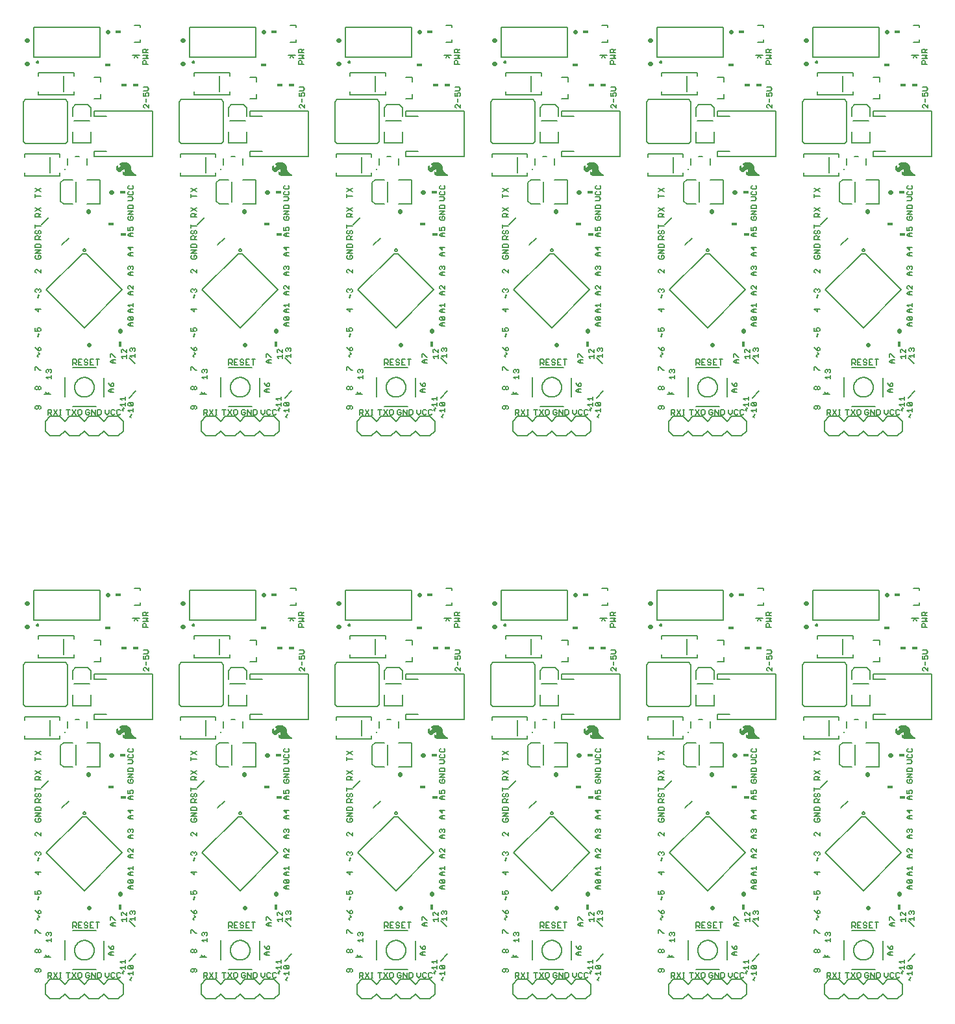
<source format=gto>
G75*
%MOIN*%
%OFA0B0*%
%FSLAX25Y25*%
%IPPOS*%
%LPD*%
%AMOC8*
5,1,8,0,0,1.08239X$1,22.5*
%
%ADD10C,0.00500*%
%ADD11C,0.00600*%
%ADD12C,0.00800*%
%ADD13C,0.02200*%
%ADD14C,0.00039*%
%ADD15R,0.03000X0.01800*%
%ADD16R,0.01800X0.03000*%
%ADD17C,0.01000*%
D10*
X0346348Y0045727D02*
X0346798Y0045277D01*
X0347248Y0045277D01*
X0347699Y0045727D01*
X0347699Y0047078D01*
X0348600Y0047078D02*
X0346798Y0047078D01*
X0346348Y0046628D01*
X0346348Y0045727D01*
X0348600Y0045277D02*
X0349050Y0045727D01*
X0349050Y0046628D01*
X0348600Y0047078D01*
X0352821Y0045052D02*
X0354172Y0045052D01*
X0354623Y0044602D01*
X0354623Y0043701D01*
X0354172Y0043251D01*
X0352821Y0043251D01*
X0352821Y0042350D02*
X0352821Y0045052D01*
X0353722Y0043251D02*
X0354623Y0042350D01*
X0355768Y0042350D02*
X0357569Y0045052D01*
X0358714Y0045052D02*
X0359615Y0045052D01*
X0359165Y0045052D02*
X0359165Y0042350D01*
X0359615Y0042350D02*
X0358714Y0042350D01*
X0357569Y0042350D02*
X0355768Y0045052D01*
X0362330Y0045052D02*
X0364132Y0045052D01*
X0363231Y0045052D02*
X0363231Y0042350D01*
X0365277Y0042350D02*
X0367078Y0045052D01*
X0368223Y0044602D02*
X0368223Y0042800D01*
X0368674Y0042350D01*
X0369574Y0042350D01*
X0370025Y0042800D01*
X0370025Y0044602D01*
X0369574Y0045052D01*
X0368674Y0045052D01*
X0368223Y0044602D01*
X0367078Y0042350D02*
X0365277Y0045052D01*
X0372330Y0044602D02*
X0372330Y0042800D01*
X0372781Y0042350D01*
X0373681Y0042350D01*
X0374132Y0042800D01*
X0374132Y0043701D01*
X0373231Y0043701D01*
X0374132Y0044602D02*
X0373681Y0045052D01*
X0372781Y0045052D01*
X0372330Y0044602D01*
X0375277Y0045052D02*
X0377078Y0042350D01*
X0377078Y0045052D01*
X0378223Y0045052D02*
X0379574Y0045052D01*
X0380025Y0044602D01*
X0380025Y0042800D01*
X0379574Y0042350D01*
X0378223Y0042350D01*
X0378223Y0045052D01*
X0375277Y0045052D02*
X0375277Y0042350D01*
X0382330Y0043251D02*
X0383231Y0042350D01*
X0384132Y0043251D01*
X0384132Y0045052D01*
X0385277Y0044602D02*
X0385277Y0042800D01*
X0385727Y0042350D01*
X0386628Y0042350D01*
X0387078Y0042800D01*
X0388223Y0042800D02*
X0388674Y0042350D01*
X0389574Y0042350D01*
X0390025Y0042800D01*
X0388223Y0042800D02*
X0388223Y0044602D01*
X0388674Y0045052D01*
X0389574Y0045052D01*
X0390025Y0044602D01*
X0391002Y0044772D02*
X0391452Y0044322D01*
X0391002Y0044772D02*
X0391903Y0045673D01*
X0391452Y0046123D01*
X0390848Y0046803D02*
X0389948Y0047704D01*
X0392650Y0047704D01*
X0392650Y0046803D02*
X0392650Y0048605D01*
X0392650Y0049750D02*
X0392650Y0051552D01*
X0392650Y0050651D02*
X0389948Y0050651D01*
X0390848Y0049750D01*
X0393948Y0048101D02*
X0394398Y0048552D01*
X0396200Y0046750D01*
X0396650Y0047200D01*
X0396650Y0048101D01*
X0396200Y0048552D01*
X0394398Y0048552D01*
X0393948Y0048101D02*
X0393948Y0047200D01*
X0394398Y0046750D01*
X0396200Y0046750D01*
X0396650Y0045605D02*
X0396650Y0043803D01*
X0396650Y0044704D02*
X0393948Y0044704D01*
X0394848Y0043803D01*
X0395452Y0042623D02*
X0395903Y0042173D01*
X0395002Y0041272D01*
X0395452Y0040822D01*
X0387078Y0044602D02*
X0386628Y0045052D01*
X0385727Y0045052D01*
X0385277Y0044602D01*
X0382330Y0045052D02*
X0382330Y0043251D01*
X0384848Y0053803D02*
X0383948Y0054704D01*
X0384848Y0055605D01*
X0386650Y0055605D01*
X0386200Y0056750D02*
X0386650Y0057200D01*
X0386650Y0058101D01*
X0386200Y0058552D01*
X0385749Y0058552D01*
X0385299Y0058101D01*
X0385299Y0056750D01*
X0386200Y0056750D01*
X0385299Y0056750D02*
X0384398Y0057651D01*
X0383948Y0058552D01*
X0385299Y0055605D02*
X0385299Y0053803D01*
X0384848Y0053803D02*
X0386650Y0053803D01*
X0386299Y0068803D02*
X0386299Y0070605D01*
X0385848Y0070605D02*
X0387650Y0070605D01*
X0387650Y0071750D02*
X0387200Y0071750D01*
X0385398Y0073552D01*
X0384948Y0073552D01*
X0384948Y0071750D01*
X0385848Y0070605D02*
X0384948Y0069704D01*
X0385848Y0068803D01*
X0387650Y0068803D01*
X0390448Y0072204D02*
X0393150Y0072204D01*
X0393150Y0071303D02*
X0393150Y0073105D01*
X0393150Y0074250D02*
X0391348Y0076052D01*
X0390898Y0076052D01*
X0390448Y0075601D01*
X0390448Y0074700D01*
X0390898Y0074250D01*
X0390448Y0072204D02*
X0391348Y0071303D01*
X0393150Y0074250D02*
X0393150Y0076052D01*
X0394948Y0076101D02*
X0395398Y0076552D01*
X0395848Y0076552D01*
X0396299Y0076101D01*
X0396749Y0076552D01*
X0397200Y0076552D01*
X0397650Y0076101D01*
X0397650Y0075200D01*
X0397200Y0074750D01*
X0397650Y0073605D02*
X0397650Y0071803D01*
X0397650Y0072704D02*
X0394948Y0072704D01*
X0395848Y0071803D01*
X0395398Y0074750D02*
X0394948Y0075200D01*
X0394948Y0076101D01*
X0396299Y0076101D02*
X0396299Y0075651D01*
X0396650Y0087803D02*
X0394848Y0087803D01*
X0393948Y0088704D01*
X0394848Y0089605D01*
X0396650Y0089605D01*
X0396200Y0090750D02*
X0394398Y0092552D01*
X0396200Y0092552D01*
X0396650Y0092101D01*
X0396650Y0091200D01*
X0396200Y0090750D01*
X0394398Y0090750D01*
X0393948Y0091200D01*
X0393948Y0092101D01*
X0394398Y0092552D01*
X0394848Y0094803D02*
X0393948Y0095704D01*
X0394848Y0096605D01*
X0396650Y0096605D01*
X0396650Y0097750D02*
X0396650Y0099552D01*
X0396650Y0098651D02*
X0393948Y0098651D01*
X0394848Y0097750D01*
X0395299Y0096605D02*
X0395299Y0094803D01*
X0394848Y0094803D02*
X0396650Y0094803D01*
X0395299Y0089605D02*
X0395299Y0087803D01*
X0395299Y0103803D02*
X0395299Y0105605D01*
X0394848Y0105605D02*
X0396650Y0105605D01*
X0396650Y0106750D02*
X0394848Y0108552D01*
X0394398Y0108552D01*
X0393948Y0108101D01*
X0393948Y0107200D01*
X0394398Y0106750D01*
X0394848Y0105605D02*
X0393948Y0104704D01*
X0394848Y0103803D01*
X0396650Y0103803D01*
X0396650Y0106750D02*
X0396650Y0108552D01*
X0396650Y0113803D02*
X0394848Y0113803D01*
X0393948Y0114704D01*
X0394848Y0115605D01*
X0396650Y0115605D01*
X0396200Y0116750D02*
X0396650Y0117200D01*
X0396650Y0118101D01*
X0396200Y0118552D01*
X0395749Y0118552D01*
X0395299Y0118101D01*
X0395299Y0117651D01*
X0395299Y0118101D02*
X0394848Y0118552D01*
X0394398Y0118552D01*
X0393948Y0118101D01*
X0393948Y0117200D01*
X0394398Y0116750D01*
X0395299Y0115605D02*
X0395299Y0113803D01*
X0395299Y0123803D02*
X0395299Y0125605D01*
X0394848Y0125605D02*
X0396650Y0125605D01*
X0395299Y0126750D02*
X0395299Y0128552D01*
X0396650Y0128101D02*
X0393948Y0128101D01*
X0395299Y0126750D01*
X0394848Y0125605D02*
X0393948Y0124704D01*
X0394848Y0123803D01*
X0396650Y0123803D01*
X0396650Y0133803D02*
X0394848Y0133803D01*
X0393948Y0134704D01*
X0394848Y0135605D01*
X0396650Y0135605D01*
X0396200Y0136750D02*
X0396650Y0137200D01*
X0396650Y0138101D01*
X0396200Y0138552D01*
X0395299Y0138552D01*
X0394848Y0138101D01*
X0394848Y0137651D01*
X0395299Y0136750D01*
X0393948Y0136750D01*
X0393948Y0138552D01*
X0395299Y0135605D02*
X0395299Y0133803D01*
X0394398Y0142330D02*
X0396200Y0142330D01*
X0396650Y0142781D01*
X0396650Y0143681D01*
X0396200Y0144132D01*
X0395299Y0144132D01*
X0395299Y0143231D01*
X0394398Y0144132D02*
X0393948Y0143681D01*
X0393948Y0142781D01*
X0394398Y0142330D01*
X0393948Y0145277D02*
X0396650Y0147078D01*
X0393948Y0147078D01*
X0393948Y0148223D02*
X0393948Y0149574D01*
X0394398Y0150025D01*
X0396200Y0150025D01*
X0396650Y0149574D01*
X0396650Y0148223D01*
X0393948Y0148223D01*
X0393948Y0145277D02*
X0396650Y0145277D01*
X0395749Y0152330D02*
X0396650Y0153231D01*
X0395749Y0154132D01*
X0393948Y0154132D01*
X0394398Y0155277D02*
X0396200Y0155277D01*
X0396650Y0155727D01*
X0396650Y0156628D01*
X0396200Y0157078D01*
X0396200Y0158223D02*
X0396650Y0158674D01*
X0396650Y0159574D01*
X0396200Y0160025D01*
X0396200Y0158223D02*
X0394398Y0158223D01*
X0393948Y0158674D01*
X0393948Y0159574D01*
X0394398Y0160025D01*
X0394398Y0157078D02*
X0393948Y0156628D01*
X0393948Y0155727D01*
X0394398Y0155277D01*
X0393948Y0152330D02*
X0395749Y0152330D01*
X0426348Y0153803D02*
X0426348Y0155605D01*
X0426348Y0154704D02*
X0429050Y0154704D01*
X0429050Y0156750D02*
X0426348Y0158552D01*
X0426348Y0156750D02*
X0429050Y0158552D01*
X0429050Y0148552D02*
X0426348Y0146750D01*
X0426798Y0145605D02*
X0427699Y0145605D01*
X0428149Y0145155D01*
X0428149Y0143803D01*
X0429050Y0143803D02*
X0426348Y0143803D01*
X0426348Y0145155D01*
X0426798Y0145605D01*
X0428149Y0144704D02*
X0429050Y0145605D01*
X0429050Y0146750D02*
X0426348Y0148552D01*
X0426348Y0140025D02*
X0426348Y0138223D01*
X0426348Y0139124D02*
X0429050Y0139124D01*
X0428600Y0137078D02*
X0429050Y0136628D01*
X0429050Y0135727D01*
X0428600Y0135277D01*
X0427699Y0135727D02*
X0427699Y0136628D01*
X0428149Y0137078D01*
X0428600Y0137078D01*
X0427699Y0135727D02*
X0427248Y0135277D01*
X0426798Y0135277D01*
X0426348Y0135727D01*
X0426348Y0136628D01*
X0426798Y0137078D01*
X0426798Y0134132D02*
X0427699Y0134132D01*
X0428149Y0133681D01*
X0428149Y0132330D01*
X0428149Y0133231D02*
X0429050Y0134132D01*
X0429050Y0132330D02*
X0426348Y0132330D01*
X0426348Y0133681D01*
X0426798Y0134132D01*
X0426798Y0130025D02*
X0426348Y0129574D01*
X0426348Y0128223D01*
X0429050Y0128223D01*
X0429050Y0129574D01*
X0428600Y0130025D01*
X0426798Y0130025D01*
X0426348Y0127078D02*
X0429050Y0127078D01*
X0426348Y0125277D01*
X0429050Y0125277D01*
X0428600Y0124132D02*
X0427699Y0124132D01*
X0427699Y0123231D01*
X0428600Y0124132D02*
X0429050Y0123681D01*
X0429050Y0122781D01*
X0428600Y0122330D01*
X0426798Y0122330D01*
X0426348Y0122781D01*
X0426348Y0123681D01*
X0426798Y0124132D01*
X0426798Y0117078D02*
X0426348Y0116628D01*
X0426348Y0115727D01*
X0426798Y0115277D01*
X0426798Y0117078D02*
X0427248Y0117078D01*
X0429050Y0115277D01*
X0429050Y0117078D01*
X0428600Y0107078D02*
X0429050Y0106628D01*
X0429050Y0105727D01*
X0428600Y0105277D01*
X0427699Y0106178D02*
X0427699Y0106628D01*
X0428149Y0107078D01*
X0428600Y0107078D01*
X0427699Y0106628D02*
X0427248Y0107078D01*
X0426798Y0107078D01*
X0426348Y0106628D01*
X0426348Y0105727D01*
X0426798Y0105277D01*
X0427848Y0104078D02*
X0428298Y0103628D01*
X0427397Y0102727D01*
X0427848Y0102277D01*
X0427699Y0097078D02*
X0427699Y0095277D01*
X0426348Y0096628D01*
X0429050Y0096628D01*
X0428600Y0087078D02*
X0429050Y0086628D01*
X0429050Y0085727D01*
X0428600Y0085277D01*
X0427699Y0085277D02*
X0427248Y0086178D01*
X0427248Y0086628D01*
X0427699Y0087078D01*
X0428600Y0087078D01*
X0427699Y0085277D02*
X0426348Y0085277D01*
X0426348Y0087078D01*
X0427848Y0084078D02*
X0428298Y0083628D01*
X0427397Y0082727D01*
X0427848Y0082277D01*
X0428149Y0077078D02*
X0427699Y0076628D01*
X0427699Y0075277D01*
X0428600Y0075277D01*
X0429050Y0075727D01*
X0429050Y0076628D01*
X0428600Y0077078D01*
X0428149Y0077078D01*
X0426798Y0076178D02*
X0427699Y0075277D01*
X0426798Y0076178D02*
X0426348Y0077078D01*
X0426348Y0067078D02*
X0426798Y0067078D01*
X0428600Y0065277D01*
X0429050Y0065277D01*
X0426348Y0065277D02*
X0426348Y0067078D01*
X0431948Y0065101D02*
X0432398Y0065552D01*
X0432848Y0065552D01*
X0433299Y0065101D01*
X0433749Y0065552D01*
X0434200Y0065552D01*
X0434650Y0065101D01*
X0434650Y0064200D01*
X0434200Y0063750D01*
X0434650Y0062605D02*
X0434650Y0060803D01*
X0434650Y0061704D02*
X0431948Y0061704D01*
X0432848Y0060803D01*
X0432398Y0063750D02*
X0431948Y0064200D01*
X0431948Y0065101D01*
X0433299Y0065101D02*
X0433299Y0064651D01*
X0428600Y0057078D02*
X0429050Y0056628D01*
X0429050Y0055727D01*
X0428600Y0055277D01*
X0428149Y0055277D01*
X0427699Y0055727D01*
X0427699Y0056628D01*
X0428149Y0057078D01*
X0428600Y0057078D01*
X0427699Y0056628D02*
X0427248Y0057078D01*
X0426798Y0057078D01*
X0426348Y0056628D01*
X0426348Y0055727D01*
X0426798Y0055277D01*
X0427248Y0055277D01*
X0427699Y0055727D01*
X0427699Y0047078D02*
X0427699Y0045727D01*
X0427248Y0045277D01*
X0426798Y0045277D01*
X0426348Y0045727D01*
X0426348Y0046628D01*
X0426798Y0047078D01*
X0428600Y0047078D01*
X0429050Y0046628D01*
X0429050Y0045727D01*
X0428600Y0045277D01*
X0432821Y0045052D02*
X0432821Y0042350D01*
X0432821Y0043251D02*
X0434172Y0043251D01*
X0434623Y0043701D01*
X0434623Y0044602D01*
X0434172Y0045052D01*
X0432821Y0045052D01*
X0433722Y0043251D02*
X0434623Y0042350D01*
X0435768Y0042350D02*
X0437569Y0045052D01*
X0438714Y0045052D02*
X0439615Y0045052D01*
X0439165Y0045052D02*
X0439165Y0042350D01*
X0439615Y0042350D02*
X0438714Y0042350D01*
X0437569Y0042350D02*
X0435768Y0045052D01*
X0442330Y0045052D02*
X0444132Y0045052D01*
X0443231Y0045052D02*
X0443231Y0042350D01*
X0445277Y0042350D02*
X0447078Y0045052D01*
X0448223Y0044602D02*
X0448223Y0042800D01*
X0448674Y0042350D01*
X0449574Y0042350D01*
X0450025Y0042800D01*
X0450025Y0044602D01*
X0449574Y0045052D01*
X0448674Y0045052D01*
X0448223Y0044602D01*
X0447078Y0042350D02*
X0445277Y0045052D01*
X0452330Y0044602D02*
X0452330Y0042800D01*
X0452781Y0042350D01*
X0453681Y0042350D01*
X0454132Y0042800D01*
X0454132Y0043701D01*
X0453231Y0043701D01*
X0454132Y0044602D02*
X0453681Y0045052D01*
X0452781Y0045052D01*
X0452330Y0044602D01*
X0455277Y0045052D02*
X0457078Y0042350D01*
X0457078Y0045052D01*
X0458223Y0045052D02*
X0459574Y0045052D01*
X0460025Y0044602D01*
X0460025Y0042800D01*
X0459574Y0042350D01*
X0458223Y0042350D01*
X0458223Y0045052D01*
X0455277Y0045052D02*
X0455277Y0042350D01*
X0462330Y0043251D02*
X0463231Y0042350D01*
X0464132Y0043251D01*
X0464132Y0045052D01*
X0465277Y0044602D02*
X0465277Y0042800D01*
X0465727Y0042350D01*
X0466628Y0042350D01*
X0467078Y0042800D01*
X0468223Y0042800D02*
X0468674Y0042350D01*
X0469574Y0042350D01*
X0470025Y0042800D01*
X0468223Y0042800D02*
X0468223Y0044602D01*
X0468674Y0045052D01*
X0469574Y0045052D01*
X0470025Y0044602D01*
X0471002Y0044772D02*
X0471452Y0044322D01*
X0471002Y0044772D02*
X0471903Y0045673D01*
X0471452Y0046123D01*
X0470848Y0046803D02*
X0469948Y0047704D01*
X0472650Y0047704D01*
X0472650Y0046803D02*
X0472650Y0048605D01*
X0472650Y0049750D02*
X0472650Y0051552D01*
X0472650Y0050651D02*
X0469948Y0050651D01*
X0470848Y0049750D01*
X0473948Y0048101D02*
X0474398Y0048552D01*
X0476200Y0046750D01*
X0476650Y0047200D01*
X0476650Y0048101D01*
X0476200Y0048552D01*
X0474398Y0048552D01*
X0473948Y0048101D02*
X0473948Y0047200D01*
X0474398Y0046750D01*
X0476200Y0046750D01*
X0476650Y0045605D02*
X0476650Y0043803D01*
X0476650Y0044704D02*
X0473948Y0044704D01*
X0474848Y0043803D01*
X0475452Y0042623D02*
X0475903Y0042173D01*
X0475002Y0041272D01*
X0475452Y0040822D01*
X0467078Y0044602D02*
X0466628Y0045052D01*
X0465727Y0045052D01*
X0465277Y0044602D01*
X0462330Y0045052D02*
X0462330Y0043251D01*
X0464848Y0053803D02*
X0463948Y0054704D01*
X0464848Y0055605D01*
X0466650Y0055605D01*
X0466200Y0056750D02*
X0466650Y0057200D01*
X0466650Y0058101D01*
X0466200Y0058552D01*
X0465749Y0058552D01*
X0465299Y0058101D01*
X0465299Y0056750D01*
X0466200Y0056750D01*
X0465299Y0056750D02*
X0464398Y0057651D01*
X0463948Y0058552D01*
X0465299Y0055605D02*
X0465299Y0053803D01*
X0464848Y0053803D02*
X0466650Y0053803D01*
X0466299Y0068803D02*
X0466299Y0070605D01*
X0465848Y0070605D02*
X0467650Y0070605D01*
X0467650Y0071750D02*
X0467200Y0071750D01*
X0465398Y0073552D01*
X0464948Y0073552D01*
X0464948Y0071750D01*
X0465848Y0070605D02*
X0464948Y0069704D01*
X0465848Y0068803D01*
X0467650Y0068803D01*
X0470448Y0072204D02*
X0473150Y0072204D01*
X0473150Y0071303D02*
X0473150Y0073105D01*
X0473150Y0074250D02*
X0471348Y0076052D01*
X0470898Y0076052D01*
X0470448Y0075601D01*
X0470448Y0074700D01*
X0470898Y0074250D01*
X0470448Y0072204D02*
X0471348Y0071303D01*
X0473150Y0074250D02*
X0473150Y0076052D01*
X0474948Y0076101D02*
X0475398Y0076552D01*
X0475848Y0076552D01*
X0476299Y0076101D01*
X0476749Y0076552D01*
X0477200Y0076552D01*
X0477650Y0076101D01*
X0477650Y0075200D01*
X0477200Y0074750D01*
X0477650Y0073605D02*
X0477650Y0071803D01*
X0477650Y0072704D02*
X0474948Y0072704D01*
X0475848Y0071803D01*
X0475398Y0074750D02*
X0474948Y0075200D01*
X0474948Y0076101D01*
X0476299Y0076101D02*
X0476299Y0075651D01*
X0476650Y0087803D02*
X0474848Y0087803D01*
X0473948Y0088704D01*
X0474848Y0089605D01*
X0476650Y0089605D01*
X0476200Y0090750D02*
X0474398Y0092552D01*
X0476200Y0092552D01*
X0476650Y0092101D01*
X0476650Y0091200D01*
X0476200Y0090750D01*
X0474398Y0090750D01*
X0473948Y0091200D01*
X0473948Y0092101D01*
X0474398Y0092552D01*
X0474848Y0094803D02*
X0473948Y0095704D01*
X0474848Y0096605D01*
X0476650Y0096605D01*
X0476650Y0097750D02*
X0476650Y0099552D01*
X0476650Y0098651D02*
X0473948Y0098651D01*
X0474848Y0097750D01*
X0475299Y0096605D02*
X0475299Y0094803D01*
X0474848Y0094803D02*
X0476650Y0094803D01*
X0475299Y0089605D02*
X0475299Y0087803D01*
X0475299Y0103803D02*
X0475299Y0105605D01*
X0474848Y0105605D02*
X0476650Y0105605D01*
X0476650Y0106750D02*
X0474848Y0108552D01*
X0474398Y0108552D01*
X0473948Y0108101D01*
X0473948Y0107200D01*
X0474398Y0106750D01*
X0474848Y0105605D02*
X0473948Y0104704D01*
X0474848Y0103803D01*
X0476650Y0103803D01*
X0476650Y0106750D02*
X0476650Y0108552D01*
X0476650Y0113803D02*
X0474848Y0113803D01*
X0473948Y0114704D01*
X0474848Y0115605D01*
X0476650Y0115605D01*
X0476200Y0116750D02*
X0476650Y0117200D01*
X0476650Y0118101D01*
X0476200Y0118552D01*
X0475749Y0118552D01*
X0475299Y0118101D01*
X0475299Y0117651D01*
X0475299Y0118101D02*
X0474848Y0118552D01*
X0474398Y0118552D01*
X0473948Y0118101D01*
X0473948Y0117200D01*
X0474398Y0116750D01*
X0475299Y0115605D02*
X0475299Y0113803D01*
X0475299Y0123803D02*
X0475299Y0125605D01*
X0474848Y0125605D02*
X0476650Y0125605D01*
X0475299Y0126750D02*
X0475299Y0128552D01*
X0476650Y0128101D02*
X0473948Y0128101D01*
X0475299Y0126750D01*
X0474848Y0125605D02*
X0473948Y0124704D01*
X0474848Y0123803D01*
X0476650Y0123803D01*
X0476650Y0133803D02*
X0474848Y0133803D01*
X0473948Y0134704D01*
X0474848Y0135605D01*
X0476650Y0135605D01*
X0476200Y0136750D02*
X0476650Y0137200D01*
X0476650Y0138101D01*
X0476200Y0138552D01*
X0475299Y0138552D01*
X0474848Y0138101D01*
X0474848Y0137651D01*
X0475299Y0136750D01*
X0473948Y0136750D01*
X0473948Y0138552D01*
X0475299Y0135605D02*
X0475299Y0133803D01*
X0476200Y0142330D02*
X0476650Y0142781D01*
X0476650Y0143681D01*
X0476200Y0144132D01*
X0475299Y0144132D01*
X0475299Y0143231D01*
X0474398Y0142330D02*
X0476200Y0142330D01*
X0474398Y0142330D02*
X0473948Y0142781D01*
X0473948Y0143681D01*
X0474398Y0144132D01*
X0473948Y0145277D02*
X0476650Y0147078D01*
X0473948Y0147078D01*
X0473948Y0148223D02*
X0473948Y0149574D01*
X0474398Y0150025D01*
X0476200Y0150025D01*
X0476650Y0149574D01*
X0476650Y0148223D01*
X0473948Y0148223D01*
X0473948Y0145277D02*
X0476650Y0145277D01*
X0475749Y0152330D02*
X0476650Y0153231D01*
X0475749Y0154132D01*
X0473948Y0154132D01*
X0474398Y0155277D02*
X0476200Y0155277D01*
X0476650Y0155727D01*
X0476650Y0156628D01*
X0476200Y0157078D01*
X0476200Y0158223D02*
X0476650Y0158674D01*
X0476650Y0159574D01*
X0476200Y0160025D01*
X0476200Y0158223D02*
X0474398Y0158223D01*
X0473948Y0158674D01*
X0473948Y0159574D01*
X0474398Y0160025D01*
X0474398Y0157078D02*
X0473948Y0156628D01*
X0473948Y0155727D01*
X0474398Y0155277D01*
X0473948Y0152330D02*
X0475749Y0152330D01*
X0506348Y0153803D02*
X0506348Y0155605D01*
X0506348Y0154704D02*
X0509050Y0154704D01*
X0509050Y0156750D02*
X0506348Y0158552D01*
X0506348Y0156750D02*
X0509050Y0158552D01*
X0509050Y0148552D02*
X0506348Y0146750D01*
X0506798Y0145605D02*
X0507699Y0145605D01*
X0508149Y0145155D01*
X0508149Y0143803D01*
X0509050Y0143803D02*
X0506348Y0143803D01*
X0506348Y0145155D01*
X0506798Y0145605D01*
X0508149Y0144704D02*
X0509050Y0145605D01*
X0509050Y0146750D02*
X0506348Y0148552D01*
X0506348Y0140025D02*
X0506348Y0138223D01*
X0506348Y0139124D02*
X0509050Y0139124D01*
X0508600Y0137078D02*
X0509050Y0136628D01*
X0509050Y0135727D01*
X0508600Y0135277D01*
X0507699Y0135727D02*
X0507699Y0136628D01*
X0508149Y0137078D01*
X0508600Y0137078D01*
X0507699Y0135727D02*
X0507248Y0135277D01*
X0506798Y0135277D01*
X0506348Y0135727D01*
X0506348Y0136628D01*
X0506798Y0137078D01*
X0506798Y0134132D02*
X0507699Y0134132D01*
X0508149Y0133681D01*
X0508149Y0132330D01*
X0508149Y0133231D02*
X0509050Y0134132D01*
X0509050Y0132330D02*
X0506348Y0132330D01*
X0506348Y0133681D01*
X0506798Y0134132D01*
X0506798Y0130025D02*
X0506348Y0129574D01*
X0506348Y0128223D01*
X0509050Y0128223D01*
X0509050Y0129574D01*
X0508600Y0130025D01*
X0506798Y0130025D01*
X0506348Y0127078D02*
X0509050Y0127078D01*
X0506348Y0125277D01*
X0509050Y0125277D01*
X0508600Y0124132D02*
X0507699Y0124132D01*
X0507699Y0123231D01*
X0508600Y0124132D02*
X0509050Y0123681D01*
X0509050Y0122781D01*
X0508600Y0122330D01*
X0506798Y0122330D01*
X0506348Y0122781D01*
X0506348Y0123681D01*
X0506798Y0124132D01*
X0506798Y0117078D02*
X0506348Y0116628D01*
X0506348Y0115727D01*
X0506798Y0115277D01*
X0506798Y0117078D02*
X0507248Y0117078D01*
X0509050Y0115277D01*
X0509050Y0117078D01*
X0508600Y0107078D02*
X0509050Y0106628D01*
X0509050Y0105727D01*
X0508600Y0105277D01*
X0507699Y0106178D02*
X0507699Y0106628D01*
X0508149Y0107078D01*
X0508600Y0107078D01*
X0507699Y0106628D02*
X0507248Y0107078D01*
X0506798Y0107078D01*
X0506348Y0106628D01*
X0506348Y0105727D01*
X0506798Y0105277D01*
X0507848Y0104078D02*
X0508298Y0103628D01*
X0507397Y0102727D01*
X0507848Y0102277D01*
X0507699Y0097078D02*
X0507699Y0095277D01*
X0506348Y0096628D01*
X0509050Y0096628D01*
X0508600Y0087078D02*
X0509050Y0086628D01*
X0509050Y0085727D01*
X0508600Y0085277D01*
X0507699Y0085277D02*
X0507248Y0086178D01*
X0507248Y0086628D01*
X0507699Y0087078D01*
X0508600Y0087078D01*
X0507699Y0085277D02*
X0506348Y0085277D01*
X0506348Y0087078D01*
X0507848Y0084078D02*
X0508298Y0083628D01*
X0507397Y0082727D01*
X0507848Y0082277D01*
X0508149Y0077078D02*
X0507699Y0076628D01*
X0507699Y0075277D01*
X0508600Y0075277D01*
X0509050Y0075727D01*
X0509050Y0076628D01*
X0508600Y0077078D01*
X0508149Y0077078D01*
X0506798Y0076178D02*
X0507699Y0075277D01*
X0506798Y0076178D02*
X0506348Y0077078D01*
X0506348Y0067078D02*
X0506798Y0067078D01*
X0508600Y0065277D01*
X0509050Y0065277D01*
X0506348Y0065277D02*
X0506348Y0067078D01*
X0511948Y0065101D02*
X0512398Y0065552D01*
X0512848Y0065552D01*
X0513299Y0065101D01*
X0513749Y0065552D01*
X0514200Y0065552D01*
X0514650Y0065101D01*
X0514650Y0064200D01*
X0514200Y0063750D01*
X0514650Y0062605D02*
X0514650Y0060803D01*
X0514650Y0061704D02*
X0511948Y0061704D01*
X0512848Y0060803D01*
X0512398Y0063750D02*
X0511948Y0064200D01*
X0511948Y0065101D01*
X0513299Y0065101D02*
X0513299Y0064651D01*
X0508600Y0057078D02*
X0509050Y0056628D01*
X0509050Y0055727D01*
X0508600Y0055277D01*
X0508149Y0055277D01*
X0507699Y0055727D01*
X0507699Y0056628D01*
X0508149Y0057078D01*
X0508600Y0057078D01*
X0507699Y0056628D02*
X0507248Y0057078D01*
X0506798Y0057078D01*
X0506348Y0056628D01*
X0506348Y0055727D01*
X0506798Y0055277D01*
X0507248Y0055277D01*
X0507699Y0055727D01*
X0507699Y0047078D02*
X0507699Y0045727D01*
X0507248Y0045277D01*
X0506798Y0045277D01*
X0506348Y0045727D01*
X0506348Y0046628D01*
X0506798Y0047078D01*
X0508600Y0047078D01*
X0509050Y0046628D01*
X0509050Y0045727D01*
X0508600Y0045277D01*
X0512821Y0045052D02*
X0514172Y0045052D01*
X0514623Y0044602D01*
X0514623Y0043701D01*
X0514172Y0043251D01*
X0512821Y0043251D01*
X0512821Y0042350D02*
X0512821Y0045052D01*
X0513722Y0043251D02*
X0514623Y0042350D01*
X0515768Y0042350D02*
X0517569Y0045052D01*
X0518714Y0045052D02*
X0519615Y0045052D01*
X0519165Y0045052D02*
X0519165Y0042350D01*
X0519615Y0042350D02*
X0518714Y0042350D01*
X0517569Y0042350D02*
X0515768Y0045052D01*
X0522330Y0045052D02*
X0524132Y0045052D01*
X0523231Y0045052D02*
X0523231Y0042350D01*
X0525277Y0042350D02*
X0527078Y0045052D01*
X0528223Y0044602D02*
X0528223Y0042800D01*
X0528674Y0042350D01*
X0529574Y0042350D01*
X0530025Y0042800D01*
X0530025Y0044602D01*
X0529574Y0045052D01*
X0528674Y0045052D01*
X0528223Y0044602D01*
X0527078Y0042350D02*
X0525277Y0045052D01*
X0532330Y0044602D02*
X0532330Y0042800D01*
X0532781Y0042350D01*
X0533681Y0042350D01*
X0534132Y0042800D01*
X0534132Y0043701D01*
X0533231Y0043701D01*
X0534132Y0044602D02*
X0533681Y0045052D01*
X0532781Y0045052D01*
X0532330Y0044602D01*
X0535277Y0045052D02*
X0537078Y0042350D01*
X0537078Y0045052D01*
X0538223Y0045052D02*
X0539574Y0045052D01*
X0540025Y0044602D01*
X0540025Y0042800D01*
X0539574Y0042350D01*
X0538223Y0042350D01*
X0538223Y0045052D01*
X0535277Y0045052D02*
X0535277Y0042350D01*
X0542330Y0043251D02*
X0543231Y0042350D01*
X0544132Y0043251D01*
X0544132Y0045052D01*
X0545277Y0044602D02*
X0545277Y0042800D01*
X0545727Y0042350D01*
X0546628Y0042350D01*
X0547078Y0042800D01*
X0548223Y0042800D02*
X0548674Y0042350D01*
X0549574Y0042350D01*
X0550025Y0042800D01*
X0548223Y0042800D02*
X0548223Y0044602D01*
X0548674Y0045052D01*
X0549574Y0045052D01*
X0550025Y0044602D01*
X0551002Y0044772D02*
X0551452Y0044322D01*
X0551002Y0044772D02*
X0551903Y0045673D01*
X0551452Y0046123D01*
X0550848Y0046803D02*
X0549948Y0047704D01*
X0552650Y0047704D01*
X0552650Y0046803D02*
X0552650Y0048605D01*
X0552650Y0049750D02*
X0552650Y0051552D01*
X0552650Y0050651D02*
X0549948Y0050651D01*
X0550848Y0049750D01*
X0553948Y0048101D02*
X0554398Y0048552D01*
X0556200Y0046750D01*
X0556650Y0047200D01*
X0556650Y0048101D01*
X0556200Y0048552D01*
X0554398Y0048552D01*
X0553948Y0048101D02*
X0553948Y0047200D01*
X0554398Y0046750D01*
X0556200Y0046750D01*
X0556650Y0045605D02*
X0556650Y0043803D01*
X0556650Y0044704D02*
X0553948Y0044704D01*
X0554848Y0043803D01*
X0555452Y0042623D02*
X0555903Y0042173D01*
X0555002Y0041272D01*
X0555452Y0040822D01*
X0547078Y0044602D02*
X0546628Y0045052D01*
X0545727Y0045052D01*
X0545277Y0044602D01*
X0542330Y0045052D02*
X0542330Y0043251D01*
X0544848Y0053803D02*
X0543948Y0054704D01*
X0544848Y0055605D01*
X0546650Y0055605D01*
X0546200Y0056750D02*
X0546650Y0057200D01*
X0546650Y0058101D01*
X0546200Y0058552D01*
X0545749Y0058552D01*
X0545299Y0058101D01*
X0545299Y0056750D01*
X0546200Y0056750D01*
X0545299Y0056750D02*
X0544398Y0057651D01*
X0543948Y0058552D01*
X0545299Y0055605D02*
X0545299Y0053803D01*
X0544848Y0053803D02*
X0546650Y0053803D01*
X0546299Y0068803D02*
X0546299Y0070605D01*
X0545848Y0070605D02*
X0547650Y0070605D01*
X0547650Y0071750D02*
X0547200Y0071750D01*
X0545398Y0073552D01*
X0544948Y0073552D01*
X0544948Y0071750D01*
X0545848Y0070605D02*
X0544948Y0069704D01*
X0545848Y0068803D01*
X0547650Y0068803D01*
X0550448Y0072204D02*
X0553150Y0072204D01*
X0553150Y0071303D02*
X0553150Y0073105D01*
X0553150Y0074250D02*
X0551348Y0076052D01*
X0550898Y0076052D01*
X0550448Y0075601D01*
X0550448Y0074700D01*
X0550898Y0074250D01*
X0550448Y0072204D02*
X0551348Y0071303D01*
X0553150Y0074250D02*
X0553150Y0076052D01*
X0554948Y0076101D02*
X0555398Y0076552D01*
X0555848Y0076552D01*
X0556299Y0076101D01*
X0556749Y0076552D01*
X0557200Y0076552D01*
X0557650Y0076101D01*
X0557650Y0075200D01*
X0557200Y0074750D01*
X0557650Y0073605D02*
X0557650Y0071803D01*
X0557650Y0072704D02*
X0554948Y0072704D01*
X0555848Y0071803D01*
X0555398Y0074750D02*
X0554948Y0075200D01*
X0554948Y0076101D01*
X0556299Y0076101D02*
X0556299Y0075651D01*
X0556650Y0087803D02*
X0554848Y0087803D01*
X0553948Y0088704D01*
X0554848Y0089605D01*
X0556650Y0089605D01*
X0556200Y0090750D02*
X0556650Y0091200D01*
X0556650Y0092101D01*
X0556200Y0092552D01*
X0554398Y0092552D01*
X0556200Y0090750D01*
X0554398Y0090750D01*
X0553948Y0091200D01*
X0553948Y0092101D01*
X0554398Y0092552D01*
X0554848Y0094803D02*
X0553948Y0095704D01*
X0554848Y0096605D01*
X0556650Y0096605D01*
X0556650Y0097750D02*
X0556650Y0099552D01*
X0556650Y0098651D02*
X0553948Y0098651D01*
X0554848Y0097750D01*
X0555299Y0096605D02*
X0555299Y0094803D01*
X0554848Y0094803D02*
X0556650Y0094803D01*
X0555299Y0089605D02*
X0555299Y0087803D01*
X0555299Y0103803D02*
X0555299Y0105605D01*
X0554848Y0105605D02*
X0556650Y0105605D01*
X0556650Y0106750D02*
X0554848Y0108552D01*
X0554398Y0108552D01*
X0553948Y0108101D01*
X0553948Y0107200D01*
X0554398Y0106750D01*
X0554848Y0105605D02*
X0553948Y0104704D01*
X0554848Y0103803D01*
X0556650Y0103803D01*
X0556650Y0106750D02*
X0556650Y0108552D01*
X0556650Y0113803D02*
X0554848Y0113803D01*
X0553948Y0114704D01*
X0554848Y0115605D01*
X0556650Y0115605D01*
X0556200Y0116750D02*
X0556650Y0117200D01*
X0556650Y0118101D01*
X0556200Y0118552D01*
X0555749Y0118552D01*
X0555299Y0118101D01*
X0555299Y0117651D01*
X0555299Y0118101D02*
X0554848Y0118552D01*
X0554398Y0118552D01*
X0553948Y0118101D01*
X0553948Y0117200D01*
X0554398Y0116750D01*
X0555299Y0115605D02*
X0555299Y0113803D01*
X0555299Y0123803D02*
X0555299Y0125605D01*
X0554848Y0125605D02*
X0556650Y0125605D01*
X0555299Y0126750D02*
X0555299Y0128552D01*
X0556650Y0128101D02*
X0553948Y0128101D01*
X0555299Y0126750D01*
X0554848Y0125605D02*
X0553948Y0124704D01*
X0554848Y0123803D01*
X0556650Y0123803D01*
X0556650Y0133803D02*
X0554848Y0133803D01*
X0553948Y0134704D01*
X0554848Y0135605D01*
X0556650Y0135605D01*
X0556200Y0136750D02*
X0556650Y0137200D01*
X0556650Y0138101D01*
X0556200Y0138552D01*
X0555299Y0138552D01*
X0554848Y0138101D01*
X0554848Y0137651D01*
X0555299Y0136750D01*
X0553948Y0136750D01*
X0553948Y0138552D01*
X0555299Y0135605D02*
X0555299Y0133803D01*
X0556200Y0142330D02*
X0556650Y0142781D01*
X0556650Y0143681D01*
X0556200Y0144132D01*
X0555299Y0144132D01*
X0555299Y0143231D01*
X0554398Y0142330D02*
X0556200Y0142330D01*
X0554398Y0142330D02*
X0553948Y0142781D01*
X0553948Y0143681D01*
X0554398Y0144132D01*
X0553948Y0145277D02*
X0556650Y0147078D01*
X0553948Y0147078D01*
X0553948Y0148223D02*
X0553948Y0149574D01*
X0554398Y0150025D01*
X0556200Y0150025D01*
X0556650Y0149574D01*
X0556650Y0148223D01*
X0553948Y0148223D01*
X0553948Y0145277D02*
X0556650Y0145277D01*
X0555749Y0152330D02*
X0556650Y0153231D01*
X0555749Y0154132D01*
X0553948Y0154132D01*
X0554398Y0155277D02*
X0556200Y0155277D01*
X0556650Y0155727D01*
X0556650Y0156628D01*
X0556200Y0157078D01*
X0556200Y0158223D02*
X0556650Y0158674D01*
X0556650Y0159574D01*
X0556200Y0160025D01*
X0556200Y0158223D02*
X0554398Y0158223D01*
X0553948Y0158674D01*
X0553948Y0159574D01*
X0554398Y0160025D01*
X0554398Y0157078D02*
X0553948Y0156628D01*
X0553948Y0155727D01*
X0554398Y0155277D01*
X0553948Y0152330D02*
X0555749Y0152330D01*
X0586348Y0153803D02*
X0586348Y0155605D01*
X0586348Y0154704D02*
X0589050Y0154704D01*
X0589050Y0156750D02*
X0586348Y0158552D01*
X0586348Y0156750D02*
X0589050Y0158552D01*
X0589050Y0148552D02*
X0586348Y0146750D01*
X0586798Y0145605D02*
X0587699Y0145605D01*
X0588149Y0145155D01*
X0588149Y0143803D01*
X0589050Y0143803D02*
X0586348Y0143803D01*
X0586348Y0145155D01*
X0586798Y0145605D01*
X0588149Y0144704D02*
X0589050Y0145605D01*
X0589050Y0146750D02*
X0586348Y0148552D01*
X0586348Y0140025D02*
X0586348Y0138223D01*
X0586348Y0139124D02*
X0589050Y0139124D01*
X0588600Y0137078D02*
X0589050Y0136628D01*
X0589050Y0135727D01*
X0588600Y0135277D01*
X0587699Y0135727D02*
X0587699Y0136628D01*
X0588149Y0137078D01*
X0588600Y0137078D01*
X0587699Y0135727D02*
X0587248Y0135277D01*
X0586798Y0135277D01*
X0586348Y0135727D01*
X0586348Y0136628D01*
X0586798Y0137078D01*
X0586798Y0134132D02*
X0587699Y0134132D01*
X0588149Y0133681D01*
X0588149Y0132330D01*
X0588149Y0133231D02*
X0589050Y0134132D01*
X0589050Y0132330D02*
X0586348Y0132330D01*
X0586348Y0133681D01*
X0586798Y0134132D01*
X0586798Y0130025D02*
X0586348Y0129574D01*
X0586348Y0128223D01*
X0589050Y0128223D01*
X0589050Y0129574D01*
X0588600Y0130025D01*
X0586798Y0130025D01*
X0586348Y0127078D02*
X0589050Y0127078D01*
X0586348Y0125277D01*
X0589050Y0125277D01*
X0588600Y0124132D02*
X0587699Y0124132D01*
X0587699Y0123231D01*
X0588600Y0124132D02*
X0589050Y0123681D01*
X0589050Y0122781D01*
X0588600Y0122330D01*
X0586798Y0122330D01*
X0586348Y0122781D01*
X0586348Y0123681D01*
X0586798Y0124132D01*
X0586798Y0117078D02*
X0586348Y0116628D01*
X0586348Y0115727D01*
X0586798Y0115277D01*
X0586798Y0117078D02*
X0587248Y0117078D01*
X0589050Y0115277D01*
X0589050Y0117078D01*
X0588600Y0107078D02*
X0589050Y0106628D01*
X0589050Y0105727D01*
X0588600Y0105277D01*
X0587699Y0106178D02*
X0587699Y0106628D01*
X0588149Y0107078D01*
X0588600Y0107078D01*
X0587699Y0106628D02*
X0587248Y0107078D01*
X0586798Y0107078D01*
X0586348Y0106628D01*
X0586348Y0105727D01*
X0586798Y0105277D01*
X0587848Y0104078D02*
X0588298Y0103628D01*
X0587397Y0102727D01*
X0587848Y0102277D01*
X0587699Y0097078D02*
X0587699Y0095277D01*
X0586348Y0096628D01*
X0589050Y0096628D01*
X0588600Y0087078D02*
X0589050Y0086628D01*
X0589050Y0085727D01*
X0588600Y0085277D01*
X0587699Y0085277D02*
X0587248Y0086178D01*
X0587248Y0086628D01*
X0587699Y0087078D01*
X0588600Y0087078D01*
X0587699Y0085277D02*
X0586348Y0085277D01*
X0586348Y0087078D01*
X0587848Y0084078D02*
X0588298Y0083628D01*
X0587397Y0082727D01*
X0587848Y0082277D01*
X0588149Y0077078D02*
X0587699Y0076628D01*
X0587699Y0075277D01*
X0588600Y0075277D01*
X0589050Y0075727D01*
X0589050Y0076628D01*
X0588600Y0077078D01*
X0588149Y0077078D01*
X0586798Y0076178D02*
X0587699Y0075277D01*
X0586798Y0076178D02*
X0586348Y0077078D01*
X0586348Y0067078D02*
X0586798Y0067078D01*
X0588600Y0065277D01*
X0589050Y0065277D01*
X0586348Y0065277D02*
X0586348Y0067078D01*
X0591948Y0065101D02*
X0592398Y0065552D01*
X0592848Y0065552D01*
X0593299Y0065101D01*
X0593749Y0065552D01*
X0594200Y0065552D01*
X0594650Y0065101D01*
X0594650Y0064200D01*
X0594200Y0063750D01*
X0594650Y0062605D02*
X0594650Y0060803D01*
X0594650Y0061704D02*
X0591948Y0061704D01*
X0592848Y0060803D01*
X0592398Y0063750D02*
X0591948Y0064200D01*
X0591948Y0065101D01*
X0593299Y0065101D02*
X0593299Y0064651D01*
X0588600Y0057078D02*
X0589050Y0056628D01*
X0589050Y0055727D01*
X0588600Y0055277D01*
X0588149Y0055277D01*
X0587699Y0055727D01*
X0587699Y0056628D01*
X0588149Y0057078D01*
X0588600Y0057078D01*
X0587699Y0056628D02*
X0587248Y0057078D01*
X0586798Y0057078D01*
X0586348Y0056628D01*
X0586348Y0055727D01*
X0586798Y0055277D01*
X0587248Y0055277D01*
X0587699Y0055727D01*
X0587699Y0047078D02*
X0587699Y0045727D01*
X0587248Y0045277D01*
X0586798Y0045277D01*
X0586348Y0045727D01*
X0586348Y0046628D01*
X0586798Y0047078D01*
X0588600Y0047078D01*
X0589050Y0046628D01*
X0589050Y0045727D01*
X0588600Y0045277D01*
X0592821Y0045052D02*
X0592821Y0042350D01*
X0592821Y0043251D02*
X0594172Y0043251D01*
X0594623Y0043701D01*
X0594623Y0044602D01*
X0594172Y0045052D01*
X0592821Y0045052D01*
X0593722Y0043251D02*
X0594623Y0042350D01*
X0595768Y0042350D02*
X0597569Y0045052D01*
X0598714Y0045052D02*
X0599615Y0045052D01*
X0599165Y0045052D02*
X0599165Y0042350D01*
X0599615Y0042350D02*
X0598714Y0042350D01*
X0597569Y0042350D02*
X0595768Y0045052D01*
X0602330Y0045052D02*
X0604132Y0045052D01*
X0603231Y0045052D02*
X0603231Y0042350D01*
X0605277Y0042350D02*
X0607078Y0045052D01*
X0608223Y0044602D02*
X0608223Y0042800D01*
X0608674Y0042350D01*
X0609574Y0042350D01*
X0610025Y0042800D01*
X0610025Y0044602D01*
X0609574Y0045052D01*
X0608674Y0045052D01*
X0608223Y0044602D01*
X0607078Y0042350D02*
X0605277Y0045052D01*
X0612330Y0044602D02*
X0612330Y0042800D01*
X0612781Y0042350D01*
X0613681Y0042350D01*
X0614132Y0042800D01*
X0614132Y0043701D01*
X0613231Y0043701D01*
X0614132Y0044602D02*
X0613681Y0045052D01*
X0612781Y0045052D01*
X0612330Y0044602D01*
X0615277Y0045052D02*
X0617078Y0042350D01*
X0617078Y0045052D01*
X0618223Y0045052D02*
X0619574Y0045052D01*
X0620025Y0044602D01*
X0620025Y0042800D01*
X0619574Y0042350D01*
X0618223Y0042350D01*
X0618223Y0045052D01*
X0615277Y0045052D02*
X0615277Y0042350D01*
X0622330Y0043251D02*
X0623231Y0042350D01*
X0624132Y0043251D01*
X0624132Y0045052D01*
X0625277Y0044602D02*
X0625277Y0042800D01*
X0625727Y0042350D01*
X0626628Y0042350D01*
X0627078Y0042800D01*
X0628223Y0042800D02*
X0628674Y0042350D01*
X0629574Y0042350D01*
X0630025Y0042800D01*
X0628223Y0042800D02*
X0628223Y0044602D01*
X0628674Y0045052D01*
X0629574Y0045052D01*
X0630025Y0044602D01*
X0631002Y0044772D02*
X0631452Y0044322D01*
X0631002Y0044772D02*
X0631903Y0045673D01*
X0631452Y0046123D01*
X0630848Y0046803D02*
X0629948Y0047704D01*
X0632650Y0047704D01*
X0632650Y0046803D02*
X0632650Y0048605D01*
X0632650Y0049750D02*
X0632650Y0051552D01*
X0632650Y0050651D02*
X0629948Y0050651D01*
X0630848Y0049750D01*
X0633948Y0048101D02*
X0634398Y0048552D01*
X0636200Y0046750D01*
X0636650Y0047200D01*
X0636650Y0048101D01*
X0636200Y0048552D01*
X0634398Y0048552D01*
X0633948Y0048101D02*
X0633948Y0047200D01*
X0634398Y0046750D01*
X0636200Y0046750D01*
X0636650Y0045605D02*
X0636650Y0043803D01*
X0636650Y0044704D02*
X0633948Y0044704D01*
X0634848Y0043803D01*
X0635452Y0042623D02*
X0635903Y0042173D01*
X0635002Y0041272D01*
X0635452Y0040822D01*
X0627078Y0044602D02*
X0626628Y0045052D01*
X0625727Y0045052D01*
X0625277Y0044602D01*
X0622330Y0045052D02*
X0622330Y0043251D01*
X0624848Y0053803D02*
X0623948Y0054704D01*
X0624848Y0055605D01*
X0626650Y0055605D01*
X0626200Y0056750D02*
X0626650Y0057200D01*
X0626650Y0058101D01*
X0626200Y0058552D01*
X0625749Y0058552D01*
X0625299Y0058101D01*
X0625299Y0056750D01*
X0626200Y0056750D01*
X0625299Y0056750D02*
X0624398Y0057651D01*
X0623948Y0058552D01*
X0625299Y0055605D02*
X0625299Y0053803D01*
X0624848Y0053803D02*
X0626650Y0053803D01*
X0626299Y0068803D02*
X0626299Y0070605D01*
X0625848Y0070605D02*
X0627650Y0070605D01*
X0627650Y0071750D02*
X0627200Y0071750D01*
X0625398Y0073552D01*
X0624948Y0073552D01*
X0624948Y0071750D01*
X0625848Y0070605D02*
X0624948Y0069704D01*
X0625848Y0068803D01*
X0627650Y0068803D01*
X0630448Y0072204D02*
X0633150Y0072204D01*
X0633150Y0071303D02*
X0633150Y0073105D01*
X0633150Y0074250D02*
X0631348Y0076052D01*
X0630898Y0076052D01*
X0630448Y0075601D01*
X0630448Y0074700D01*
X0630898Y0074250D01*
X0630448Y0072204D02*
X0631348Y0071303D01*
X0633150Y0074250D02*
X0633150Y0076052D01*
X0634948Y0076101D02*
X0635398Y0076552D01*
X0635848Y0076552D01*
X0636299Y0076101D01*
X0636749Y0076552D01*
X0637200Y0076552D01*
X0637650Y0076101D01*
X0637650Y0075200D01*
X0637200Y0074750D01*
X0637650Y0073605D02*
X0637650Y0071803D01*
X0637650Y0072704D02*
X0634948Y0072704D01*
X0635848Y0071803D01*
X0635398Y0074750D02*
X0634948Y0075200D01*
X0634948Y0076101D01*
X0636299Y0076101D02*
X0636299Y0075651D01*
X0636650Y0087803D02*
X0634848Y0087803D01*
X0633948Y0088704D01*
X0634848Y0089605D01*
X0636650Y0089605D01*
X0636200Y0090750D02*
X0634398Y0092552D01*
X0636200Y0092552D01*
X0636650Y0092101D01*
X0636650Y0091200D01*
X0636200Y0090750D01*
X0634398Y0090750D01*
X0633948Y0091200D01*
X0633948Y0092101D01*
X0634398Y0092552D01*
X0634848Y0094803D02*
X0633948Y0095704D01*
X0634848Y0096605D01*
X0636650Y0096605D01*
X0636650Y0097750D02*
X0636650Y0099552D01*
X0636650Y0098651D02*
X0633948Y0098651D01*
X0634848Y0097750D01*
X0635299Y0096605D02*
X0635299Y0094803D01*
X0634848Y0094803D02*
X0636650Y0094803D01*
X0635299Y0089605D02*
X0635299Y0087803D01*
X0635299Y0103803D02*
X0635299Y0105605D01*
X0634848Y0105605D02*
X0636650Y0105605D01*
X0636650Y0106750D02*
X0634848Y0108552D01*
X0634398Y0108552D01*
X0633948Y0108101D01*
X0633948Y0107200D01*
X0634398Y0106750D01*
X0634848Y0105605D02*
X0633948Y0104704D01*
X0634848Y0103803D01*
X0636650Y0103803D01*
X0636650Y0106750D02*
X0636650Y0108552D01*
X0636650Y0113803D02*
X0634848Y0113803D01*
X0633948Y0114704D01*
X0634848Y0115605D01*
X0636650Y0115605D01*
X0636200Y0116750D02*
X0636650Y0117200D01*
X0636650Y0118101D01*
X0636200Y0118552D01*
X0635749Y0118552D01*
X0635299Y0118101D01*
X0635299Y0117651D01*
X0635299Y0118101D02*
X0634848Y0118552D01*
X0634398Y0118552D01*
X0633948Y0118101D01*
X0633948Y0117200D01*
X0634398Y0116750D01*
X0635299Y0115605D02*
X0635299Y0113803D01*
X0635299Y0123803D02*
X0635299Y0125605D01*
X0634848Y0125605D02*
X0636650Y0125605D01*
X0635299Y0126750D02*
X0635299Y0128552D01*
X0636650Y0128101D02*
X0633948Y0128101D01*
X0635299Y0126750D01*
X0634848Y0125605D02*
X0633948Y0124704D01*
X0634848Y0123803D01*
X0636650Y0123803D01*
X0636650Y0133803D02*
X0634848Y0133803D01*
X0633948Y0134704D01*
X0634848Y0135605D01*
X0636650Y0135605D01*
X0636200Y0136750D02*
X0636650Y0137200D01*
X0636650Y0138101D01*
X0636200Y0138552D01*
X0635299Y0138552D01*
X0634848Y0138101D01*
X0634848Y0137651D01*
X0635299Y0136750D01*
X0633948Y0136750D01*
X0633948Y0138552D01*
X0635299Y0135605D02*
X0635299Y0133803D01*
X0636200Y0142330D02*
X0636650Y0142781D01*
X0636650Y0143681D01*
X0636200Y0144132D01*
X0635299Y0144132D01*
X0635299Y0143231D01*
X0634398Y0142330D02*
X0636200Y0142330D01*
X0634398Y0142330D02*
X0633948Y0142781D01*
X0633948Y0143681D01*
X0634398Y0144132D01*
X0633948Y0145277D02*
X0636650Y0147078D01*
X0633948Y0147078D01*
X0633948Y0148223D02*
X0633948Y0149574D01*
X0634398Y0150025D01*
X0636200Y0150025D01*
X0636650Y0149574D01*
X0636650Y0148223D01*
X0633948Y0148223D01*
X0633948Y0145277D02*
X0636650Y0145277D01*
X0635749Y0152330D02*
X0636650Y0153231D01*
X0635749Y0154132D01*
X0633948Y0154132D01*
X0634398Y0155277D02*
X0636200Y0155277D01*
X0636650Y0155727D01*
X0636650Y0156628D01*
X0636200Y0157078D01*
X0636200Y0158223D02*
X0636650Y0158674D01*
X0636650Y0159574D01*
X0636200Y0160025D01*
X0636200Y0158223D02*
X0634398Y0158223D01*
X0633948Y0158674D01*
X0633948Y0159574D01*
X0634398Y0160025D01*
X0634398Y0157078D02*
X0633948Y0156628D01*
X0633948Y0155727D01*
X0634398Y0155277D01*
X0633948Y0152330D02*
X0635749Y0152330D01*
X0666348Y0153803D02*
X0666348Y0155605D01*
X0666348Y0154704D02*
X0669050Y0154704D01*
X0669050Y0156750D02*
X0666348Y0158552D01*
X0666348Y0156750D02*
X0669050Y0158552D01*
X0669050Y0148552D02*
X0666348Y0146750D01*
X0666798Y0145605D02*
X0667699Y0145605D01*
X0668149Y0145155D01*
X0668149Y0143803D01*
X0669050Y0143803D02*
X0666348Y0143803D01*
X0666348Y0145155D01*
X0666798Y0145605D01*
X0668149Y0144704D02*
X0669050Y0145605D01*
X0669050Y0146750D02*
X0666348Y0148552D01*
X0666348Y0140025D02*
X0666348Y0138223D01*
X0666348Y0139124D02*
X0669050Y0139124D01*
X0668600Y0137078D02*
X0669050Y0136628D01*
X0669050Y0135727D01*
X0668600Y0135277D01*
X0667699Y0135727D02*
X0667699Y0136628D01*
X0668149Y0137078D01*
X0668600Y0137078D01*
X0667699Y0135727D02*
X0667248Y0135277D01*
X0666798Y0135277D01*
X0666348Y0135727D01*
X0666348Y0136628D01*
X0666798Y0137078D01*
X0666798Y0134132D02*
X0667699Y0134132D01*
X0668149Y0133681D01*
X0668149Y0132330D01*
X0668149Y0133231D02*
X0669050Y0134132D01*
X0669050Y0132330D02*
X0666348Y0132330D01*
X0666348Y0133681D01*
X0666798Y0134132D01*
X0666798Y0130025D02*
X0666348Y0129574D01*
X0666348Y0128223D01*
X0669050Y0128223D01*
X0669050Y0129574D01*
X0668600Y0130025D01*
X0666798Y0130025D01*
X0666348Y0127078D02*
X0669050Y0127078D01*
X0666348Y0125277D01*
X0669050Y0125277D01*
X0668600Y0124132D02*
X0667699Y0124132D01*
X0667699Y0123231D01*
X0668600Y0124132D02*
X0669050Y0123681D01*
X0669050Y0122781D01*
X0668600Y0122330D01*
X0666798Y0122330D01*
X0666348Y0122781D01*
X0666348Y0123681D01*
X0666798Y0124132D01*
X0666798Y0117078D02*
X0666348Y0116628D01*
X0666348Y0115727D01*
X0666798Y0115277D01*
X0666798Y0117078D02*
X0667248Y0117078D01*
X0669050Y0115277D01*
X0669050Y0117078D01*
X0668600Y0107078D02*
X0669050Y0106628D01*
X0669050Y0105727D01*
X0668600Y0105277D01*
X0667699Y0106178D02*
X0667699Y0106628D01*
X0668149Y0107078D01*
X0668600Y0107078D01*
X0667699Y0106628D02*
X0667248Y0107078D01*
X0666798Y0107078D01*
X0666348Y0106628D01*
X0666348Y0105727D01*
X0666798Y0105277D01*
X0667848Y0104078D02*
X0668298Y0103628D01*
X0667397Y0102727D01*
X0667848Y0102277D01*
X0667699Y0097078D02*
X0667699Y0095277D01*
X0666348Y0096628D01*
X0669050Y0096628D01*
X0668600Y0087078D02*
X0669050Y0086628D01*
X0669050Y0085727D01*
X0668600Y0085277D01*
X0667699Y0085277D02*
X0667248Y0086178D01*
X0667248Y0086628D01*
X0667699Y0087078D01*
X0668600Y0087078D01*
X0667699Y0085277D02*
X0666348Y0085277D01*
X0666348Y0087078D01*
X0667848Y0084078D02*
X0668298Y0083628D01*
X0667397Y0082727D01*
X0667848Y0082277D01*
X0668149Y0077078D02*
X0667699Y0076628D01*
X0667699Y0075277D01*
X0668600Y0075277D01*
X0669050Y0075727D01*
X0669050Y0076628D01*
X0668600Y0077078D01*
X0668149Y0077078D01*
X0666798Y0076178D02*
X0667699Y0075277D01*
X0666798Y0076178D02*
X0666348Y0077078D01*
X0666348Y0067078D02*
X0666798Y0067078D01*
X0668600Y0065277D01*
X0669050Y0065277D01*
X0666348Y0065277D02*
X0666348Y0067078D01*
X0671948Y0065101D02*
X0672398Y0065552D01*
X0672848Y0065552D01*
X0673299Y0065101D01*
X0673749Y0065552D01*
X0674200Y0065552D01*
X0674650Y0065101D01*
X0674650Y0064200D01*
X0674200Y0063750D01*
X0674650Y0062605D02*
X0674650Y0060803D01*
X0674650Y0061704D02*
X0671948Y0061704D01*
X0672848Y0060803D01*
X0672398Y0063750D02*
X0671948Y0064200D01*
X0671948Y0065101D01*
X0673299Y0065101D02*
X0673299Y0064651D01*
X0668600Y0057078D02*
X0669050Y0056628D01*
X0669050Y0055727D01*
X0668600Y0055277D01*
X0668149Y0055277D01*
X0667699Y0055727D01*
X0667699Y0056628D01*
X0668149Y0057078D01*
X0668600Y0057078D01*
X0667699Y0056628D02*
X0667248Y0057078D01*
X0666798Y0057078D01*
X0666348Y0056628D01*
X0666348Y0055727D01*
X0666798Y0055277D01*
X0667248Y0055277D01*
X0667699Y0055727D01*
X0667699Y0047078D02*
X0667699Y0045727D01*
X0667248Y0045277D01*
X0666798Y0045277D01*
X0666348Y0045727D01*
X0666348Y0046628D01*
X0666798Y0047078D01*
X0668600Y0047078D01*
X0669050Y0046628D01*
X0669050Y0045727D01*
X0668600Y0045277D01*
X0672821Y0045052D02*
X0674172Y0045052D01*
X0674623Y0044602D01*
X0674623Y0043701D01*
X0674172Y0043251D01*
X0672821Y0043251D01*
X0672821Y0042350D02*
X0672821Y0045052D01*
X0673722Y0043251D02*
X0674623Y0042350D01*
X0675768Y0042350D02*
X0677569Y0045052D01*
X0678714Y0045052D02*
X0679615Y0045052D01*
X0679165Y0045052D02*
X0679165Y0042350D01*
X0679615Y0042350D02*
X0678714Y0042350D01*
X0677569Y0042350D02*
X0675768Y0045052D01*
X0682330Y0045052D02*
X0684132Y0045052D01*
X0683231Y0045052D02*
X0683231Y0042350D01*
X0685277Y0042350D02*
X0687078Y0045052D01*
X0688223Y0044602D02*
X0688223Y0042800D01*
X0688674Y0042350D01*
X0689574Y0042350D01*
X0690025Y0042800D01*
X0690025Y0044602D01*
X0689574Y0045052D01*
X0688674Y0045052D01*
X0688223Y0044602D01*
X0687078Y0042350D02*
X0685277Y0045052D01*
X0692330Y0044602D02*
X0692330Y0042800D01*
X0692781Y0042350D01*
X0693681Y0042350D01*
X0694132Y0042800D01*
X0694132Y0043701D01*
X0693231Y0043701D01*
X0694132Y0044602D02*
X0693681Y0045052D01*
X0692781Y0045052D01*
X0692330Y0044602D01*
X0695277Y0045052D02*
X0697078Y0042350D01*
X0697078Y0045052D01*
X0698223Y0045052D02*
X0699574Y0045052D01*
X0700025Y0044602D01*
X0700025Y0042800D01*
X0699574Y0042350D01*
X0698223Y0042350D01*
X0698223Y0045052D01*
X0695277Y0045052D02*
X0695277Y0042350D01*
X0702330Y0043251D02*
X0703231Y0042350D01*
X0704132Y0043251D01*
X0704132Y0045052D01*
X0705277Y0044602D02*
X0705277Y0042800D01*
X0705727Y0042350D01*
X0706628Y0042350D01*
X0707078Y0042800D01*
X0708223Y0042800D02*
X0708674Y0042350D01*
X0709574Y0042350D01*
X0710025Y0042800D01*
X0708223Y0042800D02*
X0708223Y0044602D01*
X0708674Y0045052D01*
X0709574Y0045052D01*
X0710025Y0044602D01*
X0711002Y0044772D02*
X0711452Y0044322D01*
X0711002Y0044772D02*
X0711903Y0045673D01*
X0711452Y0046123D01*
X0710848Y0046803D02*
X0709948Y0047704D01*
X0712650Y0047704D01*
X0712650Y0046803D02*
X0712650Y0048605D01*
X0712650Y0049750D02*
X0712650Y0051552D01*
X0712650Y0050651D02*
X0709948Y0050651D01*
X0710848Y0049750D01*
X0713948Y0048101D02*
X0714398Y0048552D01*
X0716200Y0046750D01*
X0716650Y0047200D01*
X0716650Y0048101D01*
X0716200Y0048552D01*
X0714398Y0048552D01*
X0713948Y0048101D02*
X0713948Y0047200D01*
X0714398Y0046750D01*
X0716200Y0046750D01*
X0716650Y0045605D02*
X0716650Y0043803D01*
X0716650Y0044704D02*
X0713948Y0044704D01*
X0714848Y0043803D01*
X0715452Y0042623D02*
X0715903Y0042173D01*
X0715002Y0041272D01*
X0715452Y0040822D01*
X0707078Y0044602D02*
X0706628Y0045052D01*
X0705727Y0045052D01*
X0705277Y0044602D01*
X0702330Y0045052D02*
X0702330Y0043251D01*
X0704848Y0053803D02*
X0703948Y0054704D01*
X0704848Y0055605D01*
X0706650Y0055605D01*
X0706200Y0056750D02*
X0706650Y0057200D01*
X0706650Y0058101D01*
X0706200Y0058552D01*
X0705749Y0058552D01*
X0705299Y0058101D01*
X0705299Y0056750D01*
X0706200Y0056750D01*
X0705299Y0056750D02*
X0704398Y0057651D01*
X0703948Y0058552D01*
X0705299Y0055605D02*
X0705299Y0053803D01*
X0704848Y0053803D02*
X0706650Y0053803D01*
X0706299Y0068803D02*
X0706299Y0070605D01*
X0705848Y0070605D02*
X0707650Y0070605D01*
X0707650Y0071750D02*
X0707200Y0071750D01*
X0705398Y0073552D01*
X0704948Y0073552D01*
X0704948Y0071750D01*
X0705848Y0070605D02*
X0704948Y0069704D01*
X0705848Y0068803D01*
X0707650Y0068803D01*
X0710448Y0072204D02*
X0713150Y0072204D01*
X0713150Y0071303D02*
X0713150Y0073105D01*
X0713150Y0074250D02*
X0711348Y0076052D01*
X0710898Y0076052D01*
X0710448Y0075601D01*
X0710448Y0074700D01*
X0710898Y0074250D01*
X0710448Y0072204D02*
X0711348Y0071303D01*
X0713150Y0074250D02*
X0713150Y0076052D01*
X0714948Y0076101D02*
X0715398Y0076552D01*
X0715848Y0076552D01*
X0716299Y0076101D01*
X0716749Y0076552D01*
X0717200Y0076552D01*
X0717650Y0076101D01*
X0717650Y0075200D01*
X0717200Y0074750D01*
X0717650Y0073605D02*
X0717650Y0071803D01*
X0717650Y0072704D02*
X0714948Y0072704D01*
X0715848Y0071803D01*
X0715398Y0074750D02*
X0714948Y0075200D01*
X0714948Y0076101D01*
X0716299Y0076101D02*
X0716299Y0075651D01*
X0716650Y0087803D02*
X0714848Y0087803D01*
X0713948Y0088704D01*
X0714848Y0089605D01*
X0716650Y0089605D01*
X0716200Y0090750D02*
X0716650Y0091200D01*
X0716650Y0092101D01*
X0716200Y0092552D01*
X0714398Y0092552D01*
X0716200Y0090750D01*
X0714398Y0090750D01*
X0713948Y0091200D01*
X0713948Y0092101D01*
X0714398Y0092552D01*
X0714848Y0094803D02*
X0713948Y0095704D01*
X0714848Y0096605D01*
X0716650Y0096605D01*
X0716650Y0097750D02*
X0716650Y0099552D01*
X0716650Y0098651D02*
X0713948Y0098651D01*
X0714848Y0097750D01*
X0715299Y0096605D02*
X0715299Y0094803D01*
X0714848Y0094803D02*
X0716650Y0094803D01*
X0715299Y0089605D02*
X0715299Y0087803D01*
X0715299Y0103803D02*
X0715299Y0105605D01*
X0714848Y0105605D02*
X0716650Y0105605D01*
X0716650Y0106750D02*
X0714848Y0108552D01*
X0714398Y0108552D01*
X0713948Y0108101D01*
X0713948Y0107200D01*
X0714398Y0106750D01*
X0714848Y0105605D02*
X0713948Y0104704D01*
X0714848Y0103803D01*
X0716650Y0103803D01*
X0716650Y0106750D02*
X0716650Y0108552D01*
X0716650Y0113803D02*
X0714848Y0113803D01*
X0713948Y0114704D01*
X0714848Y0115605D01*
X0716650Y0115605D01*
X0716200Y0116750D02*
X0716650Y0117200D01*
X0716650Y0118101D01*
X0716200Y0118552D01*
X0715749Y0118552D01*
X0715299Y0118101D01*
X0715299Y0117651D01*
X0715299Y0118101D02*
X0714848Y0118552D01*
X0714398Y0118552D01*
X0713948Y0118101D01*
X0713948Y0117200D01*
X0714398Y0116750D01*
X0715299Y0115605D02*
X0715299Y0113803D01*
X0715299Y0123803D02*
X0715299Y0125605D01*
X0714848Y0125605D02*
X0716650Y0125605D01*
X0715299Y0126750D02*
X0715299Y0128552D01*
X0716650Y0128101D02*
X0713948Y0128101D01*
X0715299Y0126750D01*
X0714848Y0125605D02*
X0713948Y0124704D01*
X0714848Y0123803D01*
X0716650Y0123803D01*
X0716650Y0133803D02*
X0714848Y0133803D01*
X0713948Y0134704D01*
X0714848Y0135605D01*
X0716650Y0135605D01*
X0716200Y0136750D02*
X0716650Y0137200D01*
X0716650Y0138101D01*
X0716200Y0138552D01*
X0715299Y0138552D01*
X0714848Y0138101D01*
X0714848Y0137651D01*
X0715299Y0136750D01*
X0713948Y0136750D01*
X0713948Y0138552D01*
X0715299Y0135605D02*
X0715299Y0133803D01*
X0716200Y0142330D02*
X0716650Y0142781D01*
X0716650Y0143681D01*
X0716200Y0144132D01*
X0715299Y0144132D01*
X0715299Y0143231D01*
X0714398Y0142330D02*
X0716200Y0142330D01*
X0714398Y0142330D02*
X0713948Y0142781D01*
X0713948Y0143681D01*
X0714398Y0144132D01*
X0713948Y0145277D02*
X0716650Y0147078D01*
X0713948Y0147078D01*
X0713948Y0148223D02*
X0713948Y0149574D01*
X0714398Y0150025D01*
X0716200Y0150025D01*
X0716650Y0149574D01*
X0716650Y0148223D01*
X0713948Y0148223D01*
X0713948Y0145277D02*
X0716650Y0145277D01*
X0715749Y0152330D02*
X0716650Y0153231D01*
X0715749Y0154132D01*
X0713948Y0154132D01*
X0714398Y0155277D02*
X0716200Y0155277D01*
X0716650Y0155727D01*
X0716650Y0156628D01*
X0716200Y0157078D01*
X0716200Y0158223D02*
X0716650Y0158674D01*
X0716650Y0159574D01*
X0716200Y0160025D01*
X0716200Y0158223D02*
X0714398Y0158223D01*
X0713948Y0158674D01*
X0713948Y0159574D01*
X0714398Y0160025D01*
X0714398Y0157078D02*
X0713948Y0156628D01*
X0713948Y0155727D01*
X0714398Y0155277D01*
X0713948Y0152330D02*
X0715749Y0152330D01*
X0746348Y0153803D02*
X0746348Y0155605D01*
X0746348Y0154704D02*
X0749050Y0154704D01*
X0749050Y0156750D02*
X0746348Y0158552D01*
X0746348Y0156750D02*
X0749050Y0158552D01*
X0749050Y0148552D02*
X0746348Y0146750D01*
X0746798Y0145605D02*
X0747699Y0145605D01*
X0748149Y0145155D01*
X0748149Y0143803D01*
X0749050Y0143803D02*
X0746348Y0143803D01*
X0746348Y0145155D01*
X0746798Y0145605D01*
X0748149Y0144704D02*
X0749050Y0145605D01*
X0749050Y0146750D02*
X0746348Y0148552D01*
X0746348Y0140025D02*
X0746348Y0138223D01*
X0746348Y0139124D02*
X0749050Y0139124D01*
X0748600Y0137078D02*
X0749050Y0136628D01*
X0749050Y0135727D01*
X0748600Y0135277D01*
X0747699Y0135727D02*
X0747699Y0136628D01*
X0748149Y0137078D01*
X0748600Y0137078D01*
X0747699Y0135727D02*
X0747248Y0135277D01*
X0746798Y0135277D01*
X0746348Y0135727D01*
X0746348Y0136628D01*
X0746798Y0137078D01*
X0746798Y0134132D02*
X0747699Y0134132D01*
X0748149Y0133681D01*
X0748149Y0132330D01*
X0748149Y0133231D02*
X0749050Y0134132D01*
X0749050Y0132330D02*
X0746348Y0132330D01*
X0746348Y0133681D01*
X0746798Y0134132D01*
X0746798Y0130025D02*
X0746348Y0129574D01*
X0746348Y0128223D01*
X0749050Y0128223D01*
X0749050Y0129574D01*
X0748600Y0130025D01*
X0746798Y0130025D01*
X0746348Y0127078D02*
X0749050Y0127078D01*
X0746348Y0125277D01*
X0749050Y0125277D01*
X0748600Y0124132D02*
X0747699Y0124132D01*
X0747699Y0123231D01*
X0748600Y0124132D02*
X0749050Y0123681D01*
X0749050Y0122781D01*
X0748600Y0122330D01*
X0746798Y0122330D01*
X0746348Y0122781D01*
X0746348Y0123681D01*
X0746798Y0124132D01*
X0746798Y0117078D02*
X0746348Y0116628D01*
X0746348Y0115727D01*
X0746798Y0115277D01*
X0746798Y0117078D02*
X0747248Y0117078D01*
X0749050Y0115277D01*
X0749050Y0117078D01*
X0748600Y0107078D02*
X0749050Y0106628D01*
X0749050Y0105727D01*
X0748600Y0105277D01*
X0747699Y0106178D02*
X0747699Y0106628D01*
X0748149Y0107078D01*
X0748600Y0107078D01*
X0747699Y0106628D02*
X0747248Y0107078D01*
X0746798Y0107078D01*
X0746348Y0106628D01*
X0746348Y0105727D01*
X0746798Y0105277D01*
X0747848Y0104078D02*
X0748298Y0103628D01*
X0747397Y0102727D01*
X0747848Y0102277D01*
X0747699Y0097078D02*
X0747699Y0095277D01*
X0746348Y0096628D01*
X0749050Y0096628D01*
X0748600Y0087078D02*
X0749050Y0086628D01*
X0749050Y0085727D01*
X0748600Y0085277D01*
X0747699Y0085277D02*
X0747248Y0086178D01*
X0747248Y0086628D01*
X0747699Y0087078D01*
X0748600Y0087078D01*
X0747699Y0085277D02*
X0746348Y0085277D01*
X0746348Y0087078D01*
X0747848Y0084078D02*
X0748298Y0083628D01*
X0747397Y0082727D01*
X0747848Y0082277D01*
X0748149Y0077078D02*
X0747699Y0076628D01*
X0747699Y0075277D01*
X0748600Y0075277D01*
X0749050Y0075727D01*
X0749050Y0076628D01*
X0748600Y0077078D01*
X0748149Y0077078D01*
X0746798Y0076178D02*
X0747699Y0075277D01*
X0746798Y0076178D02*
X0746348Y0077078D01*
X0746348Y0067078D02*
X0746798Y0067078D01*
X0748600Y0065277D01*
X0749050Y0065277D01*
X0746348Y0065277D02*
X0746348Y0067078D01*
X0751948Y0065101D02*
X0752398Y0065552D01*
X0752848Y0065552D01*
X0753299Y0065101D01*
X0753749Y0065552D01*
X0754200Y0065552D01*
X0754650Y0065101D01*
X0754650Y0064200D01*
X0754200Y0063750D01*
X0754650Y0062605D02*
X0754650Y0060803D01*
X0754650Y0061704D02*
X0751948Y0061704D01*
X0752848Y0060803D01*
X0752398Y0063750D02*
X0751948Y0064200D01*
X0751948Y0065101D01*
X0753299Y0065101D02*
X0753299Y0064651D01*
X0748600Y0057078D02*
X0749050Y0056628D01*
X0749050Y0055727D01*
X0748600Y0055277D01*
X0748149Y0055277D01*
X0747699Y0055727D01*
X0747699Y0056628D01*
X0748149Y0057078D01*
X0748600Y0057078D01*
X0747699Y0056628D02*
X0747248Y0057078D01*
X0746798Y0057078D01*
X0746348Y0056628D01*
X0746348Y0055727D01*
X0746798Y0055277D01*
X0747248Y0055277D01*
X0747699Y0055727D01*
X0747699Y0047078D02*
X0747699Y0045727D01*
X0747248Y0045277D01*
X0746798Y0045277D01*
X0746348Y0045727D01*
X0746348Y0046628D01*
X0746798Y0047078D01*
X0748600Y0047078D01*
X0749050Y0046628D01*
X0749050Y0045727D01*
X0748600Y0045277D01*
X0752821Y0045052D02*
X0752821Y0042350D01*
X0752821Y0043251D02*
X0754172Y0043251D01*
X0754623Y0043701D01*
X0754623Y0044602D01*
X0754172Y0045052D01*
X0752821Y0045052D01*
X0753722Y0043251D02*
X0754623Y0042350D01*
X0755768Y0042350D02*
X0757569Y0045052D01*
X0758714Y0045052D02*
X0759615Y0045052D01*
X0759165Y0045052D02*
X0759165Y0042350D01*
X0759615Y0042350D02*
X0758714Y0042350D01*
X0757569Y0042350D02*
X0755768Y0045052D01*
X0762330Y0045052D02*
X0764132Y0045052D01*
X0763231Y0045052D02*
X0763231Y0042350D01*
X0765277Y0042350D02*
X0767078Y0045052D01*
X0768223Y0044602D02*
X0768223Y0042800D01*
X0768674Y0042350D01*
X0769574Y0042350D01*
X0770025Y0042800D01*
X0770025Y0044602D01*
X0769574Y0045052D01*
X0768674Y0045052D01*
X0768223Y0044602D01*
X0767078Y0042350D02*
X0765277Y0045052D01*
X0772330Y0044602D02*
X0772330Y0042800D01*
X0772781Y0042350D01*
X0773681Y0042350D01*
X0774132Y0042800D01*
X0774132Y0043701D01*
X0773231Y0043701D01*
X0774132Y0044602D02*
X0773681Y0045052D01*
X0772781Y0045052D01*
X0772330Y0044602D01*
X0775277Y0045052D02*
X0777078Y0042350D01*
X0777078Y0045052D01*
X0778223Y0045052D02*
X0779574Y0045052D01*
X0780025Y0044602D01*
X0780025Y0042800D01*
X0779574Y0042350D01*
X0778223Y0042350D01*
X0778223Y0045052D01*
X0775277Y0045052D02*
X0775277Y0042350D01*
X0782330Y0043251D02*
X0783231Y0042350D01*
X0784132Y0043251D01*
X0784132Y0045052D01*
X0785277Y0044602D02*
X0785277Y0042800D01*
X0785727Y0042350D01*
X0786628Y0042350D01*
X0787078Y0042800D01*
X0788223Y0042800D02*
X0788674Y0042350D01*
X0789574Y0042350D01*
X0790025Y0042800D01*
X0788223Y0042800D02*
X0788223Y0044602D01*
X0788674Y0045052D01*
X0789574Y0045052D01*
X0790025Y0044602D01*
X0791002Y0044772D02*
X0791452Y0044322D01*
X0791002Y0044772D02*
X0791903Y0045673D01*
X0791452Y0046123D01*
X0790848Y0046803D02*
X0789948Y0047704D01*
X0792650Y0047704D01*
X0792650Y0046803D02*
X0792650Y0048605D01*
X0792650Y0049750D02*
X0792650Y0051552D01*
X0792650Y0050651D02*
X0789948Y0050651D01*
X0790848Y0049750D01*
X0793948Y0048101D02*
X0794398Y0048552D01*
X0796200Y0046750D01*
X0796650Y0047200D01*
X0796650Y0048101D01*
X0796200Y0048552D01*
X0794398Y0048552D01*
X0793948Y0048101D02*
X0793948Y0047200D01*
X0794398Y0046750D01*
X0796200Y0046750D01*
X0796650Y0045605D02*
X0796650Y0043803D01*
X0796650Y0044704D02*
X0793948Y0044704D01*
X0794848Y0043803D01*
X0795452Y0042623D02*
X0795903Y0042173D01*
X0795002Y0041272D01*
X0795452Y0040822D01*
X0787078Y0044602D02*
X0786628Y0045052D01*
X0785727Y0045052D01*
X0785277Y0044602D01*
X0782330Y0045052D02*
X0782330Y0043251D01*
X0784848Y0053803D02*
X0783948Y0054704D01*
X0784848Y0055605D01*
X0786650Y0055605D01*
X0786200Y0056750D02*
X0786650Y0057200D01*
X0786650Y0058101D01*
X0786200Y0058552D01*
X0785749Y0058552D01*
X0785299Y0058101D01*
X0785299Y0056750D01*
X0786200Y0056750D01*
X0785299Y0056750D02*
X0784398Y0057651D01*
X0783948Y0058552D01*
X0785299Y0055605D02*
X0785299Y0053803D01*
X0784848Y0053803D02*
X0786650Y0053803D01*
X0786299Y0068803D02*
X0786299Y0070605D01*
X0785848Y0070605D02*
X0787650Y0070605D01*
X0787650Y0071750D02*
X0787200Y0071750D01*
X0785398Y0073552D01*
X0784948Y0073552D01*
X0784948Y0071750D01*
X0785848Y0070605D02*
X0784948Y0069704D01*
X0785848Y0068803D01*
X0787650Y0068803D01*
X0790448Y0072204D02*
X0793150Y0072204D01*
X0793150Y0071303D02*
X0793150Y0073105D01*
X0793150Y0074250D02*
X0791348Y0076052D01*
X0790898Y0076052D01*
X0790448Y0075601D01*
X0790448Y0074700D01*
X0790898Y0074250D01*
X0790448Y0072204D02*
X0791348Y0071303D01*
X0793150Y0074250D02*
X0793150Y0076052D01*
X0794948Y0076101D02*
X0795398Y0076552D01*
X0795848Y0076552D01*
X0796299Y0076101D01*
X0796749Y0076552D01*
X0797200Y0076552D01*
X0797650Y0076101D01*
X0797650Y0075200D01*
X0797200Y0074750D01*
X0797650Y0073605D02*
X0797650Y0071803D01*
X0797650Y0072704D02*
X0794948Y0072704D01*
X0795848Y0071803D01*
X0795398Y0074750D02*
X0794948Y0075200D01*
X0794948Y0076101D01*
X0796299Y0076101D02*
X0796299Y0075651D01*
X0796650Y0087803D02*
X0794848Y0087803D01*
X0793948Y0088704D01*
X0794848Y0089605D01*
X0796650Y0089605D01*
X0796200Y0090750D02*
X0794398Y0092552D01*
X0796200Y0092552D01*
X0796650Y0092101D01*
X0796650Y0091200D01*
X0796200Y0090750D01*
X0794398Y0090750D01*
X0793948Y0091200D01*
X0793948Y0092101D01*
X0794398Y0092552D01*
X0794848Y0094803D02*
X0793948Y0095704D01*
X0794848Y0096605D01*
X0796650Y0096605D01*
X0796650Y0097750D02*
X0796650Y0099552D01*
X0796650Y0098651D02*
X0793948Y0098651D01*
X0794848Y0097750D01*
X0795299Y0096605D02*
X0795299Y0094803D01*
X0794848Y0094803D02*
X0796650Y0094803D01*
X0795299Y0089605D02*
X0795299Y0087803D01*
X0795299Y0103803D02*
X0795299Y0105605D01*
X0794848Y0105605D02*
X0796650Y0105605D01*
X0796650Y0106750D02*
X0794848Y0108552D01*
X0794398Y0108552D01*
X0793948Y0108101D01*
X0793948Y0107200D01*
X0794398Y0106750D01*
X0794848Y0105605D02*
X0793948Y0104704D01*
X0794848Y0103803D01*
X0796650Y0103803D01*
X0796650Y0106750D02*
X0796650Y0108552D01*
X0796650Y0113803D02*
X0794848Y0113803D01*
X0793948Y0114704D01*
X0794848Y0115605D01*
X0796650Y0115605D01*
X0796200Y0116750D02*
X0796650Y0117200D01*
X0796650Y0118101D01*
X0796200Y0118552D01*
X0795749Y0118552D01*
X0795299Y0118101D01*
X0795299Y0117651D01*
X0795299Y0118101D02*
X0794848Y0118552D01*
X0794398Y0118552D01*
X0793948Y0118101D01*
X0793948Y0117200D01*
X0794398Y0116750D01*
X0795299Y0115605D02*
X0795299Y0113803D01*
X0795299Y0123803D02*
X0795299Y0125605D01*
X0794848Y0125605D02*
X0796650Y0125605D01*
X0795299Y0126750D02*
X0795299Y0128552D01*
X0796650Y0128101D02*
X0793948Y0128101D01*
X0795299Y0126750D01*
X0794848Y0125605D02*
X0793948Y0124704D01*
X0794848Y0123803D01*
X0796650Y0123803D01*
X0796650Y0133803D02*
X0794848Y0133803D01*
X0793948Y0134704D01*
X0794848Y0135605D01*
X0796650Y0135605D01*
X0796200Y0136750D02*
X0796650Y0137200D01*
X0796650Y0138101D01*
X0796200Y0138552D01*
X0795299Y0138552D01*
X0794848Y0138101D01*
X0794848Y0137651D01*
X0795299Y0136750D01*
X0793948Y0136750D01*
X0793948Y0138552D01*
X0795299Y0135605D02*
X0795299Y0133803D01*
X0796200Y0142330D02*
X0796650Y0142781D01*
X0796650Y0143681D01*
X0796200Y0144132D01*
X0795299Y0144132D01*
X0795299Y0143231D01*
X0794398Y0142330D02*
X0796200Y0142330D01*
X0794398Y0142330D02*
X0793948Y0142781D01*
X0793948Y0143681D01*
X0794398Y0144132D01*
X0793948Y0145277D02*
X0796650Y0147078D01*
X0793948Y0147078D01*
X0793948Y0148223D02*
X0793948Y0149574D01*
X0794398Y0150025D01*
X0796200Y0150025D01*
X0796650Y0149574D01*
X0796650Y0148223D01*
X0793948Y0148223D01*
X0793948Y0145277D02*
X0796650Y0145277D01*
X0795749Y0152330D02*
X0796650Y0153231D01*
X0795749Y0154132D01*
X0793948Y0154132D01*
X0794398Y0155277D02*
X0796200Y0155277D01*
X0796650Y0155727D01*
X0796650Y0156628D01*
X0796200Y0157078D01*
X0796200Y0158223D02*
X0796650Y0158674D01*
X0796650Y0159574D01*
X0796200Y0160025D01*
X0796200Y0158223D02*
X0794398Y0158223D01*
X0793948Y0158674D01*
X0793948Y0159574D01*
X0794398Y0160025D01*
X0794398Y0157078D02*
X0793948Y0156628D01*
X0793948Y0155727D01*
X0794398Y0155277D01*
X0793948Y0152330D02*
X0795749Y0152330D01*
X0774112Y0193112D02*
X0766112Y0193112D01*
X0801948Y0200307D02*
X0802398Y0199857D01*
X0801948Y0200307D02*
X0801948Y0201208D01*
X0802398Y0201659D01*
X0802848Y0201659D01*
X0804650Y0199857D01*
X0804650Y0201659D01*
X0803299Y0202803D02*
X0803299Y0204605D01*
X0803299Y0205750D02*
X0802848Y0206651D01*
X0802848Y0207101D01*
X0803299Y0207552D01*
X0804200Y0207552D01*
X0804650Y0207101D01*
X0804650Y0206200D01*
X0804200Y0205750D01*
X0803299Y0205750D02*
X0801948Y0205750D01*
X0801948Y0207552D01*
X0801948Y0208697D02*
X0803749Y0208697D01*
X0804650Y0209597D01*
X0803749Y0210498D01*
X0801948Y0210498D01*
X0801448Y0222330D02*
X0801448Y0223681D01*
X0801898Y0224132D01*
X0802799Y0224132D01*
X0803249Y0223681D01*
X0803249Y0222330D01*
X0804150Y0222330D02*
X0801448Y0222330D01*
X0801448Y0225277D02*
X0804150Y0225277D01*
X0803249Y0226178D01*
X0804150Y0227078D01*
X0801448Y0227078D01*
X0801448Y0228223D02*
X0801448Y0229574D01*
X0801898Y0230025D01*
X0802799Y0230025D01*
X0803249Y0229574D01*
X0803249Y0228223D01*
X0804150Y0228223D02*
X0801448Y0228223D01*
X0803249Y0229124D02*
X0804150Y0230025D01*
X0724150Y0230025D02*
X0723249Y0229124D01*
X0723249Y0229574D02*
X0723249Y0228223D01*
X0724150Y0228223D02*
X0721448Y0228223D01*
X0721448Y0229574D01*
X0721898Y0230025D01*
X0722799Y0230025D01*
X0723249Y0229574D01*
X0724150Y0227078D02*
X0721448Y0227078D01*
X0721448Y0225277D02*
X0724150Y0225277D01*
X0723249Y0226178D01*
X0724150Y0227078D01*
X0722799Y0224132D02*
X0723249Y0223681D01*
X0723249Y0222330D01*
X0724150Y0222330D02*
X0721448Y0222330D01*
X0721448Y0223681D01*
X0721898Y0224132D01*
X0722799Y0224132D01*
X0721948Y0210498D02*
X0723749Y0210498D01*
X0724650Y0209597D01*
X0723749Y0208697D01*
X0721948Y0208697D01*
X0721948Y0207552D02*
X0721948Y0205750D01*
X0723299Y0205750D01*
X0722848Y0206651D01*
X0722848Y0207101D01*
X0723299Y0207552D01*
X0724200Y0207552D01*
X0724650Y0207101D01*
X0724650Y0206200D01*
X0724200Y0205750D01*
X0723299Y0204605D02*
X0723299Y0202803D01*
X0722848Y0201659D02*
X0722398Y0201659D01*
X0721948Y0201208D01*
X0721948Y0200307D01*
X0722398Y0199857D01*
X0722848Y0201659D02*
X0724650Y0199857D01*
X0724650Y0201659D01*
X0694112Y0193112D02*
X0686113Y0193112D01*
X0644650Y0199857D02*
X0642848Y0201659D01*
X0642398Y0201659D01*
X0641948Y0201208D01*
X0641948Y0200307D01*
X0642398Y0199857D01*
X0644650Y0199857D02*
X0644650Y0201659D01*
X0643299Y0202803D02*
X0643299Y0204605D01*
X0643299Y0205750D02*
X0642848Y0206651D01*
X0642848Y0207101D01*
X0643299Y0207552D01*
X0644200Y0207552D01*
X0644650Y0207101D01*
X0644650Y0206200D01*
X0644200Y0205750D01*
X0643299Y0205750D02*
X0641948Y0205750D01*
X0641948Y0207552D01*
X0641948Y0208697D02*
X0643749Y0208697D01*
X0644650Y0209597D01*
X0643749Y0210498D01*
X0641948Y0210498D01*
X0641448Y0222330D02*
X0641448Y0223681D01*
X0641898Y0224132D01*
X0642799Y0224132D01*
X0643249Y0223681D01*
X0643249Y0222330D01*
X0644150Y0222330D02*
X0641448Y0222330D01*
X0641448Y0225277D02*
X0644150Y0225277D01*
X0643249Y0226178D01*
X0644150Y0227078D01*
X0641448Y0227078D01*
X0641448Y0228223D02*
X0641448Y0229574D01*
X0641898Y0230025D01*
X0642799Y0230025D01*
X0643249Y0229574D01*
X0643249Y0228223D01*
X0644150Y0228223D02*
X0641448Y0228223D01*
X0643249Y0229124D02*
X0644150Y0230025D01*
X0614113Y0193112D02*
X0606113Y0193112D01*
X0564650Y0199857D02*
X0562848Y0201659D01*
X0562398Y0201659D01*
X0561948Y0201208D01*
X0561948Y0200307D01*
X0562398Y0199857D01*
X0564650Y0199857D02*
X0564650Y0201659D01*
X0563299Y0202803D02*
X0563299Y0204605D01*
X0563299Y0205750D02*
X0562848Y0206651D01*
X0562848Y0207101D01*
X0563299Y0207552D01*
X0564200Y0207552D01*
X0564650Y0207101D01*
X0564650Y0206200D01*
X0564200Y0205750D01*
X0563299Y0205750D02*
X0561948Y0205750D01*
X0561948Y0207552D01*
X0561948Y0208697D02*
X0563749Y0208697D01*
X0564650Y0209597D01*
X0563749Y0210498D01*
X0561948Y0210498D01*
X0561448Y0222330D02*
X0561448Y0223681D01*
X0561898Y0224132D01*
X0562799Y0224132D01*
X0563249Y0223681D01*
X0563249Y0222330D01*
X0564150Y0222330D02*
X0561448Y0222330D01*
X0561448Y0225277D02*
X0564150Y0225277D01*
X0563249Y0226178D01*
X0564150Y0227078D01*
X0561448Y0227078D01*
X0561448Y0228223D02*
X0561448Y0229574D01*
X0561898Y0230025D01*
X0562799Y0230025D01*
X0563249Y0229574D01*
X0563249Y0228223D01*
X0564150Y0228223D02*
X0561448Y0228223D01*
X0563249Y0229124D02*
X0564150Y0230025D01*
X0534113Y0193112D02*
X0526113Y0193112D01*
X0484650Y0199857D02*
X0482848Y0201659D01*
X0482398Y0201659D01*
X0481948Y0201208D01*
X0481948Y0200307D01*
X0482398Y0199857D01*
X0484650Y0199857D02*
X0484650Y0201659D01*
X0483299Y0202803D02*
X0483299Y0204605D01*
X0483299Y0205750D02*
X0482848Y0206651D01*
X0482848Y0207101D01*
X0483299Y0207552D01*
X0484200Y0207552D01*
X0484650Y0207101D01*
X0484650Y0206200D01*
X0484200Y0205750D01*
X0483299Y0205750D02*
X0481948Y0205750D01*
X0481948Y0207552D01*
X0481948Y0208697D02*
X0483749Y0208697D01*
X0484650Y0209597D01*
X0483749Y0210498D01*
X0481948Y0210498D01*
X0481448Y0222330D02*
X0481448Y0223681D01*
X0481898Y0224132D01*
X0482799Y0224132D01*
X0483249Y0223681D01*
X0483249Y0222330D01*
X0484150Y0222330D02*
X0481448Y0222330D01*
X0481448Y0225277D02*
X0484150Y0225277D01*
X0483249Y0226178D01*
X0484150Y0227078D01*
X0481448Y0227078D01*
X0481448Y0228223D02*
X0481448Y0229574D01*
X0481898Y0230025D01*
X0482799Y0230025D01*
X0483249Y0229574D01*
X0483249Y0228223D01*
X0484150Y0228223D02*
X0481448Y0228223D01*
X0483249Y0229124D02*
X0484150Y0230025D01*
X0454112Y0193112D02*
X0446112Y0193112D01*
X0404650Y0199857D02*
X0402848Y0201659D01*
X0402398Y0201659D01*
X0401948Y0201208D01*
X0401948Y0200307D01*
X0402398Y0199857D01*
X0404650Y0199857D02*
X0404650Y0201659D01*
X0403299Y0202803D02*
X0403299Y0204605D01*
X0403299Y0205750D02*
X0402848Y0206651D01*
X0402848Y0207101D01*
X0403299Y0207552D01*
X0404200Y0207552D01*
X0404650Y0207101D01*
X0404650Y0206200D01*
X0404200Y0205750D01*
X0403299Y0205750D02*
X0401948Y0205750D01*
X0401948Y0207552D01*
X0401948Y0208697D02*
X0403749Y0208697D01*
X0404650Y0209597D01*
X0403749Y0210498D01*
X0401948Y0210498D01*
X0401448Y0222330D02*
X0401448Y0223681D01*
X0401898Y0224132D01*
X0402799Y0224132D01*
X0403249Y0223681D01*
X0403249Y0222330D01*
X0404150Y0222330D02*
X0401448Y0222330D01*
X0401448Y0225277D02*
X0404150Y0225277D01*
X0403249Y0226178D01*
X0404150Y0227078D01*
X0401448Y0227078D01*
X0401448Y0228223D02*
X0401448Y0229574D01*
X0401898Y0230025D01*
X0402799Y0230025D01*
X0403249Y0229574D01*
X0403249Y0228223D01*
X0404150Y0228223D02*
X0401448Y0228223D01*
X0403249Y0229124D02*
X0404150Y0230025D01*
X0374112Y0193112D02*
X0366112Y0193112D01*
X0349050Y0158552D02*
X0346348Y0156750D01*
X0346348Y0155605D02*
X0346348Y0153803D01*
X0346348Y0154704D02*
X0349050Y0154704D01*
X0349050Y0156750D02*
X0346348Y0158552D01*
X0346348Y0148552D02*
X0349050Y0146750D01*
X0349050Y0145605D02*
X0348149Y0144704D01*
X0348149Y0145155D02*
X0348149Y0143803D01*
X0349050Y0143803D02*
X0346348Y0143803D01*
X0346348Y0145155D01*
X0346798Y0145605D01*
X0347699Y0145605D01*
X0348149Y0145155D01*
X0346348Y0146750D02*
X0349050Y0148552D01*
X0346348Y0140025D02*
X0346348Y0138223D01*
X0346348Y0139124D02*
X0349050Y0139124D01*
X0348600Y0137078D02*
X0349050Y0136628D01*
X0349050Y0135727D01*
X0348600Y0135277D01*
X0347699Y0135727D02*
X0347699Y0136628D01*
X0348149Y0137078D01*
X0348600Y0137078D01*
X0347699Y0135727D02*
X0347248Y0135277D01*
X0346798Y0135277D01*
X0346348Y0135727D01*
X0346348Y0136628D01*
X0346798Y0137078D01*
X0346798Y0134132D02*
X0347699Y0134132D01*
X0348149Y0133681D01*
X0348149Y0132330D01*
X0348149Y0133231D02*
X0349050Y0134132D01*
X0349050Y0132330D02*
X0346348Y0132330D01*
X0346348Y0133681D01*
X0346798Y0134132D01*
X0346798Y0130025D02*
X0346348Y0129574D01*
X0346348Y0128223D01*
X0349050Y0128223D01*
X0349050Y0129574D01*
X0348600Y0130025D01*
X0346798Y0130025D01*
X0346348Y0127078D02*
X0349050Y0127078D01*
X0346348Y0125277D01*
X0349050Y0125277D01*
X0348600Y0124132D02*
X0347699Y0124132D01*
X0347699Y0123231D01*
X0348600Y0124132D02*
X0349050Y0123681D01*
X0349050Y0122781D01*
X0348600Y0122330D01*
X0346798Y0122330D01*
X0346348Y0122781D01*
X0346348Y0123681D01*
X0346798Y0124132D01*
X0346798Y0117078D02*
X0346348Y0116628D01*
X0346348Y0115727D01*
X0346798Y0115277D01*
X0346798Y0117078D02*
X0347248Y0117078D01*
X0349050Y0115277D01*
X0349050Y0117078D01*
X0348600Y0107078D02*
X0349050Y0106628D01*
X0349050Y0105727D01*
X0348600Y0105277D01*
X0347699Y0106178D02*
X0347699Y0106628D01*
X0348149Y0107078D01*
X0348600Y0107078D01*
X0347699Y0106628D02*
X0347248Y0107078D01*
X0346798Y0107078D01*
X0346348Y0106628D01*
X0346348Y0105727D01*
X0346798Y0105277D01*
X0347848Y0104078D02*
X0348298Y0103628D01*
X0347397Y0102727D01*
X0347848Y0102277D01*
X0347699Y0097078D02*
X0347699Y0095277D01*
X0346348Y0096628D01*
X0349050Y0096628D01*
X0348600Y0087078D02*
X0349050Y0086628D01*
X0349050Y0085727D01*
X0348600Y0085277D01*
X0347699Y0085277D02*
X0347248Y0086178D01*
X0347248Y0086628D01*
X0347699Y0087078D01*
X0348600Y0087078D01*
X0347699Y0085277D02*
X0346348Y0085277D01*
X0346348Y0087078D01*
X0347848Y0084078D02*
X0348298Y0083628D01*
X0347397Y0082727D01*
X0347848Y0082277D01*
X0348149Y0077078D02*
X0347699Y0076628D01*
X0347699Y0075277D01*
X0348600Y0075277D01*
X0349050Y0075727D01*
X0349050Y0076628D01*
X0348600Y0077078D01*
X0348149Y0077078D01*
X0346798Y0076178D02*
X0347699Y0075277D01*
X0346798Y0076178D02*
X0346348Y0077078D01*
X0346348Y0067078D02*
X0346798Y0067078D01*
X0348600Y0065277D01*
X0349050Y0065277D01*
X0346348Y0065277D02*
X0346348Y0067078D01*
X0351948Y0065101D02*
X0352398Y0065552D01*
X0352848Y0065552D01*
X0353299Y0065101D01*
X0353749Y0065552D01*
X0354200Y0065552D01*
X0354650Y0065101D01*
X0354650Y0064200D01*
X0354200Y0063750D01*
X0354650Y0062605D02*
X0354650Y0060803D01*
X0354650Y0061704D02*
X0351948Y0061704D01*
X0352848Y0060803D01*
X0352398Y0063750D02*
X0351948Y0064200D01*
X0351948Y0065101D01*
X0353299Y0065101D02*
X0353299Y0064651D01*
X0348600Y0057078D02*
X0349050Y0056628D01*
X0349050Y0055727D01*
X0348600Y0055277D01*
X0348149Y0055277D01*
X0347699Y0055727D01*
X0347699Y0056628D01*
X0348149Y0057078D01*
X0348600Y0057078D01*
X0347699Y0056628D02*
X0347248Y0057078D01*
X0346798Y0057078D01*
X0346348Y0056628D01*
X0346348Y0055727D01*
X0346798Y0055277D01*
X0347248Y0055277D01*
X0347699Y0055727D01*
X0365584Y0068050D02*
X0365584Y0070752D01*
X0366935Y0070752D01*
X0367385Y0070302D01*
X0367385Y0069401D01*
X0366935Y0068951D01*
X0365584Y0068951D01*
X0366484Y0068951D02*
X0367385Y0068050D01*
X0368530Y0068050D02*
X0370332Y0068050D01*
X0371477Y0068500D02*
X0371927Y0068050D01*
X0372828Y0068050D01*
X0373278Y0068500D01*
X0373278Y0068951D01*
X0372828Y0069401D01*
X0371927Y0069401D01*
X0371477Y0069852D01*
X0371477Y0070302D01*
X0371927Y0070752D01*
X0372828Y0070752D01*
X0373278Y0070302D01*
X0374423Y0070752D02*
X0374423Y0068050D01*
X0376225Y0068050D01*
X0375324Y0069401D02*
X0374423Y0069401D01*
X0374423Y0070752D02*
X0376225Y0070752D01*
X0377370Y0070752D02*
X0379171Y0070752D01*
X0378271Y0070752D02*
X0378271Y0068050D01*
X0370332Y0070752D02*
X0368530Y0070752D01*
X0368530Y0068050D01*
X0368530Y0069401D02*
X0369431Y0069401D01*
X0445584Y0068951D02*
X0446935Y0068951D01*
X0447385Y0069401D01*
X0447385Y0070302D01*
X0446935Y0070752D01*
X0445584Y0070752D01*
X0445584Y0068050D01*
X0446484Y0068951D02*
X0447385Y0068050D01*
X0448530Y0068050D02*
X0450332Y0068050D01*
X0451477Y0068500D02*
X0451927Y0068050D01*
X0452828Y0068050D01*
X0453278Y0068500D01*
X0453278Y0068951D01*
X0452828Y0069401D01*
X0451927Y0069401D01*
X0451477Y0069852D01*
X0451477Y0070302D01*
X0451927Y0070752D01*
X0452828Y0070752D01*
X0453278Y0070302D01*
X0454423Y0070752D02*
X0454423Y0068050D01*
X0456225Y0068050D01*
X0455324Y0069401D02*
X0454423Y0069401D01*
X0454423Y0070752D02*
X0456225Y0070752D01*
X0457370Y0070752D02*
X0459171Y0070752D01*
X0458271Y0070752D02*
X0458271Y0068050D01*
X0450332Y0070752D02*
X0448530Y0070752D01*
X0448530Y0068050D01*
X0448530Y0069401D02*
X0449431Y0069401D01*
X0525584Y0068951D02*
X0526935Y0068951D01*
X0527385Y0069401D01*
X0527385Y0070302D01*
X0526935Y0070752D01*
X0525584Y0070752D01*
X0525584Y0068050D01*
X0526484Y0068951D02*
X0527385Y0068050D01*
X0528530Y0068050D02*
X0530332Y0068050D01*
X0531477Y0068500D02*
X0531927Y0068050D01*
X0532828Y0068050D01*
X0533278Y0068500D01*
X0533278Y0068951D01*
X0532828Y0069401D01*
X0531927Y0069401D01*
X0531477Y0069852D01*
X0531477Y0070302D01*
X0531927Y0070752D01*
X0532828Y0070752D01*
X0533278Y0070302D01*
X0534423Y0070752D02*
X0534423Y0068050D01*
X0536225Y0068050D01*
X0535324Y0069401D02*
X0534423Y0069401D01*
X0534423Y0070752D02*
X0536225Y0070752D01*
X0537370Y0070752D02*
X0539171Y0070752D01*
X0538271Y0070752D02*
X0538271Y0068050D01*
X0530332Y0070752D02*
X0528530Y0070752D01*
X0528530Y0068050D01*
X0528530Y0069401D02*
X0529431Y0069401D01*
X0605584Y0068951D02*
X0606935Y0068951D01*
X0607385Y0069401D01*
X0607385Y0070302D01*
X0606935Y0070752D01*
X0605584Y0070752D01*
X0605584Y0068050D01*
X0606484Y0068951D02*
X0607385Y0068050D01*
X0608530Y0068050D02*
X0610332Y0068050D01*
X0611477Y0068500D02*
X0611927Y0068050D01*
X0612828Y0068050D01*
X0613278Y0068500D01*
X0613278Y0068951D01*
X0612828Y0069401D01*
X0611927Y0069401D01*
X0611477Y0069852D01*
X0611477Y0070302D01*
X0611927Y0070752D01*
X0612828Y0070752D01*
X0613278Y0070302D01*
X0614423Y0070752D02*
X0614423Y0068050D01*
X0616225Y0068050D01*
X0615324Y0069401D02*
X0614423Y0069401D01*
X0614423Y0070752D02*
X0616225Y0070752D01*
X0617370Y0070752D02*
X0619171Y0070752D01*
X0618271Y0070752D02*
X0618271Y0068050D01*
X0610332Y0070752D02*
X0608530Y0070752D01*
X0608530Y0068050D01*
X0608530Y0069401D02*
X0609431Y0069401D01*
X0685584Y0068951D02*
X0686935Y0068951D01*
X0687385Y0069401D01*
X0687385Y0070302D01*
X0686935Y0070752D01*
X0685584Y0070752D01*
X0685584Y0068050D01*
X0686484Y0068951D02*
X0687385Y0068050D01*
X0688530Y0068050D02*
X0690332Y0068050D01*
X0691477Y0068500D02*
X0691927Y0068050D01*
X0692828Y0068050D01*
X0693278Y0068500D01*
X0693278Y0068951D01*
X0692828Y0069401D01*
X0691927Y0069401D01*
X0691477Y0069852D01*
X0691477Y0070302D01*
X0691927Y0070752D01*
X0692828Y0070752D01*
X0693278Y0070302D01*
X0694423Y0070752D02*
X0694423Y0068050D01*
X0696225Y0068050D01*
X0695324Y0069401D02*
X0694423Y0069401D01*
X0694423Y0070752D02*
X0696225Y0070752D01*
X0697370Y0070752D02*
X0699171Y0070752D01*
X0698271Y0070752D02*
X0698271Y0068050D01*
X0690332Y0070752D02*
X0688530Y0070752D01*
X0688530Y0068050D01*
X0688530Y0069401D02*
X0689431Y0069401D01*
X0765584Y0068951D02*
X0766935Y0068951D01*
X0767385Y0069401D01*
X0767385Y0070302D01*
X0766935Y0070752D01*
X0765584Y0070752D01*
X0765584Y0068050D01*
X0766484Y0068951D02*
X0767385Y0068050D01*
X0768530Y0068050D02*
X0770332Y0068050D01*
X0771477Y0068500D02*
X0771927Y0068050D01*
X0772828Y0068050D01*
X0773278Y0068500D01*
X0773278Y0068951D01*
X0772828Y0069401D01*
X0771927Y0069401D01*
X0771477Y0069852D01*
X0771477Y0070302D01*
X0771927Y0070752D01*
X0772828Y0070752D01*
X0773278Y0070302D01*
X0774423Y0070752D02*
X0774423Y0068050D01*
X0776225Y0068050D01*
X0775324Y0069401D02*
X0774423Y0069401D01*
X0774423Y0070752D02*
X0776225Y0070752D01*
X0777370Y0070752D02*
X0779171Y0070752D01*
X0778271Y0070752D02*
X0778271Y0068050D01*
X0770332Y0070752D02*
X0768530Y0070752D01*
X0768530Y0068050D01*
X0768530Y0069401D02*
X0769431Y0069401D01*
X0795452Y0329822D02*
X0795002Y0330272D01*
X0795903Y0331173D01*
X0795452Y0331623D01*
X0794848Y0332803D02*
X0793948Y0333704D01*
X0796650Y0333704D01*
X0796650Y0332803D02*
X0796650Y0334605D01*
X0796200Y0335750D02*
X0794398Y0337552D01*
X0796200Y0337552D01*
X0796650Y0337101D01*
X0796650Y0336200D01*
X0796200Y0335750D01*
X0794398Y0335750D01*
X0793948Y0336200D01*
X0793948Y0337101D01*
X0794398Y0337552D01*
X0792650Y0337605D02*
X0792650Y0335803D01*
X0792650Y0336704D02*
X0789948Y0336704D01*
X0790848Y0335803D01*
X0791452Y0335123D02*
X0791903Y0334673D01*
X0791002Y0333772D01*
X0791452Y0333322D01*
X0790025Y0333602D02*
X0789574Y0334052D01*
X0788674Y0334052D01*
X0788223Y0333602D01*
X0788223Y0331800D01*
X0788674Y0331350D01*
X0789574Y0331350D01*
X0790025Y0331800D01*
X0787078Y0331800D02*
X0786628Y0331350D01*
X0785727Y0331350D01*
X0785277Y0331800D01*
X0785277Y0333602D01*
X0785727Y0334052D01*
X0786628Y0334052D01*
X0787078Y0333602D01*
X0784132Y0334052D02*
X0784132Y0332251D01*
X0783231Y0331350D01*
X0782330Y0332251D01*
X0782330Y0334052D01*
X0780025Y0333602D02*
X0779574Y0334052D01*
X0778223Y0334052D01*
X0778223Y0331350D01*
X0779574Y0331350D01*
X0780025Y0331800D01*
X0780025Y0333602D01*
X0777078Y0334052D02*
X0777078Y0331350D01*
X0775277Y0334052D01*
X0775277Y0331350D01*
X0774132Y0331800D02*
X0774132Y0332701D01*
X0773231Y0332701D01*
X0774132Y0331800D02*
X0773681Y0331350D01*
X0772781Y0331350D01*
X0772330Y0331800D01*
X0772330Y0333602D01*
X0772781Y0334052D01*
X0773681Y0334052D01*
X0774132Y0333602D01*
X0770025Y0333602D02*
X0769574Y0334052D01*
X0768674Y0334052D01*
X0768223Y0333602D01*
X0768223Y0331800D01*
X0768674Y0331350D01*
X0769574Y0331350D01*
X0770025Y0331800D01*
X0770025Y0333602D01*
X0767078Y0334052D02*
X0765277Y0331350D01*
X0767078Y0331350D02*
X0765277Y0334052D01*
X0764132Y0334052D02*
X0762330Y0334052D01*
X0763231Y0334052D02*
X0763231Y0331350D01*
X0759615Y0331350D02*
X0758714Y0331350D01*
X0759165Y0331350D02*
X0759165Y0334052D01*
X0759615Y0334052D02*
X0758714Y0334052D01*
X0757569Y0334052D02*
X0755768Y0331350D01*
X0754623Y0331350D02*
X0753722Y0332251D01*
X0754172Y0332251D02*
X0752821Y0332251D01*
X0752821Y0331350D02*
X0752821Y0334052D01*
X0754172Y0334052D01*
X0754623Y0333602D01*
X0754623Y0332701D01*
X0754172Y0332251D01*
X0755768Y0334052D02*
X0757569Y0331350D01*
X0749050Y0334727D02*
X0749050Y0335628D01*
X0748600Y0336078D01*
X0746798Y0336078D01*
X0746348Y0335628D01*
X0746348Y0334727D01*
X0746798Y0334277D01*
X0747248Y0334277D01*
X0747699Y0334727D01*
X0747699Y0336078D01*
X0749050Y0334727D02*
X0748600Y0334277D01*
X0748600Y0344277D02*
X0748149Y0344277D01*
X0747699Y0344727D01*
X0747699Y0345628D01*
X0748149Y0346078D01*
X0748600Y0346078D01*
X0749050Y0345628D01*
X0749050Y0344727D01*
X0748600Y0344277D01*
X0747699Y0344727D02*
X0747248Y0344277D01*
X0746798Y0344277D01*
X0746348Y0344727D01*
X0746348Y0345628D01*
X0746798Y0346078D01*
X0747248Y0346078D01*
X0747699Y0345628D01*
X0751948Y0350704D02*
X0754650Y0350704D01*
X0754650Y0349803D02*
X0754650Y0351605D01*
X0754200Y0352750D02*
X0754650Y0353200D01*
X0754650Y0354101D01*
X0754200Y0354552D01*
X0753749Y0354552D01*
X0753299Y0354101D01*
X0753299Y0353651D01*
X0753299Y0354101D02*
X0752848Y0354552D01*
X0752398Y0354552D01*
X0751948Y0354101D01*
X0751948Y0353200D01*
X0752398Y0352750D01*
X0751948Y0350704D02*
X0752848Y0349803D01*
X0749050Y0354277D02*
X0748600Y0354277D01*
X0746798Y0356078D01*
X0746348Y0356078D01*
X0746348Y0354277D01*
X0747699Y0364277D02*
X0747699Y0365628D01*
X0748149Y0366078D01*
X0748600Y0366078D01*
X0749050Y0365628D01*
X0749050Y0364727D01*
X0748600Y0364277D01*
X0747699Y0364277D01*
X0746798Y0365178D01*
X0746348Y0366078D01*
X0747848Y0371277D02*
X0747397Y0371727D01*
X0748298Y0372628D01*
X0747848Y0373078D01*
X0747699Y0374277D02*
X0747248Y0375178D01*
X0747248Y0375628D01*
X0747699Y0376078D01*
X0748600Y0376078D01*
X0749050Y0375628D01*
X0749050Y0374727D01*
X0748600Y0374277D01*
X0747699Y0374277D02*
X0746348Y0374277D01*
X0746348Y0376078D01*
X0747699Y0384277D02*
X0747699Y0386078D01*
X0749050Y0385628D02*
X0746348Y0385628D01*
X0747699Y0384277D01*
X0747848Y0391277D02*
X0747397Y0391727D01*
X0748298Y0392628D01*
X0747848Y0393078D01*
X0748600Y0394277D02*
X0749050Y0394727D01*
X0749050Y0395628D01*
X0748600Y0396078D01*
X0748149Y0396078D01*
X0747699Y0395628D01*
X0747699Y0395178D01*
X0747699Y0395628D02*
X0747248Y0396078D01*
X0746798Y0396078D01*
X0746348Y0395628D01*
X0746348Y0394727D01*
X0746798Y0394277D01*
X0746798Y0404277D02*
X0746348Y0404727D01*
X0746348Y0405628D01*
X0746798Y0406078D01*
X0747248Y0406078D01*
X0749050Y0404277D01*
X0749050Y0406078D01*
X0748600Y0411330D02*
X0749050Y0411781D01*
X0749050Y0412681D01*
X0748600Y0413132D01*
X0747699Y0413132D01*
X0747699Y0412231D01*
X0746798Y0411330D02*
X0748600Y0411330D01*
X0746798Y0411330D02*
X0746348Y0411781D01*
X0746348Y0412681D01*
X0746798Y0413132D01*
X0746348Y0414277D02*
X0749050Y0416078D01*
X0746348Y0416078D01*
X0746348Y0417223D02*
X0746348Y0418574D01*
X0746798Y0419025D01*
X0748600Y0419025D01*
X0749050Y0418574D01*
X0749050Y0417223D01*
X0746348Y0417223D01*
X0746348Y0414277D02*
X0749050Y0414277D01*
X0749050Y0421330D02*
X0746348Y0421330D01*
X0746348Y0422681D01*
X0746798Y0423132D01*
X0747699Y0423132D01*
X0748149Y0422681D01*
X0748149Y0421330D01*
X0748149Y0422231D02*
X0749050Y0423132D01*
X0748600Y0424277D02*
X0749050Y0424727D01*
X0749050Y0425628D01*
X0748600Y0426078D01*
X0748149Y0426078D01*
X0747699Y0425628D01*
X0747699Y0424727D01*
X0747248Y0424277D01*
X0746798Y0424277D01*
X0746348Y0424727D01*
X0746348Y0425628D01*
X0746798Y0426078D01*
X0746348Y0427223D02*
X0746348Y0429025D01*
X0746348Y0428124D02*
X0749050Y0428124D01*
X0749050Y0432803D02*
X0746348Y0432803D01*
X0746348Y0434155D01*
X0746798Y0434605D01*
X0747699Y0434605D01*
X0748149Y0434155D01*
X0748149Y0432803D01*
X0748149Y0433704D02*
X0749050Y0434605D01*
X0749050Y0435750D02*
X0746348Y0437552D01*
X0746348Y0435750D02*
X0749050Y0437552D01*
X0746348Y0442803D02*
X0746348Y0444605D01*
X0746348Y0443704D02*
X0749050Y0443704D01*
X0749050Y0445750D02*
X0746348Y0447552D01*
X0746348Y0445750D02*
X0749050Y0447552D01*
X0716650Y0447674D02*
X0716650Y0448574D01*
X0716200Y0449025D01*
X0716650Y0447674D02*
X0716200Y0447223D01*
X0714398Y0447223D01*
X0713948Y0447674D01*
X0713948Y0448574D01*
X0714398Y0449025D01*
X0714398Y0446078D02*
X0713948Y0445628D01*
X0713948Y0444727D01*
X0714398Y0444277D01*
X0716200Y0444277D01*
X0716650Y0444727D01*
X0716650Y0445628D01*
X0716200Y0446078D01*
X0715749Y0443132D02*
X0713948Y0443132D01*
X0715749Y0443132D02*
X0716650Y0442231D01*
X0715749Y0441330D01*
X0713948Y0441330D01*
X0714398Y0439025D02*
X0713948Y0438574D01*
X0713948Y0437223D01*
X0716650Y0437223D01*
X0716650Y0438574D01*
X0716200Y0439025D01*
X0714398Y0439025D01*
X0713948Y0436078D02*
X0716650Y0436078D01*
X0713948Y0434277D01*
X0716650Y0434277D01*
X0716200Y0433132D02*
X0716650Y0432681D01*
X0716650Y0431781D01*
X0716200Y0431330D01*
X0714398Y0431330D01*
X0713948Y0431781D01*
X0713948Y0432681D01*
X0714398Y0433132D01*
X0715299Y0433132D02*
X0715299Y0432231D01*
X0715299Y0433132D02*
X0716200Y0433132D01*
X0716200Y0427552D02*
X0716650Y0427101D01*
X0716650Y0426200D01*
X0716200Y0425750D01*
X0715299Y0425750D02*
X0714848Y0426651D01*
X0714848Y0427101D01*
X0715299Y0427552D01*
X0716200Y0427552D01*
X0715299Y0425750D02*
X0713948Y0425750D01*
X0713948Y0427552D01*
X0714848Y0424605D02*
X0716650Y0424605D01*
X0715299Y0424605D02*
X0715299Y0422803D01*
X0714848Y0422803D02*
X0713948Y0423704D01*
X0714848Y0424605D01*
X0714848Y0422803D02*
X0716650Y0422803D01*
X0715299Y0417552D02*
X0715299Y0415750D01*
X0713948Y0417101D01*
X0716650Y0417101D01*
X0716650Y0414605D02*
X0714848Y0414605D01*
X0713948Y0413704D01*
X0714848Y0412803D01*
X0716650Y0412803D01*
X0715299Y0412803D02*
X0715299Y0414605D01*
X0715749Y0407552D02*
X0716200Y0407552D01*
X0716650Y0407101D01*
X0716650Y0406200D01*
X0716200Y0405750D01*
X0716650Y0404605D02*
X0714848Y0404605D01*
X0713948Y0403704D01*
X0714848Y0402803D01*
X0716650Y0402803D01*
X0715299Y0402803D02*
X0715299Y0404605D01*
X0714398Y0405750D02*
X0713948Y0406200D01*
X0713948Y0407101D01*
X0714398Y0407552D01*
X0714848Y0407552D01*
X0715299Y0407101D01*
X0715749Y0407552D01*
X0715299Y0407101D02*
X0715299Y0406651D01*
X0714848Y0397552D02*
X0714398Y0397552D01*
X0713948Y0397101D01*
X0713948Y0396200D01*
X0714398Y0395750D01*
X0714848Y0394605D02*
X0716650Y0394605D01*
X0716650Y0395750D02*
X0714848Y0397552D01*
X0716650Y0397552D02*
X0716650Y0395750D01*
X0715299Y0394605D02*
X0715299Y0392803D01*
X0714848Y0392803D02*
X0713948Y0393704D01*
X0714848Y0394605D01*
X0714848Y0392803D02*
X0716650Y0392803D01*
X0716650Y0388552D02*
X0716650Y0386750D01*
X0716650Y0387651D02*
X0713948Y0387651D01*
X0714848Y0386750D01*
X0714848Y0385605D02*
X0716650Y0385605D01*
X0715299Y0385605D02*
X0715299Y0383803D01*
X0714848Y0383803D02*
X0713948Y0384704D01*
X0714848Y0385605D01*
X0714848Y0383803D02*
X0716650Y0383803D01*
X0716200Y0381552D02*
X0716650Y0381101D01*
X0716650Y0380200D01*
X0716200Y0379750D01*
X0714398Y0381552D01*
X0716200Y0381552D01*
X0714398Y0381552D02*
X0713948Y0381101D01*
X0713948Y0380200D01*
X0714398Y0379750D01*
X0716200Y0379750D01*
X0716650Y0378605D02*
X0714848Y0378605D01*
X0713948Y0377704D01*
X0714848Y0376803D01*
X0716650Y0376803D01*
X0715299Y0376803D02*
X0715299Y0378605D01*
X0715398Y0365552D02*
X0715848Y0365552D01*
X0716299Y0365101D01*
X0716749Y0365552D01*
X0717200Y0365552D01*
X0717650Y0365101D01*
X0717650Y0364200D01*
X0717200Y0363750D01*
X0717650Y0362605D02*
X0717650Y0360803D01*
X0717650Y0361704D02*
X0714948Y0361704D01*
X0715848Y0360803D01*
X0713150Y0361204D02*
X0710448Y0361204D01*
X0711348Y0360303D01*
X0713150Y0360303D02*
X0713150Y0362105D01*
X0713150Y0363250D02*
X0711348Y0365052D01*
X0710898Y0365052D01*
X0710448Y0364601D01*
X0710448Y0363700D01*
X0710898Y0363250D01*
X0713150Y0363250D02*
X0713150Y0365052D01*
X0714948Y0365101D02*
X0715398Y0365552D01*
X0714948Y0365101D02*
X0714948Y0364200D01*
X0715398Y0363750D01*
X0716299Y0364651D02*
X0716299Y0365101D01*
X0707650Y0360750D02*
X0707200Y0360750D01*
X0705398Y0362552D01*
X0704948Y0362552D01*
X0704948Y0360750D01*
X0705848Y0359605D02*
X0707650Y0359605D01*
X0706299Y0359605D02*
X0706299Y0357803D01*
X0705848Y0357803D02*
X0704948Y0358704D01*
X0705848Y0359605D01*
X0705848Y0357803D02*
X0707650Y0357803D01*
X0699171Y0359752D02*
X0697370Y0359752D01*
X0698271Y0359752D02*
X0698271Y0357050D01*
X0696225Y0357050D02*
X0694423Y0357050D01*
X0694423Y0359752D01*
X0696225Y0359752D01*
X0695324Y0358401D02*
X0694423Y0358401D01*
X0693278Y0357951D02*
X0693278Y0357500D01*
X0692828Y0357050D01*
X0691927Y0357050D01*
X0691477Y0357500D01*
X0691927Y0358401D02*
X0692828Y0358401D01*
X0693278Y0357951D01*
X0693278Y0359302D02*
X0692828Y0359752D01*
X0691927Y0359752D01*
X0691477Y0359302D01*
X0691477Y0358852D01*
X0691927Y0358401D01*
X0690332Y0357050D02*
X0688530Y0357050D01*
X0688530Y0359752D01*
X0690332Y0359752D01*
X0689431Y0358401D02*
X0688530Y0358401D01*
X0687385Y0358401D02*
X0686935Y0357951D01*
X0685584Y0357951D01*
X0686484Y0357951D02*
X0687385Y0357050D01*
X0687385Y0358401D02*
X0687385Y0359302D01*
X0686935Y0359752D01*
X0685584Y0359752D01*
X0685584Y0357050D01*
X0674650Y0354101D02*
X0674650Y0353200D01*
X0674200Y0352750D01*
X0674650Y0351605D02*
X0674650Y0349803D01*
X0674650Y0350704D02*
X0671948Y0350704D01*
X0672848Y0349803D01*
X0672398Y0352750D02*
X0671948Y0353200D01*
X0671948Y0354101D01*
X0672398Y0354552D01*
X0672848Y0354552D01*
X0673299Y0354101D01*
X0673749Y0354552D01*
X0674200Y0354552D01*
X0674650Y0354101D01*
X0673299Y0354101D02*
X0673299Y0353651D01*
X0669050Y0354277D02*
X0668600Y0354277D01*
X0666798Y0356078D01*
X0666348Y0356078D01*
X0666348Y0354277D01*
X0667699Y0364277D02*
X0667699Y0365628D01*
X0668149Y0366078D01*
X0668600Y0366078D01*
X0669050Y0365628D01*
X0669050Y0364727D01*
X0668600Y0364277D01*
X0667699Y0364277D01*
X0666798Y0365178D01*
X0666348Y0366078D01*
X0667848Y0371277D02*
X0667397Y0371727D01*
X0668298Y0372628D01*
X0667848Y0373078D01*
X0667699Y0374277D02*
X0667248Y0375178D01*
X0667248Y0375628D01*
X0667699Y0376078D01*
X0668600Y0376078D01*
X0669050Y0375628D01*
X0669050Y0374727D01*
X0668600Y0374277D01*
X0667699Y0374277D02*
X0666348Y0374277D01*
X0666348Y0376078D01*
X0667699Y0384277D02*
X0667699Y0386078D01*
X0669050Y0385628D02*
X0666348Y0385628D01*
X0667699Y0384277D01*
X0667848Y0391277D02*
X0667397Y0391727D01*
X0668298Y0392628D01*
X0667848Y0393078D01*
X0668600Y0394277D02*
X0669050Y0394727D01*
X0669050Y0395628D01*
X0668600Y0396078D01*
X0668149Y0396078D01*
X0667699Y0395628D01*
X0667699Y0395178D01*
X0667699Y0395628D02*
X0667248Y0396078D01*
X0666798Y0396078D01*
X0666348Y0395628D01*
X0666348Y0394727D01*
X0666798Y0394277D01*
X0666798Y0404277D02*
X0666348Y0404727D01*
X0666348Y0405628D01*
X0666798Y0406078D01*
X0667248Y0406078D01*
X0669050Y0404277D01*
X0669050Y0406078D01*
X0668600Y0411330D02*
X0669050Y0411781D01*
X0669050Y0412681D01*
X0668600Y0413132D01*
X0667699Y0413132D01*
X0667699Y0412231D01*
X0666798Y0411330D02*
X0668600Y0411330D01*
X0666798Y0411330D02*
X0666348Y0411781D01*
X0666348Y0412681D01*
X0666798Y0413132D01*
X0666348Y0414277D02*
X0669050Y0416078D01*
X0666348Y0416078D01*
X0666348Y0417223D02*
X0666348Y0418574D01*
X0666798Y0419025D01*
X0668600Y0419025D01*
X0669050Y0418574D01*
X0669050Y0417223D01*
X0666348Y0417223D01*
X0666348Y0414277D02*
X0669050Y0414277D01*
X0669050Y0421330D02*
X0666348Y0421330D01*
X0666348Y0422681D01*
X0666798Y0423132D01*
X0667699Y0423132D01*
X0668149Y0422681D01*
X0668149Y0421330D01*
X0668149Y0422231D02*
X0669050Y0423132D01*
X0668600Y0424277D02*
X0669050Y0424727D01*
X0669050Y0425628D01*
X0668600Y0426078D01*
X0668149Y0426078D01*
X0667699Y0425628D01*
X0667699Y0424727D01*
X0667248Y0424277D01*
X0666798Y0424277D01*
X0666348Y0424727D01*
X0666348Y0425628D01*
X0666798Y0426078D01*
X0666348Y0427223D02*
X0666348Y0429025D01*
X0666348Y0428124D02*
X0669050Y0428124D01*
X0669050Y0432803D02*
X0666348Y0432803D01*
X0666348Y0434155D01*
X0666798Y0434605D01*
X0667699Y0434605D01*
X0668149Y0434155D01*
X0668149Y0432803D01*
X0668149Y0433704D02*
X0669050Y0434605D01*
X0669050Y0435750D02*
X0666348Y0437552D01*
X0666348Y0435750D02*
X0669050Y0437552D01*
X0666348Y0442803D02*
X0666348Y0444605D01*
X0666348Y0443704D02*
X0669050Y0443704D01*
X0669050Y0445750D02*
X0666348Y0447552D01*
X0666348Y0445750D02*
X0669050Y0447552D01*
X0636650Y0447674D02*
X0636650Y0448574D01*
X0636200Y0449025D01*
X0636650Y0447674D02*
X0636200Y0447223D01*
X0634398Y0447223D01*
X0633948Y0447674D01*
X0633948Y0448574D01*
X0634398Y0449025D01*
X0634398Y0446078D02*
X0633948Y0445628D01*
X0633948Y0444727D01*
X0634398Y0444277D01*
X0636200Y0444277D01*
X0636650Y0444727D01*
X0636650Y0445628D01*
X0636200Y0446078D01*
X0635749Y0443132D02*
X0633948Y0443132D01*
X0635749Y0443132D02*
X0636650Y0442231D01*
X0635749Y0441330D01*
X0633948Y0441330D01*
X0634398Y0439025D02*
X0633948Y0438574D01*
X0633948Y0437223D01*
X0636650Y0437223D01*
X0636650Y0438574D01*
X0636200Y0439025D01*
X0634398Y0439025D01*
X0633948Y0436078D02*
X0636650Y0436078D01*
X0633948Y0434277D01*
X0636650Y0434277D01*
X0636200Y0433132D02*
X0635299Y0433132D01*
X0635299Y0432231D01*
X0636200Y0433132D02*
X0636650Y0432681D01*
X0636650Y0431781D01*
X0636200Y0431330D01*
X0634398Y0431330D01*
X0633948Y0431781D01*
X0633948Y0432681D01*
X0634398Y0433132D01*
X0633948Y0427552D02*
X0633948Y0425750D01*
X0635299Y0425750D01*
X0634848Y0426651D01*
X0634848Y0427101D01*
X0635299Y0427552D01*
X0636200Y0427552D01*
X0636650Y0427101D01*
X0636650Y0426200D01*
X0636200Y0425750D01*
X0636650Y0424605D02*
X0634848Y0424605D01*
X0633948Y0423704D01*
X0634848Y0422803D01*
X0636650Y0422803D01*
X0635299Y0422803D02*
X0635299Y0424605D01*
X0635299Y0417552D02*
X0635299Y0415750D01*
X0633948Y0417101D01*
X0636650Y0417101D01*
X0636650Y0414605D02*
X0634848Y0414605D01*
X0633948Y0413704D01*
X0634848Y0412803D01*
X0636650Y0412803D01*
X0635299Y0412803D02*
X0635299Y0414605D01*
X0635749Y0407552D02*
X0636200Y0407552D01*
X0636650Y0407101D01*
X0636650Y0406200D01*
X0636200Y0405750D01*
X0636650Y0404605D02*
X0634848Y0404605D01*
X0633948Y0403704D01*
X0634848Y0402803D01*
X0636650Y0402803D01*
X0635299Y0402803D02*
X0635299Y0404605D01*
X0634398Y0405750D02*
X0633948Y0406200D01*
X0633948Y0407101D01*
X0634398Y0407552D01*
X0634848Y0407552D01*
X0635299Y0407101D01*
X0635749Y0407552D01*
X0635299Y0407101D02*
X0635299Y0406651D01*
X0634848Y0397552D02*
X0634398Y0397552D01*
X0633948Y0397101D01*
X0633948Y0396200D01*
X0634398Y0395750D01*
X0634848Y0394605D02*
X0636650Y0394605D01*
X0636650Y0395750D02*
X0634848Y0397552D01*
X0636650Y0397552D02*
X0636650Y0395750D01*
X0635299Y0394605D02*
X0635299Y0392803D01*
X0634848Y0392803D02*
X0633948Y0393704D01*
X0634848Y0394605D01*
X0634848Y0392803D02*
X0636650Y0392803D01*
X0636650Y0388552D02*
X0636650Y0386750D01*
X0636650Y0387651D02*
X0633948Y0387651D01*
X0634848Y0386750D01*
X0634848Y0385605D02*
X0636650Y0385605D01*
X0635299Y0385605D02*
X0635299Y0383803D01*
X0634848Y0383803D02*
X0633948Y0384704D01*
X0634848Y0385605D01*
X0634848Y0383803D02*
X0636650Y0383803D01*
X0636200Y0381552D02*
X0636650Y0381101D01*
X0636650Y0380200D01*
X0636200Y0379750D01*
X0634398Y0381552D01*
X0636200Y0381552D01*
X0634398Y0381552D02*
X0633948Y0381101D01*
X0633948Y0380200D01*
X0634398Y0379750D01*
X0636200Y0379750D01*
X0636650Y0378605D02*
X0634848Y0378605D01*
X0633948Y0377704D01*
X0634848Y0376803D01*
X0636650Y0376803D01*
X0635299Y0376803D02*
X0635299Y0378605D01*
X0635398Y0365552D02*
X0635848Y0365552D01*
X0636299Y0365101D01*
X0636749Y0365552D01*
X0637200Y0365552D01*
X0637650Y0365101D01*
X0637650Y0364200D01*
X0637200Y0363750D01*
X0637650Y0362605D02*
X0637650Y0360803D01*
X0637650Y0361704D02*
X0634948Y0361704D01*
X0635848Y0360803D01*
X0633150Y0361204D02*
X0630448Y0361204D01*
X0631348Y0360303D01*
X0633150Y0360303D02*
X0633150Y0362105D01*
X0633150Y0363250D02*
X0631348Y0365052D01*
X0630898Y0365052D01*
X0630448Y0364601D01*
X0630448Y0363700D01*
X0630898Y0363250D01*
X0633150Y0363250D02*
X0633150Y0365052D01*
X0634948Y0365101D02*
X0635398Y0365552D01*
X0634948Y0365101D02*
X0634948Y0364200D01*
X0635398Y0363750D01*
X0636299Y0364651D02*
X0636299Y0365101D01*
X0627650Y0360750D02*
X0627200Y0360750D01*
X0625398Y0362552D01*
X0624948Y0362552D01*
X0624948Y0360750D01*
X0625848Y0359605D02*
X0627650Y0359605D01*
X0626299Y0359605D02*
X0626299Y0357803D01*
X0625848Y0357803D02*
X0624948Y0358704D01*
X0625848Y0359605D01*
X0625848Y0357803D02*
X0627650Y0357803D01*
X0619171Y0359752D02*
X0617370Y0359752D01*
X0618271Y0359752D02*
X0618271Y0357050D01*
X0616225Y0357050D02*
X0614423Y0357050D01*
X0614423Y0359752D01*
X0616225Y0359752D01*
X0615324Y0358401D02*
X0614423Y0358401D01*
X0613278Y0357951D02*
X0613278Y0357500D01*
X0612828Y0357050D01*
X0611927Y0357050D01*
X0611477Y0357500D01*
X0611927Y0358401D02*
X0612828Y0358401D01*
X0613278Y0357951D01*
X0613278Y0359302D02*
X0612828Y0359752D01*
X0611927Y0359752D01*
X0611477Y0359302D01*
X0611477Y0358852D01*
X0611927Y0358401D01*
X0610332Y0357050D02*
X0608530Y0357050D01*
X0608530Y0359752D01*
X0610332Y0359752D01*
X0609431Y0358401D02*
X0608530Y0358401D01*
X0607385Y0358401D02*
X0606935Y0357951D01*
X0605584Y0357951D01*
X0606484Y0357951D02*
X0607385Y0357050D01*
X0607385Y0358401D02*
X0607385Y0359302D01*
X0606935Y0359752D01*
X0605584Y0359752D01*
X0605584Y0357050D01*
X0594650Y0354101D02*
X0594650Y0353200D01*
X0594200Y0352750D01*
X0594650Y0351605D02*
X0594650Y0349803D01*
X0594650Y0350704D02*
X0591948Y0350704D01*
X0592848Y0349803D01*
X0592398Y0352750D02*
X0591948Y0353200D01*
X0591948Y0354101D01*
X0592398Y0354552D01*
X0592848Y0354552D01*
X0593299Y0354101D01*
X0593749Y0354552D01*
X0594200Y0354552D01*
X0594650Y0354101D01*
X0593299Y0354101D02*
X0593299Y0353651D01*
X0589050Y0354277D02*
X0588600Y0354277D01*
X0586798Y0356078D01*
X0586348Y0356078D01*
X0586348Y0354277D01*
X0587699Y0364277D02*
X0587699Y0365628D01*
X0588149Y0366078D01*
X0588600Y0366078D01*
X0589050Y0365628D01*
X0589050Y0364727D01*
X0588600Y0364277D01*
X0587699Y0364277D01*
X0586798Y0365178D01*
X0586348Y0366078D01*
X0587848Y0371277D02*
X0587397Y0371727D01*
X0588298Y0372628D01*
X0587848Y0373078D01*
X0587699Y0374277D02*
X0587248Y0375178D01*
X0587248Y0375628D01*
X0587699Y0376078D01*
X0588600Y0376078D01*
X0589050Y0375628D01*
X0589050Y0374727D01*
X0588600Y0374277D01*
X0587699Y0374277D02*
X0586348Y0374277D01*
X0586348Y0376078D01*
X0587699Y0384277D02*
X0587699Y0386078D01*
X0589050Y0385628D02*
X0586348Y0385628D01*
X0587699Y0384277D01*
X0587848Y0391277D02*
X0587397Y0391727D01*
X0588298Y0392628D01*
X0587848Y0393078D01*
X0588600Y0394277D02*
X0589050Y0394727D01*
X0589050Y0395628D01*
X0588600Y0396078D01*
X0588149Y0396078D01*
X0587699Y0395628D01*
X0587699Y0395178D01*
X0587699Y0395628D02*
X0587248Y0396078D01*
X0586798Y0396078D01*
X0586348Y0395628D01*
X0586348Y0394727D01*
X0586798Y0394277D01*
X0586798Y0404277D02*
X0586348Y0404727D01*
X0586348Y0405628D01*
X0586798Y0406078D01*
X0587248Y0406078D01*
X0589050Y0404277D01*
X0589050Y0406078D01*
X0588600Y0411330D02*
X0589050Y0411781D01*
X0589050Y0412681D01*
X0588600Y0413132D01*
X0587699Y0413132D01*
X0587699Y0412231D01*
X0586798Y0411330D02*
X0588600Y0411330D01*
X0586798Y0411330D02*
X0586348Y0411781D01*
X0586348Y0412681D01*
X0586798Y0413132D01*
X0586348Y0414277D02*
X0589050Y0416078D01*
X0586348Y0416078D01*
X0586348Y0417223D02*
X0586348Y0418574D01*
X0586798Y0419025D01*
X0588600Y0419025D01*
X0589050Y0418574D01*
X0589050Y0417223D01*
X0586348Y0417223D01*
X0586348Y0414277D02*
X0589050Y0414277D01*
X0589050Y0421330D02*
X0586348Y0421330D01*
X0586348Y0422681D01*
X0586798Y0423132D01*
X0587699Y0423132D01*
X0588149Y0422681D01*
X0588149Y0421330D01*
X0588149Y0422231D02*
X0589050Y0423132D01*
X0588600Y0424277D02*
X0589050Y0424727D01*
X0589050Y0425628D01*
X0588600Y0426078D01*
X0588149Y0426078D01*
X0587699Y0425628D01*
X0587699Y0424727D01*
X0587248Y0424277D01*
X0586798Y0424277D01*
X0586348Y0424727D01*
X0586348Y0425628D01*
X0586798Y0426078D01*
X0586348Y0427223D02*
X0586348Y0429025D01*
X0586348Y0428124D02*
X0589050Y0428124D01*
X0589050Y0432803D02*
X0586348Y0432803D01*
X0586348Y0434155D01*
X0586798Y0434605D01*
X0587699Y0434605D01*
X0588149Y0434155D01*
X0588149Y0432803D01*
X0588149Y0433704D02*
X0589050Y0434605D01*
X0589050Y0435750D02*
X0586348Y0437552D01*
X0586348Y0435750D02*
X0589050Y0437552D01*
X0586348Y0442803D02*
X0586348Y0444605D01*
X0586348Y0443704D02*
X0589050Y0443704D01*
X0589050Y0445750D02*
X0586348Y0447552D01*
X0586348Y0445750D02*
X0589050Y0447552D01*
X0556650Y0447674D02*
X0556650Y0448574D01*
X0556200Y0449025D01*
X0556650Y0447674D02*
X0556200Y0447223D01*
X0554398Y0447223D01*
X0553948Y0447674D01*
X0553948Y0448574D01*
X0554398Y0449025D01*
X0554398Y0446078D02*
X0553948Y0445628D01*
X0553948Y0444727D01*
X0554398Y0444277D01*
X0556200Y0444277D01*
X0556650Y0444727D01*
X0556650Y0445628D01*
X0556200Y0446078D01*
X0555749Y0443132D02*
X0553948Y0443132D01*
X0555749Y0443132D02*
X0556650Y0442231D01*
X0555749Y0441330D01*
X0553948Y0441330D01*
X0554398Y0439025D02*
X0553948Y0438574D01*
X0553948Y0437223D01*
X0556650Y0437223D01*
X0556650Y0438574D01*
X0556200Y0439025D01*
X0554398Y0439025D01*
X0553948Y0436078D02*
X0556650Y0436078D01*
X0553948Y0434277D01*
X0556650Y0434277D01*
X0556200Y0433132D02*
X0556650Y0432681D01*
X0556650Y0431781D01*
X0556200Y0431330D01*
X0554398Y0431330D01*
X0553948Y0431781D01*
X0553948Y0432681D01*
X0554398Y0433132D01*
X0555299Y0433132D02*
X0555299Y0432231D01*
X0555299Y0433132D02*
X0556200Y0433132D01*
X0556200Y0427552D02*
X0556650Y0427101D01*
X0556650Y0426200D01*
X0556200Y0425750D01*
X0555299Y0425750D02*
X0554848Y0426651D01*
X0554848Y0427101D01*
X0555299Y0427552D01*
X0556200Y0427552D01*
X0555299Y0425750D02*
X0553948Y0425750D01*
X0553948Y0427552D01*
X0554848Y0424605D02*
X0556650Y0424605D01*
X0555299Y0424605D02*
X0555299Y0422803D01*
X0554848Y0422803D02*
X0553948Y0423704D01*
X0554848Y0424605D01*
X0554848Y0422803D02*
X0556650Y0422803D01*
X0555299Y0417552D02*
X0555299Y0415750D01*
X0553948Y0417101D01*
X0556650Y0417101D01*
X0556650Y0414605D02*
X0554848Y0414605D01*
X0553948Y0413704D01*
X0554848Y0412803D01*
X0556650Y0412803D01*
X0555299Y0412803D02*
X0555299Y0414605D01*
X0555749Y0407552D02*
X0556200Y0407552D01*
X0556650Y0407101D01*
X0556650Y0406200D01*
X0556200Y0405750D01*
X0556650Y0404605D02*
X0554848Y0404605D01*
X0553948Y0403704D01*
X0554848Y0402803D01*
X0556650Y0402803D01*
X0555299Y0402803D02*
X0555299Y0404605D01*
X0554398Y0405750D02*
X0553948Y0406200D01*
X0553948Y0407101D01*
X0554398Y0407552D01*
X0554848Y0407552D01*
X0555299Y0407101D01*
X0555749Y0407552D01*
X0555299Y0407101D02*
X0555299Y0406651D01*
X0554848Y0397552D02*
X0554398Y0397552D01*
X0553948Y0397101D01*
X0553948Y0396200D01*
X0554398Y0395750D01*
X0554848Y0394605D02*
X0556650Y0394605D01*
X0556650Y0395750D02*
X0554848Y0397552D01*
X0556650Y0397552D02*
X0556650Y0395750D01*
X0555299Y0394605D02*
X0555299Y0392803D01*
X0554848Y0392803D02*
X0553948Y0393704D01*
X0554848Y0394605D01*
X0554848Y0392803D02*
X0556650Y0392803D01*
X0556650Y0388552D02*
X0556650Y0386750D01*
X0556650Y0387651D02*
X0553948Y0387651D01*
X0554848Y0386750D01*
X0554848Y0385605D02*
X0556650Y0385605D01*
X0555299Y0385605D02*
X0555299Y0383803D01*
X0554848Y0383803D02*
X0553948Y0384704D01*
X0554848Y0385605D01*
X0554848Y0383803D02*
X0556650Y0383803D01*
X0556200Y0381552D02*
X0556650Y0381101D01*
X0556650Y0380200D01*
X0556200Y0379750D01*
X0554398Y0381552D01*
X0556200Y0381552D01*
X0554398Y0381552D02*
X0553948Y0381101D01*
X0553948Y0380200D01*
X0554398Y0379750D01*
X0556200Y0379750D01*
X0556650Y0378605D02*
X0554848Y0378605D01*
X0553948Y0377704D01*
X0554848Y0376803D01*
X0556650Y0376803D01*
X0555299Y0376803D02*
X0555299Y0378605D01*
X0555398Y0365552D02*
X0555848Y0365552D01*
X0556299Y0365101D01*
X0556749Y0365552D01*
X0557200Y0365552D01*
X0557650Y0365101D01*
X0557650Y0364200D01*
X0557200Y0363750D01*
X0557650Y0362605D02*
X0557650Y0360803D01*
X0557650Y0361704D02*
X0554948Y0361704D01*
X0555848Y0360803D01*
X0553150Y0361204D02*
X0550448Y0361204D01*
X0551348Y0360303D01*
X0553150Y0360303D02*
X0553150Y0362105D01*
X0553150Y0363250D02*
X0551348Y0365052D01*
X0550898Y0365052D01*
X0550448Y0364601D01*
X0550448Y0363700D01*
X0550898Y0363250D01*
X0553150Y0363250D02*
X0553150Y0365052D01*
X0554948Y0365101D02*
X0555398Y0365552D01*
X0554948Y0365101D02*
X0554948Y0364200D01*
X0555398Y0363750D01*
X0556299Y0364651D02*
X0556299Y0365101D01*
X0547650Y0360750D02*
X0547200Y0360750D01*
X0545398Y0362552D01*
X0544948Y0362552D01*
X0544948Y0360750D01*
X0545848Y0359605D02*
X0547650Y0359605D01*
X0546299Y0359605D02*
X0546299Y0357803D01*
X0545848Y0357803D02*
X0544948Y0358704D01*
X0545848Y0359605D01*
X0545848Y0357803D02*
X0547650Y0357803D01*
X0539171Y0359752D02*
X0537370Y0359752D01*
X0538271Y0359752D02*
X0538271Y0357050D01*
X0536225Y0357050D02*
X0534423Y0357050D01*
X0534423Y0359752D01*
X0536225Y0359752D01*
X0535324Y0358401D02*
X0534423Y0358401D01*
X0533278Y0357951D02*
X0533278Y0357500D01*
X0532828Y0357050D01*
X0531927Y0357050D01*
X0531477Y0357500D01*
X0531927Y0358401D02*
X0532828Y0358401D01*
X0533278Y0357951D01*
X0533278Y0359302D02*
X0532828Y0359752D01*
X0531927Y0359752D01*
X0531477Y0359302D01*
X0531477Y0358852D01*
X0531927Y0358401D01*
X0530332Y0357050D02*
X0528530Y0357050D01*
X0528530Y0359752D01*
X0530332Y0359752D01*
X0529431Y0358401D02*
X0528530Y0358401D01*
X0527385Y0358401D02*
X0526935Y0357951D01*
X0525584Y0357951D01*
X0526484Y0357951D02*
X0527385Y0357050D01*
X0527385Y0358401D02*
X0527385Y0359302D01*
X0526935Y0359752D01*
X0525584Y0359752D01*
X0525584Y0357050D01*
X0514650Y0354101D02*
X0514650Y0353200D01*
X0514200Y0352750D01*
X0514650Y0351605D02*
X0514650Y0349803D01*
X0514650Y0350704D02*
X0511948Y0350704D01*
X0512848Y0349803D01*
X0512398Y0352750D02*
X0511948Y0353200D01*
X0511948Y0354101D01*
X0512398Y0354552D01*
X0512848Y0354552D01*
X0513299Y0354101D01*
X0513749Y0354552D01*
X0514200Y0354552D01*
X0514650Y0354101D01*
X0513299Y0354101D02*
X0513299Y0353651D01*
X0509050Y0354277D02*
X0508600Y0354277D01*
X0506798Y0356078D01*
X0506348Y0356078D01*
X0506348Y0354277D01*
X0507699Y0364277D02*
X0507699Y0365628D01*
X0508149Y0366078D01*
X0508600Y0366078D01*
X0509050Y0365628D01*
X0509050Y0364727D01*
X0508600Y0364277D01*
X0507699Y0364277D01*
X0506798Y0365178D01*
X0506348Y0366078D01*
X0507848Y0371277D02*
X0507397Y0371727D01*
X0508298Y0372628D01*
X0507848Y0373078D01*
X0507699Y0374277D02*
X0507248Y0375178D01*
X0507248Y0375628D01*
X0507699Y0376078D01*
X0508600Y0376078D01*
X0509050Y0375628D01*
X0509050Y0374727D01*
X0508600Y0374277D01*
X0507699Y0374277D02*
X0506348Y0374277D01*
X0506348Y0376078D01*
X0507699Y0384277D02*
X0507699Y0386078D01*
X0509050Y0385628D02*
X0506348Y0385628D01*
X0507699Y0384277D01*
X0507848Y0391277D02*
X0507397Y0391727D01*
X0508298Y0392628D01*
X0507848Y0393078D01*
X0508600Y0394277D02*
X0509050Y0394727D01*
X0509050Y0395628D01*
X0508600Y0396078D01*
X0508149Y0396078D01*
X0507699Y0395628D01*
X0507699Y0395178D01*
X0507699Y0395628D02*
X0507248Y0396078D01*
X0506798Y0396078D01*
X0506348Y0395628D01*
X0506348Y0394727D01*
X0506798Y0394277D01*
X0506798Y0404277D02*
X0506348Y0404727D01*
X0506348Y0405628D01*
X0506798Y0406078D01*
X0507248Y0406078D01*
X0509050Y0404277D01*
X0509050Y0406078D01*
X0508600Y0411330D02*
X0509050Y0411781D01*
X0509050Y0412681D01*
X0508600Y0413132D01*
X0507699Y0413132D01*
X0507699Y0412231D01*
X0506798Y0411330D02*
X0508600Y0411330D01*
X0506798Y0411330D02*
X0506348Y0411781D01*
X0506348Y0412681D01*
X0506798Y0413132D01*
X0506348Y0414277D02*
X0509050Y0416078D01*
X0506348Y0416078D01*
X0506348Y0417223D02*
X0506348Y0418574D01*
X0506798Y0419025D01*
X0508600Y0419025D01*
X0509050Y0418574D01*
X0509050Y0417223D01*
X0506348Y0417223D01*
X0506348Y0414277D02*
X0509050Y0414277D01*
X0509050Y0421330D02*
X0506348Y0421330D01*
X0506348Y0422681D01*
X0506798Y0423132D01*
X0507699Y0423132D01*
X0508149Y0422681D01*
X0508149Y0421330D01*
X0508149Y0422231D02*
X0509050Y0423132D01*
X0508600Y0424277D02*
X0509050Y0424727D01*
X0509050Y0425628D01*
X0508600Y0426078D01*
X0508149Y0426078D01*
X0507699Y0425628D01*
X0507699Y0424727D01*
X0507248Y0424277D01*
X0506798Y0424277D01*
X0506348Y0424727D01*
X0506348Y0425628D01*
X0506798Y0426078D01*
X0506348Y0427223D02*
X0506348Y0429025D01*
X0506348Y0428124D02*
X0509050Y0428124D01*
X0509050Y0432803D02*
X0506348Y0432803D01*
X0506348Y0434155D01*
X0506798Y0434605D01*
X0507699Y0434605D01*
X0508149Y0434155D01*
X0508149Y0432803D01*
X0508149Y0433704D02*
X0509050Y0434605D01*
X0509050Y0435750D02*
X0506348Y0437552D01*
X0506348Y0435750D02*
X0509050Y0437552D01*
X0506348Y0442803D02*
X0506348Y0444605D01*
X0506348Y0443704D02*
X0509050Y0443704D01*
X0509050Y0445750D02*
X0506348Y0447552D01*
X0506348Y0445750D02*
X0509050Y0447552D01*
X0476650Y0447674D02*
X0476650Y0448574D01*
X0476200Y0449025D01*
X0476650Y0447674D02*
X0476200Y0447223D01*
X0474398Y0447223D01*
X0473948Y0447674D01*
X0473948Y0448574D01*
X0474398Y0449025D01*
X0474398Y0446078D02*
X0473948Y0445628D01*
X0473948Y0444727D01*
X0474398Y0444277D01*
X0476200Y0444277D01*
X0476650Y0444727D01*
X0476650Y0445628D01*
X0476200Y0446078D01*
X0475749Y0443132D02*
X0473948Y0443132D01*
X0475749Y0443132D02*
X0476650Y0442231D01*
X0475749Y0441330D01*
X0473948Y0441330D01*
X0474398Y0439025D02*
X0473948Y0438574D01*
X0473948Y0437223D01*
X0476650Y0437223D01*
X0476650Y0438574D01*
X0476200Y0439025D01*
X0474398Y0439025D01*
X0473948Y0436078D02*
X0476650Y0436078D01*
X0473948Y0434277D01*
X0476650Y0434277D01*
X0476200Y0433132D02*
X0475299Y0433132D01*
X0475299Y0432231D01*
X0476200Y0433132D02*
X0476650Y0432681D01*
X0476650Y0431781D01*
X0476200Y0431330D01*
X0474398Y0431330D01*
X0473948Y0431781D01*
X0473948Y0432681D01*
X0474398Y0433132D01*
X0473948Y0427552D02*
X0473948Y0425750D01*
X0475299Y0425750D01*
X0474848Y0426651D01*
X0474848Y0427101D01*
X0475299Y0427552D01*
X0476200Y0427552D01*
X0476650Y0427101D01*
X0476650Y0426200D01*
X0476200Y0425750D01*
X0476650Y0424605D02*
X0474848Y0424605D01*
X0473948Y0423704D01*
X0474848Y0422803D01*
X0476650Y0422803D01*
X0475299Y0422803D02*
X0475299Y0424605D01*
X0475299Y0417552D02*
X0475299Y0415750D01*
X0473948Y0417101D01*
X0476650Y0417101D01*
X0476650Y0414605D02*
X0474848Y0414605D01*
X0473948Y0413704D01*
X0474848Y0412803D01*
X0476650Y0412803D01*
X0475299Y0412803D02*
X0475299Y0414605D01*
X0475749Y0407552D02*
X0476200Y0407552D01*
X0476650Y0407101D01*
X0476650Y0406200D01*
X0476200Y0405750D01*
X0476650Y0404605D02*
X0474848Y0404605D01*
X0473948Y0403704D01*
X0474848Y0402803D01*
X0476650Y0402803D01*
X0475299Y0402803D02*
X0475299Y0404605D01*
X0474398Y0405750D02*
X0473948Y0406200D01*
X0473948Y0407101D01*
X0474398Y0407552D01*
X0474848Y0407552D01*
X0475299Y0407101D01*
X0475749Y0407552D01*
X0475299Y0407101D02*
X0475299Y0406651D01*
X0474848Y0397552D02*
X0474398Y0397552D01*
X0473948Y0397101D01*
X0473948Y0396200D01*
X0474398Y0395750D01*
X0474848Y0394605D02*
X0476650Y0394605D01*
X0476650Y0395750D02*
X0474848Y0397552D01*
X0476650Y0397552D02*
X0476650Y0395750D01*
X0475299Y0394605D02*
X0475299Y0392803D01*
X0474848Y0392803D02*
X0473948Y0393704D01*
X0474848Y0394605D01*
X0474848Y0392803D02*
X0476650Y0392803D01*
X0476650Y0388552D02*
X0476650Y0386750D01*
X0476650Y0387651D02*
X0473948Y0387651D01*
X0474848Y0386750D01*
X0474848Y0385605D02*
X0476650Y0385605D01*
X0475299Y0385605D02*
X0475299Y0383803D01*
X0474848Y0383803D02*
X0473948Y0384704D01*
X0474848Y0385605D01*
X0474848Y0383803D02*
X0476650Y0383803D01*
X0476200Y0381552D02*
X0476650Y0381101D01*
X0476650Y0380200D01*
X0476200Y0379750D01*
X0474398Y0381552D01*
X0476200Y0381552D01*
X0474398Y0381552D02*
X0473948Y0381101D01*
X0473948Y0380200D01*
X0474398Y0379750D01*
X0476200Y0379750D01*
X0476650Y0378605D02*
X0474848Y0378605D01*
X0473948Y0377704D01*
X0474848Y0376803D01*
X0476650Y0376803D01*
X0475299Y0376803D02*
X0475299Y0378605D01*
X0475398Y0365552D02*
X0475848Y0365552D01*
X0476299Y0365101D01*
X0476749Y0365552D01*
X0477200Y0365552D01*
X0477650Y0365101D01*
X0477650Y0364200D01*
X0477200Y0363750D01*
X0477650Y0362605D02*
X0477650Y0360803D01*
X0477650Y0361704D02*
X0474948Y0361704D01*
X0475848Y0360803D01*
X0473150Y0361204D02*
X0470448Y0361204D01*
X0471348Y0360303D01*
X0473150Y0360303D02*
X0473150Y0362105D01*
X0473150Y0363250D02*
X0471348Y0365052D01*
X0470898Y0365052D01*
X0470448Y0364601D01*
X0470448Y0363700D01*
X0470898Y0363250D01*
X0473150Y0363250D02*
X0473150Y0365052D01*
X0474948Y0365101D02*
X0475398Y0365552D01*
X0474948Y0365101D02*
X0474948Y0364200D01*
X0475398Y0363750D01*
X0476299Y0364651D02*
X0476299Y0365101D01*
X0467650Y0360750D02*
X0467200Y0360750D01*
X0465398Y0362552D01*
X0464948Y0362552D01*
X0464948Y0360750D01*
X0465848Y0359605D02*
X0467650Y0359605D01*
X0466299Y0359605D02*
X0466299Y0357803D01*
X0465848Y0357803D02*
X0464948Y0358704D01*
X0465848Y0359605D01*
X0465848Y0357803D02*
X0467650Y0357803D01*
X0459171Y0359752D02*
X0457370Y0359752D01*
X0458271Y0359752D02*
X0458271Y0357050D01*
X0456225Y0357050D02*
X0454423Y0357050D01*
X0454423Y0359752D01*
X0456225Y0359752D01*
X0455324Y0358401D02*
X0454423Y0358401D01*
X0453278Y0357951D02*
X0453278Y0357500D01*
X0452828Y0357050D01*
X0451927Y0357050D01*
X0451477Y0357500D01*
X0451927Y0358401D02*
X0452828Y0358401D01*
X0453278Y0357951D01*
X0453278Y0359302D02*
X0452828Y0359752D01*
X0451927Y0359752D01*
X0451477Y0359302D01*
X0451477Y0358852D01*
X0451927Y0358401D01*
X0450332Y0357050D02*
X0448530Y0357050D01*
X0448530Y0359752D01*
X0450332Y0359752D01*
X0449431Y0358401D02*
X0448530Y0358401D01*
X0447385Y0358401D02*
X0446935Y0357951D01*
X0445584Y0357951D01*
X0446484Y0357951D02*
X0447385Y0357050D01*
X0447385Y0358401D02*
X0447385Y0359302D01*
X0446935Y0359752D01*
X0445584Y0359752D01*
X0445584Y0357050D01*
X0434650Y0354101D02*
X0434650Y0353200D01*
X0434200Y0352750D01*
X0434650Y0351605D02*
X0434650Y0349803D01*
X0434650Y0350704D02*
X0431948Y0350704D01*
X0432848Y0349803D01*
X0432398Y0352750D02*
X0431948Y0353200D01*
X0431948Y0354101D01*
X0432398Y0354552D01*
X0432848Y0354552D01*
X0433299Y0354101D01*
X0433749Y0354552D01*
X0434200Y0354552D01*
X0434650Y0354101D01*
X0433299Y0354101D02*
X0433299Y0353651D01*
X0429050Y0354277D02*
X0428600Y0354277D01*
X0426798Y0356078D01*
X0426348Y0356078D01*
X0426348Y0354277D01*
X0427699Y0364277D02*
X0427699Y0365628D01*
X0428149Y0366078D01*
X0428600Y0366078D01*
X0429050Y0365628D01*
X0429050Y0364727D01*
X0428600Y0364277D01*
X0427699Y0364277D01*
X0426798Y0365178D01*
X0426348Y0366078D01*
X0427848Y0371277D02*
X0427397Y0371727D01*
X0428298Y0372628D01*
X0427848Y0373078D01*
X0427699Y0374277D02*
X0427248Y0375178D01*
X0427248Y0375628D01*
X0427699Y0376078D01*
X0428600Y0376078D01*
X0429050Y0375628D01*
X0429050Y0374727D01*
X0428600Y0374277D01*
X0427699Y0374277D02*
X0426348Y0374277D01*
X0426348Y0376078D01*
X0427699Y0384277D02*
X0427699Y0386078D01*
X0429050Y0385628D02*
X0426348Y0385628D01*
X0427699Y0384277D01*
X0427848Y0391277D02*
X0427397Y0391727D01*
X0428298Y0392628D01*
X0427848Y0393078D01*
X0428600Y0394277D02*
X0429050Y0394727D01*
X0429050Y0395628D01*
X0428600Y0396078D01*
X0428149Y0396078D01*
X0427699Y0395628D01*
X0427699Y0395178D01*
X0427699Y0395628D02*
X0427248Y0396078D01*
X0426798Y0396078D01*
X0426348Y0395628D01*
X0426348Y0394727D01*
X0426798Y0394277D01*
X0426798Y0404277D02*
X0426348Y0404727D01*
X0426348Y0405628D01*
X0426798Y0406078D01*
X0427248Y0406078D01*
X0429050Y0404277D01*
X0429050Y0406078D01*
X0428600Y0411330D02*
X0429050Y0411781D01*
X0429050Y0412681D01*
X0428600Y0413132D01*
X0427699Y0413132D01*
X0427699Y0412231D01*
X0426798Y0411330D02*
X0428600Y0411330D01*
X0426798Y0411330D02*
X0426348Y0411781D01*
X0426348Y0412681D01*
X0426798Y0413132D01*
X0426348Y0414277D02*
X0429050Y0416078D01*
X0426348Y0416078D01*
X0426348Y0417223D02*
X0426348Y0418574D01*
X0426798Y0419025D01*
X0428600Y0419025D01*
X0429050Y0418574D01*
X0429050Y0417223D01*
X0426348Y0417223D01*
X0426348Y0414277D02*
X0429050Y0414277D01*
X0429050Y0421330D02*
X0426348Y0421330D01*
X0426348Y0422681D01*
X0426798Y0423132D01*
X0427699Y0423132D01*
X0428149Y0422681D01*
X0428149Y0421330D01*
X0428149Y0422231D02*
X0429050Y0423132D01*
X0428600Y0424277D02*
X0429050Y0424727D01*
X0429050Y0425628D01*
X0428600Y0426078D01*
X0428149Y0426078D01*
X0427699Y0425628D01*
X0427699Y0424727D01*
X0427248Y0424277D01*
X0426798Y0424277D01*
X0426348Y0424727D01*
X0426348Y0425628D01*
X0426798Y0426078D01*
X0426348Y0427223D02*
X0426348Y0429025D01*
X0426348Y0428124D02*
X0429050Y0428124D01*
X0429050Y0432803D02*
X0426348Y0432803D01*
X0426348Y0434155D01*
X0426798Y0434605D01*
X0427699Y0434605D01*
X0428149Y0434155D01*
X0428149Y0432803D01*
X0428149Y0433704D02*
X0429050Y0434605D01*
X0429050Y0435750D02*
X0426348Y0437552D01*
X0426348Y0435750D02*
X0429050Y0437552D01*
X0426348Y0442803D02*
X0426348Y0444605D01*
X0426348Y0443704D02*
X0429050Y0443704D01*
X0429050Y0445750D02*
X0426348Y0447552D01*
X0426348Y0445750D02*
X0429050Y0447552D01*
X0396650Y0447674D02*
X0396650Y0448574D01*
X0396200Y0449025D01*
X0396650Y0447674D02*
X0396200Y0447223D01*
X0394398Y0447223D01*
X0393948Y0447674D01*
X0393948Y0448574D01*
X0394398Y0449025D01*
X0394398Y0446078D02*
X0393948Y0445628D01*
X0393948Y0444727D01*
X0394398Y0444277D01*
X0396200Y0444277D01*
X0396650Y0444727D01*
X0396650Y0445628D01*
X0396200Y0446078D01*
X0395749Y0443132D02*
X0393948Y0443132D01*
X0395749Y0443132D02*
X0396650Y0442231D01*
X0395749Y0441330D01*
X0393948Y0441330D01*
X0394398Y0439025D02*
X0393948Y0438574D01*
X0393948Y0437223D01*
X0396650Y0437223D01*
X0396650Y0438574D01*
X0396200Y0439025D01*
X0394398Y0439025D01*
X0393948Y0436078D02*
X0396650Y0436078D01*
X0393948Y0434277D01*
X0396650Y0434277D01*
X0396200Y0433132D02*
X0395299Y0433132D01*
X0395299Y0432231D01*
X0396200Y0433132D02*
X0396650Y0432681D01*
X0396650Y0431781D01*
X0396200Y0431330D01*
X0394398Y0431330D01*
X0393948Y0431781D01*
X0393948Y0432681D01*
X0394398Y0433132D01*
X0393948Y0427552D02*
X0393948Y0425750D01*
X0395299Y0425750D01*
X0394848Y0426651D01*
X0394848Y0427101D01*
X0395299Y0427552D01*
X0396200Y0427552D01*
X0396650Y0427101D01*
X0396650Y0426200D01*
X0396200Y0425750D01*
X0396650Y0424605D02*
X0394848Y0424605D01*
X0393948Y0423704D01*
X0394848Y0422803D01*
X0396650Y0422803D01*
X0395299Y0422803D02*
X0395299Y0424605D01*
X0395299Y0417552D02*
X0395299Y0415750D01*
X0393948Y0417101D01*
X0396650Y0417101D01*
X0396650Y0414605D02*
X0394848Y0414605D01*
X0393948Y0413704D01*
X0394848Y0412803D01*
X0396650Y0412803D01*
X0395299Y0412803D02*
X0395299Y0414605D01*
X0395749Y0407552D02*
X0396200Y0407552D01*
X0396650Y0407101D01*
X0396650Y0406200D01*
X0396200Y0405750D01*
X0396650Y0404605D02*
X0394848Y0404605D01*
X0393948Y0403704D01*
X0394848Y0402803D01*
X0396650Y0402803D01*
X0395299Y0402803D02*
X0395299Y0404605D01*
X0394398Y0405750D02*
X0393948Y0406200D01*
X0393948Y0407101D01*
X0394398Y0407552D01*
X0394848Y0407552D01*
X0395299Y0407101D01*
X0395749Y0407552D01*
X0395299Y0407101D02*
X0395299Y0406651D01*
X0394848Y0397552D02*
X0394398Y0397552D01*
X0393948Y0397101D01*
X0393948Y0396200D01*
X0394398Y0395750D01*
X0394848Y0394605D02*
X0396650Y0394605D01*
X0396650Y0395750D02*
X0394848Y0397552D01*
X0396650Y0397552D02*
X0396650Y0395750D01*
X0395299Y0394605D02*
X0395299Y0392803D01*
X0394848Y0392803D02*
X0393948Y0393704D01*
X0394848Y0394605D01*
X0394848Y0392803D02*
X0396650Y0392803D01*
X0396650Y0388552D02*
X0396650Y0386750D01*
X0396650Y0387651D02*
X0393948Y0387651D01*
X0394848Y0386750D01*
X0394848Y0385605D02*
X0396650Y0385605D01*
X0395299Y0385605D02*
X0395299Y0383803D01*
X0394848Y0383803D02*
X0393948Y0384704D01*
X0394848Y0385605D01*
X0394848Y0383803D02*
X0396650Y0383803D01*
X0396200Y0381552D02*
X0394398Y0381552D01*
X0396200Y0379750D01*
X0396650Y0380200D01*
X0396650Y0381101D01*
X0396200Y0381552D01*
X0394398Y0381552D02*
X0393948Y0381101D01*
X0393948Y0380200D01*
X0394398Y0379750D01*
X0396200Y0379750D01*
X0396650Y0378605D02*
X0394848Y0378605D01*
X0393948Y0377704D01*
X0394848Y0376803D01*
X0396650Y0376803D01*
X0395299Y0376803D02*
X0395299Y0378605D01*
X0395398Y0365552D02*
X0395848Y0365552D01*
X0396299Y0365101D01*
X0396749Y0365552D01*
X0397200Y0365552D01*
X0397650Y0365101D01*
X0397650Y0364200D01*
X0397200Y0363750D01*
X0397650Y0362605D02*
X0397650Y0360803D01*
X0397650Y0361704D02*
X0394948Y0361704D01*
X0395848Y0360803D01*
X0393150Y0361204D02*
X0390448Y0361204D01*
X0391348Y0360303D01*
X0393150Y0360303D02*
X0393150Y0362105D01*
X0393150Y0363250D02*
X0391348Y0365052D01*
X0390898Y0365052D01*
X0390448Y0364601D01*
X0390448Y0363700D01*
X0390898Y0363250D01*
X0393150Y0363250D02*
X0393150Y0365052D01*
X0394948Y0365101D02*
X0395398Y0365552D01*
X0394948Y0365101D02*
X0394948Y0364200D01*
X0395398Y0363750D01*
X0396299Y0364651D02*
X0396299Y0365101D01*
X0387650Y0360750D02*
X0387200Y0360750D01*
X0385398Y0362552D01*
X0384948Y0362552D01*
X0384948Y0360750D01*
X0385848Y0359605D02*
X0387650Y0359605D01*
X0386299Y0359605D02*
X0386299Y0357803D01*
X0385848Y0357803D02*
X0384948Y0358704D01*
X0385848Y0359605D01*
X0385848Y0357803D02*
X0387650Y0357803D01*
X0379171Y0359752D02*
X0377370Y0359752D01*
X0378271Y0359752D02*
X0378271Y0357050D01*
X0376225Y0357050D02*
X0374423Y0357050D01*
X0374423Y0359752D01*
X0376225Y0359752D01*
X0375324Y0358401D02*
X0374423Y0358401D01*
X0373278Y0357951D02*
X0373278Y0357500D01*
X0372828Y0357050D01*
X0371927Y0357050D01*
X0371477Y0357500D01*
X0371927Y0358401D02*
X0372828Y0358401D01*
X0373278Y0357951D01*
X0373278Y0359302D02*
X0372828Y0359752D01*
X0371927Y0359752D01*
X0371477Y0359302D01*
X0371477Y0358852D01*
X0371927Y0358401D01*
X0370332Y0357050D02*
X0368530Y0357050D01*
X0368530Y0359752D01*
X0370332Y0359752D01*
X0369431Y0358401D02*
X0368530Y0358401D01*
X0367385Y0358401D02*
X0366935Y0357951D01*
X0365584Y0357951D01*
X0366484Y0357951D02*
X0367385Y0357050D01*
X0367385Y0358401D02*
X0367385Y0359302D01*
X0366935Y0359752D01*
X0365584Y0359752D01*
X0365584Y0357050D01*
X0354650Y0354101D02*
X0354650Y0353200D01*
X0354200Y0352750D01*
X0354650Y0351605D02*
X0354650Y0349803D01*
X0354650Y0350704D02*
X0351948Y0350704D01*
X0352848Y0349803D01*
X0352398Y0352750D02*
X0351948Y0353200D01*
X0351948Y0354101D01*
X0352398Y0354552D01*
X0352848Y0354552D01*
X0353299Y0354101D01*
X0353749Y0354552D01*
X0354200Y0354552D01*
X0354650Y0354101D01*
X0353299Y0354101D02*
X0353299Y0353651D01*
X0349050Y0354277D02*
X0348600Y0354277D01*
X0346798Y0356078D01*
X0346348Y0356078D01*
X0346348Y0354277D01*
X0347699Y0364277D02*
X0347699Y0365628D01*
X0348149Y0366078D01*
X0348600Y0366078D01*
X0349050Y0365628D01*
X0349050Y0364727D01*
X0348600Y0364277D01*
X0347699Y0364277D01*
X0346798Y0365178D01*
X0346348Y0366078D01*
X0347848Y0371277D02*
X0347397Y0371727D01*
X0348298Y0372628D01*
X0347848Y0373078D01*
X0347699Y0374277D02*
X0347248Y0375178D01*
X0347248Y0375628D01*
X0347699Y0376078D01*
X0348600Y0376078D01*
X0349050Y0375628D01*
X0349050Y0374727D01*
X0348600Y0374277D01*
X0347699Y0374277D02*
X0346348Y0374277D01*
X0346348Y0376078D01*
X0347699Y0384277D02*
X0347699Y0386078D01*
X0349050Y0385628D02*
X0346348Y0385628D01*
X0347699Y0384277D01*
X0347848Y0391277D02*
X0347397Y0391727D01*
X0348298Y0392628D01*
X0347848Y0393078D01*
X0348600Y0394277D02*
X0349050Y0394727D01*
X0349050Y0395628D01*
X0348600Y0396078D01*
X0348149Y0396078D01*
X0347699Y0395628D01*
X0347699Y0395178D01*
X0347699Y0395628D02*
X0347248Y0396078D01*
X0346798Y0396078D01*
X0346348Y0395628D01*
X0346348Y0394727D01*
X0346798Y0394277D01*
X0346798Y0404277D02*
X0346348Y0404727D01*
X0346348Y0405628D01*
X0346798Y0406078D01*
X0347248Y0406078D01*
X0349050Y0404277D01*
X0349050Y0406078D01*
X0348600Y0411330D02*
X0349050Y0411781D01*
X0349050Y0412681D01*
X0348600Y0413132D01*
X0347699Y0413132D01*
X0347699Y0412231D01*
X0346798Y0411330D02*
X0348600Y0411330D01*
X0346798Y0411330D02*
X0346348Y0411781D01*
X0346348Y0412681D01*
X0346798Y0413132D01*
X0346348Y0414277D02*
X0349050Y0416078D01*
X0346348Y0416078D01*
X0346348Y0417223D02*
X0346348Y0418574D01*
X0346798Y0419025D01*
X0348600Y0419025D01*
X0349050Y0418574D01*
X0349050Y0417223D01*
X0346348Y0417223D01*
X0346348Y0414277D02*
X0349050Y0414277D01*
X0349050Y0421330D02*
X0346348Y0421330D01*
X0346348Y0422681D01*
X0346798Y0423132D01*
X0347699Y0423132D01*
X0348149Y0422681D01*
X0348149Y0421330D01*
X0348149Y0422231D02*
X0349050Y0423132D01*
X0348600Y0424277D02*
X0349050Y0424727D01*
X0349050Y0425628D01*
X0348600Y0426078D01*
X0348149Y0426078D01*
X0347699Y0425628D01*
X0347699Y0424727D01*
X0347248Y0424277D01*
X0346798Y0424277D01*
X0346348Y0424727D01*
X0346348Y0425628D01*
X0346798Y0426078D01*
X0346348Y0427223D02*
X0346348Y0429025D01*
X0346348Y0428124D02*
X0349050Y0428124D01*
X0349050Y0432803D02*
X0346348Y0432803D01*
X0346348Y0434155D01*
X0346798Y0434605D01*
X0347699Y0434605D01*
X0348149Y0434155D01*
X0348149Y0432803D01*
X0348149Y0433704D02*
X0349050Y0434605D01*
X0349050Y0435750D02*
X0346348Y0437552D01*
X0346348Y0435750D02*
X0349050Y0437552D01*
X0346348Y0442803D02*
X0346348Y0444605D01*
X0346348Y0443704D02*
X0349050Y0443704D01*
X0349050Y0445750D02*
X0346348Y0447552D01*
X0346348Y0445750D02*
X0349050Y0447552D01*
X0366112Y0482112D02*
X0374112Y0482112D01*
X0401948Y0489307D02*
X0402398Y0488857D01*
X0401948Y0489307D02*
X0401948Y0490208D01*
X0402398Y0490659D01*
X0402848Y0490659D01*
X0404650Y0488857D01*
X0404650Y0490659D01*
X0403299Y0491803D02*
X0403299Y0493605D01*
X0403299Y0494750D02*
X0402848Y0495651D01*
X0402848Y0496101D01*
X0403299Y0496552D01*
X0404200Y0496552D01*
X0404650Y0496101D01*
X0404650Y0495200D01*
X0404200Y0494750D01*
X0403299Y0494750D02*
X0401948Y0494750D01*
X0401948Y0496552D01*
X0401948Y0497697D02*
X0403749Y0497697D01*
X0404650Y0498597D01*
X0403749Y0499498D01*
X0401948Y0499498D01*
X0401448Y0511330D02*
X0401448Y0512681D01*
X0401898Y0513132D01*
X0402799Y0513132D01*
X0403249Y0512681D01*
X0403249Y0511330D01*
X0404150Y0511330D02*
X0401448Y0511330D01*
X0401448Y0514277D02*
X0404150Y0514277D01*
X0403249Y0515178D01*
X0404150Y0516078D01*
X0401448Y0516078D01*
X0401448Y0517223D02*
X0401448Y0518574D01*
X0401898Y0519025D01*
X0402799Y0519025D01*
X0403249Y0518574D01*
X0403249Y0517223D01*
X0404150Y0517223D02*
X0401448Y0517223D01*
X0403249Y0518124D02*
X0404150Y0519025D01*
X0446112Y0482112D02*
X0454112Y0482112D01*
X0481948Y0489307D02*
X0482398Y0488857D01*
X0481948Y0489307D02*
X0481948Y0490208D01*
X0482398Y0490659D01*
X0482848Y0490659D01*
X0484650Y0488857D01*
X0484650Y0490659D01*
X0483299Y0491803D02*
X0483299Y0493605D01*
X0483299Y0494750D02*
X0482848Y0495651D01*
X0482848Y0496101D01*
X0483299Y0496552D01*
X0484200Y0496552D01*
X0484650Y0496101D01*
X0484650Y0495200D01*
X0484200Y0494750D01*
X0483299Y0494750D02*
X0481948Y0494750D01*
X0481948Y0496552D01*
X0481948Y0497697D02*
X0483749Y0497697D01*
X0484650Y0498597D01*
X0483749Y0499498D01*
X0481948Y0499498D01*
X0481448Y0511330D02*
X0481448Y0512681D01*
X0481898Y0513132D01*
X0482799Y0513132D01*
X0483249Y0512681D01*
X0483249Y0511330D01*
X0484150Y0511330D02*
X0481448Y0511330D01*
X0481448Y0514277D02*
X0484150Y0514277D01*
X0483249Y0515178D01*
X0484150Y0516078D01*
X0481448Y0516078D01*
X0481448Y0517223D02*
X0481448Y0518574D01*
X0481898Y0519025D01*
X0482799Y0519025D01*
X0483249Y0518574D01*
X0483249Y0517223D01*
X0484150Y0517223D02*
X0481448Y0517223D01*
X0483249Y0518124D02*
X0484150Y0519025D01*
X0526113Y0482112D02*
X0534113Y0482112D01*
X0561948Y0489307D02*
X0562398Y0488857D01*
X0561948Y0489307D02*
X0561948Y0490208D01*
X0562398Y0490659D01*
X0562848Y0490659D01*
X0564650Y0488857D01*
X0564650Y0490659D01*
X0563299Y0491803D02*
X0563299Y0493605D01*
X0563299Y0494750D02*
X0562848Y0495651D01*
X0562848Y0496101D01*
X0563299Y0496552D01*
X0564200Y0496552D01*
X0564650Y0496101D01*
X0564650Y0495200D01*
X0564200Y0494750D01*
X0563299Y0494750D02*
X0561948Y0494750D01*
X0561948Y0496552D01*
X0561948Y0497697D02*
X0563749Y0497697D01*
X0564650Y0498597D01*
X0563749Y0499498D01*
X0561948Y0499498D01*
X0561448Y0511330D02*
X0561448Y0512681D01*
X0561898Y0513132D01*
X0562799Y0513132D01*
X0563249Y0512681D01*
X0563249Y0511330D01*
X0564150Y0511330D02*
X0561448Y0511330D01*
X0561448Y0514277D02*
X0564150Y0514277D01*
X0563249Y0515178D01*
X0564150Y0516078D01*
X0561448Y0516078D01*
X0561448Y0517223D02*
X0561448Y0518574D01*
X0561898Y0519025D01*
X0562799Y0519025D01*
X0563249Y0518574D01*
X0563249Y0517223D01*
X0564150Y0517223D02*
X0561448Y0517223D01*
X0563249Y0518124D02*
X0564150Y0519025D01*
X0606113Y0482112D02*
X0614113Y0482112D01*
X0641948Y0489307D02*
X0642398Y0488857D01*
X0641948Y0489307D02*
X0641948Y0490208D01*
X0642398Y0490659D01*
X0642848Y0490659D01*
X0644650Y0488857D01*
X0644650Y0490659D01*
X0643299Y0491803D02*
X0643299Y0493605D01*
X0643299Y0494750D02*
X0642848Y0495651D01*
X0642848Y0496101D01*
X0643299Y0496552D01*
X0644200Y0496552D01*
X0644650Y0496101D01*
X0644650Y0495200D01*
X0644200Y0494750D01*
X0643299Y0494750D02*
X0641948Y0494750D01*
X0641948Y0496552D01*
X0641948Y0497697D02*
X0643749Y0497697D01*
X0644650Y0498597D01*
X0643749Y0499498D01*
X0641948Y0499498D01*
X0641448Y0511330D02*
X0641448Y0512681D01*
X0641898Y0513132D01*
X0642799Y0513132D01*
X0643249Y0512681D01*
X0643249Y0511330D01*
X0644150Y0511330D02*
X0641448Y0511330D01*
X0641448Y0514277D02*
X0644150Y0514277D01*
X0643249Y0515178D01*
X0644150Y0516078D01*
X0641448Y0516078D01*
X0641448Y0517223D02*
X0641448Y0518574D01*
X0641898Y0519025D01*
X0642799Y0519025D01*
X0643249Y0518574D01*
X0643249Y0517223D01*
X0644150Y0517223D02*
X0641448Y0517223D01*
X0643249Y0518124D02*
X0644150Y0519025D01*
X0686113Y0482112D02*
X0694112Y0482112D01*
X0721948Y0489307D02*
X0722398Y0488857D01*
X0721948Y0489307D02*
X0721948Y0490208D01*
X0722398Y0490659D01*
X0722848Y0490659D01*
X0724650Y0488857D01*
X0724650Y0490659D01*
X0723299Y0491803D02*
X0723299Y0493605D01*
X0723299Y0494750D02*
X0722848Y0495651D01*
X0722848Y0496101D01*
X0723299Y0496552D01*
X0724200Y0496552D01*
X0724650Y0496101D01*
X0724650Y0495200D01*
X0724200Y0494750D01*
X0723299Y0494750D02*
X0721948Y0494750D01*
X0721948Y0496552D01*
X0721948Y0497697D02*
X0723749Y0497697D01*
X0724650Y0498597D01*
X0723749Y0499498D01*
X0721948Y0499498D01*
X0721448Y0511330D02*
X0721448Y0512681D01*
X0721898Y0513132D01*
X0722799Y0513132D01*
X0723249Y0512681D01*
X0723249Y0511330D01*
X0724150Y0511330D02*
X0721448Y0511330D01*
X0721448Y0514277D02*
X0724150Y0514277D01*
X0723249Y0515178D01*
X0724150Y0516078D01*
X0721448Y0516078D01*
X0721448Y0517223D02*
X0721448Y0518574D01*
X0721898Y0519025D01*
X0722799Y0519025D01*
X0723249Y0518574D01*
X0723249Y0517223D01*
X0724150Y0517223D02*
X0721448Y0517223D01*
X0723249Y0518124D02*
X0724150Y0519025D01*
X0766112Y0482112D02*
X0774112Y0482112D01*
X0801948Y0489307D02*
X0802398Y0488857D01*
X0801948Y0489307D02*
X0801948Y0490208D01*
X0802398Y0490659D01*
X0802848Y0490659D01*
X0804650Y0488857D01*
X0804650Y0490659D01*
X0803299Y0491803D02*
X0803299Y0493605D01*
X0803299Y0494750D02*
X0802848Y0495651D01*
X0802848Y0496101D01*
X0803299Y0496552D01*
X0804200Y0496552D01*
X0804650Y0496101D01*
X0804650Y0495200D01*
X0804200Y0494750D01*
X0803299Y0494750D02*
X0801948Y0494750D01*
X0801948Y0496552D01*
X0801948Y0497697D02*
X0803749Y0497697D01*
X0804650Y0498597D01*
X0803749Y0499498D01*
X0801948Y0499498D01*
X0801448Y0511330D02*
X0801448Y0512681D01*
X0801898Y0513132D01*
X0802799Y0513132D01*
X0803249Y0512681D01*
X0803249Y0511330D01*
X0804150Y0511330D02*
X0801448Y0511330D01*
X0801448Y0514277D02*
X0804150Y0514277D01*
X0803249Y0515178D01*
X0804150Y0516078D01*
X0801448Y0516078D01*
X0801448Y0517223D02*
X0801448Y0518574D01*
X0801898Y0519025D01*
X0802799Y0519025D01*
X0803249Y0518574D01*
X0803249Y0517223D01*
X0804150Y0517223D02*
X0801448Y0517223D01*
X0803249Y0518124D02*
X0804150Y0519025D01*
X0796200Y0449025D02*
X0796650Y0448574D01*
X0796650Y0447674D01*
X0796200Y0447223D01*
X0794398Y0447223D01*
X0793948Y0447674D01*
X0793948Y0448574D01*
X0794398Y0449025D01*
X0794398Y0446078D02*
X0793948Y0445628D01*
X0793948Y0444727D01*
X0794398Y0444277D01*
X0796200Y0444277D01*
X0796650Y0444727D01*
X0796650Y0445628D01*
X0796200Y0446078D01*
X0795749Y0443132D02*
X0793948Y0443132D01*
X0795749Y0443132D02*
X0796650Y0442231D01*
X0795749Y0441330D01*
X0793948Y0441330D01*
X0794398Y0439025D02*
X0793948Y0438574D01*
X0793948Y0437223D01*
X0796650Y0437223D01*
X0796650Y0438574D01*
X0796200Y0439025D01*
X0794398Y0439025D01*
X0793948Y0436078D02*
X0796650Y0436078D01*
X0793948Y0434277D01*
X0796650Y0434277D01*
X0796200Y0433132D02*
X0795299Y0433132D01*
X0795299Y0432231D01*
X0796200Y0433132D02*
X0796650Y0432681D01*
X0796650Y0431781D01*
X0796200Y0431330D01*
X0794398Y0431330D01*
X0793948Y0431781D01*
X0793948Y0432681D01*
X0794398Y0433132D01*
X0793948Y0427552D02*
X0793948Y0425750D01*
X0795299Y0425750D01*
X0794848Y0426651D01*
X0794848Y0427101D01*
X0795299Y0427552D01*
X0796200Y0427552D01*
X0796650Y0427101D01*
X0796650Y0426200D01*
X0796200Y0425750D01*
X0796650Y0424605D02*
X0794848Y0424605D01*
X0793948Y0423704D01*
X0794848Y0422803D01*
X0796650Y0422803D01*
X0795299Y0422803D02*
X0795299Y0424605D01*
X0795299Y0417552D02*
X0795299Y0415750D01*
X0793948Y0417101D01*
X0796650Y0417101D01*
X0796650Y0414605D02*
X0794848Y0414605D01*
X0793948Y0413704D01*
X0794848Y0412803D01*
X0796650Y0412803D01*
X0795299Y0412803D02*
X0795299Y0414605D01*
X0795749Y0407552D02*
X0796200Y0407552D01*
X0796650Y0407101D01*
X0796650Y0406200D01*
X0796200Y0405750D01*
X0796650Y0404605D02*
X0794848Y0404605D01*
X0793948Y0403704D01*
X0794848Y0402803D01*
X0796650Y0402803D01*
X0795299Y0402803D02*
X0795299Y0404605D01*
X0794398Y0405750D02*
X0793948Y0406200D01*
X0793948Y0407101D01*
X0794398Y0407552D01*
X0794848Y0407552D01*
X0795299Y0407101D01*
X0795749Y0407552D01*
X0795299Y0407101D02*
X0795299Y0406651D01*
X0794848Y0397552D02*
X0794398Y0397552D01*
X0793948Y0397101D01*
X0793948Y0396200D01*
X0794398Y0395750D01*
X0794848Y0394605D02*
X0796650Y0394605D01*
X0796650Y0395750D02*
X0794848Y0397552D01*
X0796650Y0397552D02*
X0796650Y0395750D01*
X0795299Y0394605D02*
X0795299Y0392803D01*
X0794848Y0392803D02*
X0793948Y0393704D01*
X0794848Y0394605D01*
X0794848Y0392803D02*
X0796650Y0392803D01*
X0796650Y0388552D02*
X0796650Y0386750D01*
X0796650Y0387651D02*
X0793948Y0387651D01*
X0794848Y0386750D01*
X0794848Y0385605D02*
X0796650Y0385605D01*
X0795299Y0385605D02*
X0795299Y0383803D01*
X0794848Y0383803D02*
X0793948Y0384704D01*
X0794848Y0385605D01*
X0794848Y0383803D02*
X0796650Y0383803D01*
X0796200Y0381552D02*
X0796650Y0381101D01*
X0796650Y0380200D01*
X0796200Y0379750D01*
X0794398Y0381552D01*
X0796200Y0381552D01*
X0794398Y0381552D02*
X0793948Y0381101D01*
X0793948Y0380200D01*
X0794398Y0379750D01*
X0796200Y0379750D01*
X0796650Y0378605D02*
X0794848Y0378605D01*
X0793948Y0377704D01*
X0794848Y0376803D01*
X0796650Y0376803D01*
X0795299Y0376803D02*
X0795299Y0378605D01*
X0795398Y0365552D02*
X0795848Y0365552D01*
X0796299Y0365101D01*
X0796749Y0365552D01*
X0797200Y0365552D01*
X0797650Y0365101D01*
X0797650Y0364200D01*
X0797200Y0363750D01*
X0797650Y0362605D02*
X0797650Y0360803D01*
X0797650Y0361704D02*
X0794948Y0361704D01*
X0795848Y0360803D01*
X0793150Y0361204D02*
X0790448Y0361204D01*
X0791348Y0360303D01*
X0793150Y0360303D02*
X0793150Y0362105D01*
X0793150Y0363250D02*
X0791348Y0365052D01*
X0790898Y0365052D01*
X0790448Y0364601D01*
X0790448Y0363700D01*
X0790898Y0363250D01*
X0793150Y0363250D02*
X0793150Y0365052D01*
X0794948Y0365101D02*
X0795398Y0365552D01*
X0794948Y0365101D02*
X0794948Y0364200D01*
X0795398Y0363750D01*
X0796299Y0364651D02*
X0796299Y0365101D01*
X0787650Y0360750D02*
X0787200Y0360750D01*
X0785398Y0362552D01*
X0784948Y0362552D01*
X0784948Y0360750D01*
X0785848Y0359605D02*
X0787650Y0359605D01*
X0786299Y0359605D02*
X0786299Y0357803D01*
X0785848Y0357803D02*
X0784948Y0358704D01*
X0785848Y0359605D01*
X0785848Y0357803D02*
X0787650Y0357803D01*
X0779171Y0359752D02*
X0777370Y0359752D01*
X0778271Y0359752D02*
X0778271Y0357050D01*
X0776225Y0357050D02*
X0774423Y0357050D01*
X0774423Y0359752D01*
X0776225Y0359752D01*
X0775324Y0358401D02*
X0774423Y0358401D01*
X0773278Y0357951D02*
X0773278Y0357500D01*
X0772828Y0357050D01*
X0771927Y0357050D01*
X0771477Y0357500D01*
X0771927Y0358401D02*
X0772828Y0358401D01*
X0773278Y0357951D01*
X0773278Y0359302D02*
X0772828Y0359752D01*
X0771927Y0359752D01*
X0771477Y0359302D01*
X0771477Y0358852D01*
X0771927Y0358401D01*
X0770332Y0357050D02*
X0768530Y0357050D01*
X0768530Y0359752D01*
X0770332Y0359752D01*
X0769431Y0358401D02*
X0768530Y0358401D01*
X0767385Y0358401D02*
X0766935Y0357951D01*
X0765584Y0357951D01*
X0766484Y0357951D02*
X0767385Y0357050D01*
X0767385Y0358401D02*
X0767385Y0359302D01*
X0766935Y0359752D01*
X0765584Y0359752D01*
X0765584Y0357050D01*
X0783948Y0347552D02*
X0784398Y0346651D01*
X0785299Y0345750D01*
X0785299Y0347101D01*
X0785749Y0347552D01*
X0786200Y0347552D01*
X0786650Y0347101D01*
X0786650Y0346200D01*
X0786200Y0345750D01*
X0785299Y0345750D01*
X0785299Y0344605D02*
X0785299Y0342803D01*
X0784848Y0342803D02*
X0783948Y0343704D01*
X0784848Y0344605D01*
X0786650Y0344605D01*
X0786650Y0342803D02*
X0784848Y0342803D01*
X0789948Y0339651D02*
X0792650Y0339651D01*
X0792650Y0338750D02*
X0792650Y0340552D01*
X0790848Y0338750D02*
X0789948Y0339651D01*
X0716650Y0337101D02*
X0716650Y0336200D01*
X0716200Y0335750D01*
X0714398Y0337552D01*
X0716200Y0337552D01*
X0716650Y0337101D01*
X0716200Y0335750D02*
X0714398Y0335750D01*
X0713948Y0336200D01*
X0713948Y0337101D01*
X0714398Y0337552D01*
X0712650Y0337605D02*
X0712650Y0335803D01*
X0712650Y0336704D02*
X0709948Y0336704D01*
X0710848Y0335803D01*
X0711452Y0335123D02*
X0711903Y0334673D01*
X0711002Y0333772D01*
X0711452Y0333322D01*
X0710025Y0333602D02*
X0709574Y0334052D01*
X0708674Y0334052D01*
X0708223Y0333602D01*
X0708223Y0331800D01*
X0708674Y0331350D01*
X0709574Y0331350D01*
X0710025Y0331800D01*
X0707078Y0331800D02*
X0706628Y0331350D01*
X0705727Y0331350D01*
X0705277Y0331800D01*
X0705277Y0333602D01*
X0705727Y0334052D01*
X0706628Y0334052D01*
X0707078Y0333602D01*
X0704132Y0334052D02*
X0704132Y0332251D01*
X0703231Y0331350D01*
X0702330Y0332251D01*
X0702330Y0334052D01*
X0700025Y0333602D02*
X0699574Y0334052D01*
X0698223Y0334052D01*
X0698223Y0331350D01*
X0699574Y0331350D01*
X0700025Y0331800D01*
X0700025Y0333602D01*
X0697078Y0334052D02*
X0697078Y0331350D01*
X0695277Y0334052D01*
X0695277Y0331350D01*
X0694132Y0331800D02*
X0694132Y0332701D01*
X0693231Y0332701D01*
X0694132Y0331800D02*
X0693681Y0331350D01*
X0692781Y0331350D01*
X0692330Y0331800D01*
X0692330Y0333602D01*
X0692781Y0334052D01*
X0693681Y0334052D01*
X0694132Y0333602D01*
X0690025Y0333602D02*
X0689574Y0334052D01*
X0688674Y0334052D01*
X0688223Y0333602D01*
X0688223Y0331800D01*
X0688674Y0331350D01*
X0689574Y0331350D01*
X0690025Y0331800D01*
X0690025Y0333602D01*
X0687078Y0334052D02*
X0685277Y0331350D01*
X0687078Y0331350D02*
X0685277Y0334052D01*
X0684132Y0334052D02*
X0682330Y0334052D01*
X0683231Y0334052D02*
X0683231Y0331350D01*
X0679615Y0331350D02*
X0678714Y0331350D01*
X0679165Y0331350D02*
X0679165Y0334052D01*
X0679615Y0334052D02*
X0678714Y0334052D01*
X0677569Y0334052D02*
X0675768Y0331350D01*
X0674623Y0331350D02*
X0673722Y0332251D01*
X0674172Y0332251D02*
X0672821Y0332251D01*
X0672821Y0331350D02*
X0672821Y0334052D01*
X0674172Y0334052D01*
X0674623Y0333602D01*
X0674623Y0332701D01*
X0674172Y0332251D01*
X0675768Y0334052D02*
X0677569Y0331350D01*
X0669050Y0334727D02*
X0669050Y0335628D01*
X0668600Y0336078D01*
X0666798Y0336078D01*
X0666348Y0335628D01*
X0666348Y0334727D01*
X0666798Y0334277D01*
X0667248Y0334277D01*
X0667699Y0334727D01*
X0667699Y0336078D01*
X0669050Y0334727D02*
X0668600Y0334277D01*
X0668600Y0344277D02*
X0668149Y0344277D01*
X0667699Y0344727D01*
X0667699Y0345628D01*
X0668149Y0346078D01*
X0668600Y0346078D01*
X0669050Y0345628D01*
X0669050Y0344727D01*
X0668600Y0344277D01*
X0667699Y0344727D02*
X0667248Y0344277D01*
X0666798Y0344277D01*
X0666348Y0344727D01*
X0666348Y0345628D01*
X0666798Y0346078D01*
X0667248Y0346078D01*
X0667699Y0345628D01*
X0636650Y0337101D02*
X0636650Y0336200D01*
X0636200Y0335750D01*
X0634398Y0337552D01*
X0636200Y0337552D01*
X0636650Y0337101D01*
X0636200Y0335750D02*
X0634398Y0335750D01*
X0633948Y0336200D01*
X0633948Y0337101D01*
X0634398Y0337552D01*
X0632650Y0337605D02*
X0632650Y0335803D01*
X0632650Y0336704D02*
X0629948Y0336704D01*
X0630848Y0335803D01*
X0631452Y0335123D02*
X0631903Y0334673D01*
X0631002Y0333772D01*
X0631452Y0333322D01*
X0630025Y0333602D02*
X0629574Y0334052D01*
X0628674Y0334052D01*
X0628223Y0333602D01*
X0628223Y0331800D01*
X0628674Y0331350D01*
X0629574Y0331350D01*
X0630025Y0331800D01*
X0627078Y0331800D02*
X0626628Y0331350D01*
X0625727Y0331350D01*
X0625277Y0331800D01*
X0625277Y0333602D01*
X0625727Y0334052D01*
X0626628Y0334052D01*
X0627078Y0333602D01*
X0624132Y0334052D02*
X0624132Y0332251D01*
X0623231Y0331350D01*
X0622330Y0332251D01*
X0622330Y0334052D01*
X0620025Y0333602D02*
X0619574Y0334052D01*
X0618223Y0334052D01*
X0618223Y0331350D01*
X0619574Y0331350D01*
X0620025Y0331800D01*
X0620025Y0333602D01*
X0617078Y0334052D02*
X0617078Y0331350D01*
X0615277Y0334052D01*
X0615277Y0331350D01*
X0614132Y0331800D02*
X0614132Y0332701D01*
X0613231Y0332701D01*
X0614132Y0331800D02*
X0613681Y0331350D01*
X0612781Y0331350D01*
X0612330Y0331800D01*
X0612330Y0333602D01*
X0612781Y0334052D01*
X0613681Y0334052D01*
X0614132Y0333602D01*
X0610025Y0333602D02*
X0609574Y0334052D01*
X0608674Y0334052D01*
X0608223Y0333602D01*
X0608223Y0331800D01*
X0608674Y0331350D01*
X0609574Y0331350D01*
X0610025Y0331800D01*
X0610025Y0333602D01*
X0607078Y0334052D02*
X0605277Y0331350D01*
X0607078Y0331350D02*
X0605277Y0334052D01*
X0604132Y0334052D02*
X0602330Y0334052D01*
X0603231Y0334052D02*
X0603231Y0331350D01*
X0599615Y0331350D02*
X0598714Y0331350D01*
X0599165Y0331350D02*
X0599165Y0334052D01*
X0599615Y0334052D02*
X0598714Y0334052D01*
X0597569Y0334052D02*
X0595768Y0331350D01*
X0594623Y0331350D02*
X0593722Y0332251D01*
X0594172Y0332251D02*
X0592821Y0332251D01*
X0592821Y0331350D02*
X0592821Y0334052D01*
X0594172Y0334052D01*
X0594623Y0333602D01*
X0594623Y0332701D01*
X0594172Y0332251D01*
X0595768Y0334052D02*
X0597569Y0331350D01*
X0589050Y0334727D02*
X0589050Y0335628D01*
X0588600Y0336078D01*
X0586798Y0336078D01*
X0586348Y0335628D01*
X0586348Y0334727D01*
X0586798Y0334277D01*
X0587248Y0334277D01*
X0587699Y0334727D01*
X0587699Y0336078D01*
X0589050Y0334727D02*
X0588600Y0334277D01*
X0588600Y0344277D02*
X0588149Y0344277D01*
X0587699Y0344727D01*
X0587699Y0345628D01*
X0588149Y0346078D01*
X0588600Y0346078D01*
X0589050Y0345628D01*
X0589050Y0344727D01*
X0588600Y0344277D01*
X0587699Y0344727D02*
X0587248Y0344277D01*
X0586798Y0344277D01*
X0586348Y0344727D01*
X0586348Y0345628D01*
X0586798Y0346078D01*
X0587248Y0346078D01*
X0587699Y0345628D01*
X0556650Y0337101D02*
X0556650Y0336200D01*
X0556200Y0335750D01*
X0554398Y0337552D01*
X0556200Y0337552D01*
X0556650Y0337101D01*
X0556200Y0335750D02*
X0554398Y0335750D01*
X0553948Y0336200D01*
X0553948Y0337101D01*
X0554398Y0337552D01*
X0552650Y0337605D02*
X0552650Y0335803D01*
X0552650Y0336704D02*
X0549948Y0336704D01*
X0550848Y0335803D01*
X0551452Y0335123D02*
X0551903Y0334673D01*
X0551002Y0333772D01*
X0551452Y0333322D01*
X0550025Y0333602D02*
X0549574Y0334052D01*
X0548674Y0334052D01*
X0548223Y0333602D01*
X0548223Y0331800D01*
X0548674Y0331350D01*
X0549574Y0331350D01*
X0550025Y0331800D01*
X0547078Y0331800D02*
X0546628Y0331350D01*
X0545727Y0331350D01*
X0545277Y0331800D01*
X0545277Y0333602D01*
X0545727Y0334052D01*
X0546628Y0334052D01*
X0547078Y0333602D01*
X0544132Y0334052D02*
X0544132Y0332251D01*
X0543231Y0331350D01*
X0542330Y0332251D01*
X0542330Y0334052D01*
X0540025Y0333602D02*
X0539574Y0334052D01*
X0538223Y0334052D01*
X0538223Y0331350D01*
X0539574Y0331350D01*
X0540025Y0331800D01*
X0540025Y0333602D01*
X0537078Y0334052D02*
X0537078Y0331350D01*
X0535277Y0334052D01*
X0535277Y0331350D01*
X0534132Y0331800D02*
X0534132Y0332701D01*
X0533231Y0332701D01*
X0534132Y0331800D02*
X0533681Y0331350D01*
X0532781Y0331350D01*
X0532330Y0331800D01*
X0532330Y0333602D01*
X0532781Y0334052D01*
X0533681Y0334052D01*
X0534132Y0333602D01*
X0530025Y0333602D02*
X0529574Y0334052D01*
X0528674Y0334052D01*
X0528223Y0333602D01*
X0528223Y0331800D01*
X0528674Y0331350D01*
X0529574Y0331350D01*
X0530025Y0331800D01*
X0530025Y0333602D01*
X0527078Y0334052D02*
X0525277Y0331350D01*
X0527078Y0331350D02*
X0525277Y0334052D01*
X0524132Y0334052D02*
X0522330Y0334052D01*
X0523231Y0334052D02*
X0523231Y0331350D01*
X0519615Y0331350D02*
X0518714Y0331350D01*
X0519165Y0331350D02*
X0519165Y0334052D01*
X0519615Y0334052D02*
X0518714Y0334052D01*
X0517569Y0334052D02*
X0515768Y0331350D01*
X0514623Y0331350D02*
X0513722Y0332251D01*
X0514172Y0332251D02*
X0512821Y0332251D01*
X0512821Y0331350D02*
X0512821Y0334052D01*
X0514172Y0334052D01*
X0514623Y0333602D01*
X0514623Y0332701D01*
X0514172Y0332251D01*
X0515768Y0334052D02*
X0517569Y0331350D01*
X0509050Y0334727D02*
X0509050Y0335628D01*
X0508600Y0336078D01*
X0506798Y0336078D01*
X0506348Y0335628D01*
X0506348Y0334727D01*
X0506798Y0334277D01*
X0507248Y0334277D01*
X0507699Y0334727D01*
X0507699Y0336078D01*
X0509050Y0334727D02*
X0508600Y0334277D01*
X0508600Y0344277D02*
X0508149Y0344277D01*
X0507699Y0344727D01*
X0507699Y0345628D01*
X0508149Y0346078D01*
X0508600Y0346078D01*
X0509050Y0345628D01*
X0509050Y0344727D01*
X0508600Y0344277D01*
X0507699Y0344727D02*
X0507248Y0344277D01*
X0506798Y0344277D01*
X0506348Y0344727D01*
X0506348Y0345628D01*
X0506798Y0346078D01*
X0507248Y0346078D01*
X0507699Y0345628D01*
X0476650Y0337101D02*
X0476650Y0336200D01*
X0476200Y0335750D01*
X0474398Y0337552D01*
X0476200Y0337552D01*
X0476650Y0337101D01*
X0476200Y0335750D02*
X0474398Y0335750D01*
X0473948Y0336200D01*
X0473948Y0337101D01*
X0474398Y0337552D01*
X0472650Y0337605D02*
X0472650Y0335803D01*
X0472650Y0336704D02*
X0469948Y0336704D01*
X0470848Y0335803D01*
X0471452Y0335123D02*
X0471903Y0334673D01*
X0471002Y0333772D01*
X0471452Y0333322D01*
X0470025Y0333602D02*
X0469574Y0334052D01*
X0468674Y0334052D01*
X0468223Y0333602D01*
X0468223Y0331800D01*
X0468674Y0331350D01*
X0469574Y0331350D01*
X0470025Y0331800D01*
X0467078Y0331800D02*
X0466628Y0331350D01*
X0465727Y0331350D01*
X0465277Y0331800D01*
X0465277Y0333602D01*
X0465727Y0334052D01*
X0466628Y0334052D01*
X0467078Y0333602D01*
X0464132Y0334052D02*
X0464132Y0332251D01*
X0463231Y0331350D01*
X0462330Y0332251D01*
X0462330Y0334052D01*
X0460025Y0333602D02*
X0459574Y0334052D01*
X0458223Y0334052D01*
X0458223Y0331350D01*
X0459574Y0331350D01*
X0460025Y0331800D01*
X0460025Y0333602D01*
X0457078Y0334052D02*
X0457078Y0331350D01*
X0455277Y0334052D01*
X0455277Y0331350D01*
X0454132Y0331800D02*
X0454132Y0332701D01*
X0453231Y0332701D01*
X0454132Y0331800D02*
X0453681Y0331350D01*
X0452781Y0331350D01*
X0452330Y0331800D01*
X0452330Y0333602D01*
X0452781Y0334052D01*
X0453681Y0334052D01*
X0454132Y0333602D01*
X0450025Y0333602D02*
X0449574Y0334052D01*
X0448674Y0334052D01*
X0448223Y0333602D01*
X0448223Y0331800D01*
X0448674Y0331350D01*
X0449574Y0331350D01*
X0450025Y0331800D01*
X0450025Y0333602D01*
X0447078Y0334052D02*
X0445277Y0331350D01*
X0447078Y0331350D02*
X0445277Y0334052D01*
X0444132Y0334052D02*
X0442330Y0334052D01*
X0443231Y0334052D02*
X0443231Y0331350D01*
X0439615Y0331350D02*
X0438714Y0331350D01*
X0439165Y0331350D02*
X0439165Y0334052D01*
X0439615Y0334052D02*
X0438714Y0334052D01*
X0437569Y0334052D02*
X0435768Y0331350D01*
X0434623Y0331350D02*
X0433722Y0332251D01*
X0434172Y0332251D02*
X0432821Y0332251D01*
X0432821Y0331350D02*
X0432821Y0334052D01*
X0434172Y0334052D01*
X0434623Y0333602D01*
X0434623Y0332701D01*
X0434172Y0332251D01*
X0435768Y0334052D02*
X0437569Y0331350D01*
X0429050Y0334727D02*
X0429050Y0335628D01*
X0428600Y0336078D01*
X0426798Y0336078D01*
X0426348Y0335628D01*
X0426348Y0334727D01*
X0426798Y0334277D01*
X0427248Y0334277D01*
X0427699Y0334727D01*
X0427699Y0336078D01*
X0429050Y0334727D02*
X0428600Y0334277D01*
X0428600Y0344277D02*
X0428149Y0344277D01*
X0427699Y0344727D01*
X0427699Y0345628D01*
X0428149Y0346078D01*
X0428600Y0346078D01*
X0429050Y0345628D01*
X0429050Y0344727D01*
X0428600Y0344277D01*
X0427699Y0344727D02*
X0427248Y0344277D01*
X0426798Y0344277D01*
X0426348Y0344727D01*
X0426348Y0345628D01*
X0426798Y0346078D01*
X0427248Y0346078D01*
X0427699Y0345628D01*
X0396650Y0337101D02*
X0396650Y0336200D01*
X0396200Y0335750D01*
X0394398Y0337552D01*
X0396200Y0337552D01*
X0396650Y0337101D01*
X0396200Y0335750D02*
X0394398Y0335750D01*
X0393948Y0336200D01*
X0393948Y0337101D01*
X0394398Y0337552D01*
X0392650Y0337605D02*
X0392650Y0335803D01*
X0392650Y0336704D02*
X0389948Y0336704D01*
X0390848Y0335803D01*
X0391452Y0335123D02*
X0391903Y0334673D01*
X0391002Y0333772D01*
X0391452Y0333322D01*
X0390025Y0333602D02*
X0389574Y0334052D01*
X0388674Y0334052D01*
X0388223Y0333602D01*
X0388223Y0331800D01*
X0388674Y0331350D01*
X0389574Y0331350D01*
X0390025Y0331800D01*
X0387078Y0331800D02*
X0386628Y0331350D01*
X0385727Y0331350D01*
X0385277Y0331800D01*
X0385277Y0333602D01*
X0385727Y0334052D01*
X0386628Y0334052D01*
X0387078Y0333602D01*
X0384132Y0334052D02*
X0384132Y0332251D01*
X0383231Y0331350D01*
X0382330Y0332251D01*
X0382330Y0334052D01*
X0380025Y0333602D02*
X0379574Y0334052D01*
X0378223Y0334052D01*
X0378223Y0331350D01*
X0379574Y0331350D01*
X0380025Y0331800D01*
X0380025Y0333602D01*
X0377078Y0334052D02*
X0377078Y0331350D01*
X0375277Y0334052D01*
X0375277Y0331350D01*
X0374132Y0331800D02*
X0374132Y0332701D01*
X0373231Y0332701D01*
X0374132Y0331800D02*
X0373681Y0331350D01*
X0372781Y0331350D01*
X0372330Y0331800D01*
X0372330Y0333602D01*
X0372781Y0334052D01*
X0373681Y0334052D01*
X0374132Y0333602D01*
X0370025Y0333602D02*
X0369574Y0334052D01*
X0368674Y0334052D01*
X0368223Y0333602D01*
X0368223Y0331800D01*
X0368674Y0331350D01*
X0369574Y0331350D01*
X0370025Y0331800D01*
X0370025Y0333602D01*
X0367078Y0334052D02*
X0365277Y0331350D01*
X0367078Y0331350D02*
X0365277Y0334052D01*
X0364132Y0334052D02*
X0362330Y0334052D01*
X0363231Y0334052D02*
X0363231Y0331350D01*
X0359615Y0331350D02*
X0358714Y0331350D01*
X0359165Y0331350D02*
X0359165Y0334052D01*
X0359615Y0334052D02*
X0358714Y0334052D01*
X0357569Y0334052D02*
X0355768Y0331350D01*
X0354623Y0331350D02*
X0353722Y0332251D01*
X0354172Y0332251D02*
X0352821Y0332251D01*
X0352821Y0331350D02*
X0352821Y0334052D01*
X0354172Y0334052D01*
X0354623Y0333602D01*
X0354623Y0332701D01*
X0354172Y0332251D01*
X0355768Y0334052D02*
X0357569Y0331350D01*
X0349050Y0334727D02*
X0349050Y0335628D01*
X0348600Y0336078D01*
X0346798Y0336078D01*
X0346348Y0335628D01*
X0346348Y0334727D01*
X0346798Y0334277D01*
X0347248Y0334277D01*
X0347699Y0334727D01*
X0347699Y0336078D01*
X0349050Y0334727D02*
X0348600Y0334277D01*
X0348600Y0344277D02*
X0348149Y0344277D01*
X0347699Y0344727D01*
X0347699Y0345628D01*
X0348149Y0346078D01*
X0348600Y0346078D01*
X0349050Y0345628D01*
X0349050Y0344727D01*
X0348600Y0344277D01*
X0347699Y0344727D02*
X0347248Y0344277D01*
X0346798Y0344277D01*
X0346348Y0344727D01*
X0346348Y0345628D01*
X0346798Y0346078D01*
X0347248Y0346078D01*
X0347699Y0345628D01*
X0383948Y0347552D02*
X0384398Y0346651D01*
X0385299Y0345750D01*
X0385299Y0347101D01*
X0385749Y0347552D01*
X0386200Y0347552D01*
X0386650Y0347101D01*
X0386650Y0346200D01*
X0386200Y0345750D01*
X0385299Y0345750D01*
X0385299Y0344605D02*
X0385299Y0342803D01*
X0384848Y0342803D02*
X0383948Y0343704D01*
X0384848Y0344605D01*
X0386650Y0344605D01*
X0386650Y0342803D02*
X0384848Y0342803D01*
X0389948Y0339651D02*
X0392650Y0339651D01*
X0392650Y0338750D02*
X0392650Y0340552D01*
X0390848Y0338750D02*
X0389948Y0339651D01*
X0393948Y0333704D02*
X0396650Y0333704D01*
X0396650Y0332803D02*
X0396650Y0334605D01*
X0394848Y0332803D02*
X0393948Y0333704D01*
X0395452Y0331623D02*
X0395903Y0331173D01*
X0395002Y0330272D01*
X0395452Y0329822D01*
X0463948Y0343704D02*
X0464848Y0344605D01*
X0466650Y0344605D01*
X0466200Y0345750D02*
X0466650Y0346200D01*
X0466650Y0347101D01*
X0466200Y0347552D01*
X0465749Y0347552D01*
X0465299Y0347101D01*
X0465299Y0345750D01*
X0466200Y0345750D01*
X0465299Y0345750D02*
X0464398Y0346651D01*
X0463948Y0347552D01*
X0465299Y0344605D02*
X0465299Y0342803D01*
X0464848Y0342803D02*
X0463948Y0343704D01*
X0464848Y0342803D02*
X0466650Y0342803D01*
X0469948Y0339651D02*
X0472650Y0339651D01*
X0472650Y0338750D02*
X0472650Y0340552D01*
X0470848Y0338750D02*
X0469948Y0339651D01*
X0473948Y0333704D02*
X0476650Y0333704D01*
X0476650Y0332803D02*
X0476650Y0334605D01*
X0474848Y0332803D02*
X0473948Y0333704D01*
X0475452Y0331623D02*
X0475903Y0331173D01*
X0475002Y0330272D01*
X0475452Y0329822D01*
X0543948Y0343704D02*
X0544848Y0344605D01*
X0546650Y0344605D01*
X0546200Y0345750D02*
X0546650Y0346200D01*
X0546650Y0347101D01*
X0546200Y0347552D01*
X0545749Y0347552D01*
X0545299Y0347101D01*
X0545299Y0345750D01*
X0546200Y0345750D01*
X0545299Y0345750D02*
X0544398Y0346651D01*
X0543948Y0347552D01*
X0545299Y0344605D02*
X0545299Y0342803D01*
X0544848Y0342803D02*
X0543948Y0343704D01*
X0544848Y0342803D02*
X0546650Y0342803D01*
X0549948Y0339651D02*
X0552650Y0339651D01*
X0552650Y0338750D02*
X0552650Y0340552D01*
X0550848Y0338750D02*
X0549948Y0339651D01*
X0553948Y0333704D02*
X0556650Y0333704D01*
X0556650Y0332803D02*
X0556650Y0334605D01*
X0554848Y0332803D02*
X0553948Y0333704D01*
X0555452Y0331623D02*
X0555903Y0331173D01*
X0555002Y0330272D01*
X0555452Y0329822D01*
X0623948Y0343704D02*
X0624848Y0344605D01*
X0626650Y0344605D01*
X0626200Y0345750D02*
X0626650Y0346200D01*
X0626650Y0347101D01*
X0626200Y0347552D01*
X0625749Y0347552D01*
X0625299Y0347101D01*
X0625299Y0345750D01*
X0626200Y0345750D01*
X0625299Y0345750D02*
X0624398Y0346651D01*
X0623948Y0347552D01*
X0625299Y0344605D02*
X0625299Y0342803D01*
X0624848Y0342803D02*
X0623948Y0343704D01*
X0624848Y0342803D02*
X0626650Y0342803D01*
X0629948Y0339651D02*
X0632650Y0339651D01*
X0632650Y0338750D02*
X0632650Y0340552D01*
X0630848Y0338750D02*
X0629948Y0339651D01*
X0633948Y0333704D02*
X0636650Y0333704D01*
X0636650Y0332803D02*
X0636650Y0334605D01*
X0634848Y0332803D02*
X0633948Y0333704D01*
X0635452Y0331623D02*
X0635903Y0331173D01*
X0635002Y0330272D01*
X0635452Y0329822D01*
X0703948Y0343704D02*
X0704848Y0344605D01*
X0706650Y0344605D01*
X0706200Y0345750D02*
X0706650Y0346200D01*
X0706650Y0347101D01*
X0706200Y0347552D01*
X0705749Y0347552D01*
X0705299Y0347101D01*
X0705299Y0345750D01*
X0706200Y0345750D01*
X0705299Y0345750D02*
X0704398Y0346651D01*
X0703948Y0347552D01*
X0705299Y0344605D02*
X0705299Y0342803D01*
X0704848Y0342803D02*
X0703948Y0343704D01*
X0704848Y0342803D02*
X0706650Y0342803D01*
X0709948Y0339651D02*
X0712650Y0339651D01*
X0712650Y0338750D02*
X0712650Y0340552D01*
X0710848Y0338750D02*
X0709948Y0339651D01*
X0713948Y0333704D02*
X0716650Y0333704D01*
X0716650Y0332803D02*
X0716650Y0334605D01*
X0714848Y0332803D02*
X0713948Y0333704D01*
X0715452Y0331623D02*
X0715903Y0331173D01*
X0715002Y0330272D01*
X0715452Y0329822D01*
D11*
X0747330Y0361526D02*
X0748464Y0362660D01*
X0747897Y0363227D01*
X0747330Y0361526D02*
X0747897Y0360958D01*
X0668464Y0362660D02*
X0667897Y0363227D01*
X0668464Y0362660D02*
X0667330Y0361526D01*
X0667897Y0360958D01*
X0588464Y0362660D02*
X0587897Y0363227D01*
X0588464Y0362660D02*
X0587330Y0361526D01*
X0587897Y0360958D01*
X0508464Y0362660D02*
X0507897Y0363227D01*
X0508464Y0362660D02*
X0507330Y0361526D01*
X0507897Y0360958D01*
X0428464Y0362660D02*
X0427897Y0363227D01*
X0428464Y0362660D02*
X0427330Y0361526D01*
X0427897Y0360958D01*
X0348464Y0362660D02*
X0347897Y0363227D01*
X0348464Y0362660D02*
X0347330Y0361526D01*
X0347897Y0360958D01*
X0347897Y0074227D02*
X0348464Y0073660D01*
X0347330Y0072526D01*
X0347897Y0071958D01*
X0427330Y0072526D02*
X0428464Y0073660D01*
X0427897Y0074227D01*
X0427330Y0072526D02*
X0427897Y0071958D01*
X0507330Y0072526D02*
X0508464Y0073660D01*
X0507897Y0074227D01*
X0507330Y0072526D02*
X0507897Y0071958D01*
X0587330Y0072526D02*
X0588464Y0073660D01*
X0587897Y0074227D01*
X0587330Y0072526D02*
X0587897Y0071958D01*
X0667330Y0072526D02*
X0668464Y0073660D01*
X0667897Y0074227D01*
X0667330Y0072526D02*
X0667897Y0071958D01*
X0747330Y0072526D02*
X0748464Y0073660D01*
X0747897Y0074227D01*
X0747330Y0072526D02*
X0747897Y0071958D01*
D12*
X0340907Y0164829D02*
X0340907Y0166600D01*
X0340907Y0164829D02*
X0359018Y0164829D01*
X0359018Y0166600D01*
X0360764Y0162852D02*
X0359189Y0161474D01*
X0359189Y0151829D01*
X0360764Y0150648D01*
X0365488Y0150648D01*
X0360764Y0150648D01*
X0367027Y0151589D02*
X0367027Y0161813D01*
X0365488Y0162852D02*
X0360764Y0162852D01*
X0353900Y0166600D02*
X0353900Y0174475D01*
X0359018Y0174475D02*
X0359018Y0176246D01*
X0340907Y0176246D01*
X0340907Y0174475D01*
X0341326Y0181538D02*
X0340263Y0182601D01*
X0340263Y0203074D01*
X0341326Y0204137D01*
X0361799Y0204137D01*
X0362862Y0203074D01*
X0362862Y0182601D01*
X0361799Y0181538D01*
X0341326Y0181538D01*
X0362787Y0173903D02*
X0362787Y0170522D01*
X0366731Y0175003D02*
X0368844Y0175003D01*
X0372787Y0173903D02*
X0372787Y0170522D01*
X0376451Y0174886D02*
X0376451Y0177445D01*
X0382750Y0177445D01*
X0376451Y0174886D02*
X0406372Y0174886D01*
X0406372Y0198114D01*
X0376451Y0198114D01*
X0376451Y0195555D01*
X0382750Y0195555D01*
X0374837Y0195550D02*
X0374837Y0199880D01*
X0373262Y0201455D01*
X0366963Y0201455D01*
X0365388Y0199880D01*
X0365388Y0195550D01*
X0366055Y0206541D02*
X0347945Y0206541D01*
X0347945Y0208313D01*
X0347945Y0216187D02*
X0347945Y0217959D01*
X0366055Y0217959D01*
X0366055Y0216187D01*
X0360937Y0216187D02*
X0360937Y0208313D01*
X0366055Y0208313D02*
X0366055Y0206541D01*
X0376606Y0204488D02*
X0379756Y0204488D01*
X0379756Y0206850D01*
X0379756Y0213150D02*
X0379756Y0215512D01*
X0376606Y0215512D01*
X0379550Y0225800D02*
X0379550Y0241200D01*
X0345450Y0241200D01*
X0345450Y0225800D01*
X0379550Y0225800D01*
X0396189Y0226919D02*
X0398000Y0226919D01*
X0398920Y0225699D01*
X0399811Y0226919D02*
X0398000Y0226919D01*
X0397900Y0226859D02*
X0397140Y0225699D01*
X0397106Y0233669D02*
X0400256Y0233669D01*
X0400256Y0234850D01*
X0400256Y0241150D02*
X0400256Y0242331D01*
X0397106Y0242331D01*
X0425450Y0241200D02*
X0425450Y0225800D01*
X0459550Y0225800D01*
X0459550Y0241200D01*
X0425450Y0241200D01*
X0426990Y0223500D02*
X0426992Y0223545D01*
X0426998Y0223590D01*
X0427008Y0223634D01*
X0427022Y0223677D01*
X0427039Y0223718D01*
X0427060Y0223758D01*
X0427085Y0223796D01*
X0427113Y0223832D01*
X0427143Y0223865D01*
X0427177Y0223895D01*
X0427213Y0223922D01*
X0427252Y0223945D01*
X0427292Y0223966D01*
X0427334Y0223982D01*
X0427377Y0223995D01*
X0427421Y0224004D01*
X0427466Y0224009D01*
X0427511Y0224010D01*
X0427556Y0224007D01*
X0427601Y0224000D01*
X0427645Y0223989D01*
X0427687Y0223974D01*
X0427729Y0223956D01*
X0427768Y0223934D01*
X0427805Y0223909D01*
X0427840Y0223880D01*
X0427872Y0223848D01*
X0427902Y0223814D01*
X0427928Y0223777D01*
X0427951Y0223739D01*
X0427970Y0223698D01*
X0427986Y0223655D01*
X0427998Y0223612D01*
X0428006Y0223568D01*
X0428010Y0223523D01*
X0428010Y0223477D01*
X0428006Y0223432D01*
X0427998Y0223388D01*
X0427986Y0223345D01*
X0427970Y0223302D01*
X0427951Y0223261D01*
X0427928Y0223223D01*
X0427902Y0223186D01*
X0427872Y0223152D01*
X0427840Y0223120D01*
X0427805Y0223091D01*
X0427768Y0223066D01*
X0427729Y0223044D01*
X0427687Y0223026D01*
X0427645Y0223011D01*
X0427601Y0223000D01*
X0427556Y0222993D01*
X0427511Y0222990D01*
X0427466Y0222991D01*
X0427421Y0222996D01*
X0427377Y0223005D01*
X0427334Y0223018D01*
X0427292Y0223034D01*
X0427252Y0223055D01*
X0427213Y0223078D01*
X0427177Y0223105D01*
X0427143Y0223135D01*
X0427113Y0223168D01*
X0427085Y0223204D01*
X0427060Y0223242D01*
X0427039Y0223282D01*
X0427022Y0223323D01*
X0427008Y0223366D01*
X0426998Y0223410D01*
X0426992Y0223455D01*
X0426990Y0223500D01*
X0427945Y0217959D02*
X0446055Y0217959D01*
X0446055Y0216187D01*
X0440937Y0216187D02*
X0440937Y0208313D01*
X0441799Y0204137D02*
X0442862Y0203074D01*
X0442862Y0182601D01*
X0441799Y0181538D01*
X0421326Y0181538D01*
X0420263Y0182601D01*
X0420263Y0203074D01*
X0421326Y0204137D01*
X0441799Y0204137D01*
X0446055Y0206541D02*
X0427945Y0206541D01*
X0427945Y0208313D01*
X0427945Y0216187D02*
X0427945Y0217959D01*
X0446055Y0208313D02*
X0446055Y0206541D01*
X0446963Y0201455D02*
X0445388Y0199880D01*
X0445388Y0195550D01*
X0446963Y0201455D02*
X0453262Y0201455D01*
X0454837Y0199880D01*
X0454837Y0195550D01*
X0456451Y0195555D02*
X0462750Y0195555D01*
X0456451Y0195555D02*
X0456451Y0198114D01*
X0486372Y0198114D01*
X0486372Y0174886D01*
X0456451Y0174886D01*
X0456451Y0177445D01*
X0462750Y0177445D01*
X0454837Y0181770D02*
X0454837Y0187675D01*
X0454837Y0181770D02*
X0445388Y0181770D01*
X0445388Y0187675D01*
X0446731Y0175003D02*
X0448844Y0175003D01*
X0452787Y0173903D02*
X0452787Y0170522D01*
X0442787Y0170522D02*
X0442787Y0173903D01*
X0439018Y0174475D02*
X0439018Y0176246D01*
X0420907Y0176246D01*
X0420907Y0174475D01*
X0420907Y0166600D02*
X0420907Y0164829D01*
X0439018Y0164829D01*
X0439018Y0166600D01*
X0440764Y0162852D02*
X0439189Y0161474D01*
X0439189Y0151829D01*
X0440764Y0150648D01*
X0445488Y0150648D01*
X0440764Y0150648D01*
X0447027Y0151589D02*
X0447027Y0161813D01*
X0445488Y0162852D02*
X0440764Y0162852D01*
X0433900Y0166600D02*
X0433900Y0174475D01*
X0452968Y0163049D02*
X0459661Y0163049D01*
X0459661Y0150648D01*
X0452968Y0150648D01*
X0433072Y0143490D02*
X0429453Y0139871D01*
X0439892Y0129432D02*
X0443511Y0133051D01*
X0450971Y0126935D02*
X0450973Y0126984D01*
X0450979Y0127032D01*
X0450989Y0127080D01*
X0451003Y0127127D01*
X0451020Y0127173D01*
X0451041Y0127217D01*
X0451066Y0127259D01*
X0451094Y0127299D01*
X0451126Y0127337D01*
X0451160Y0127372D01*
X0451197Y0127404D01*
X0451236Y0127433D01*
X0451278Y0127459D01*
X0451322Y0127481D01*
X0451367Y0127499D01*
X0451414Y0127514D01*
X0451461Y0127525D01*
X0451510Y0127532D01*
X0451559Y0127535D01*
X0451608Y0127534D01*
X0451656Y0127529D01*
X0451705Y0127520D01*
X0451752Y0127507D01*
X0451798Y0127490D01*
X0451842Y0127470D01*
X0451885Y0127446D01*
X0451926Y0127419D01*
X0451964Y0127388D01*
X0452000Y0127355D01*
X0452032Y0127319D01*
X0452062Y0127280D01*
X0452089Y0127239D01*
X0452112Y0127195D01*
X0452131Y0127150D01*
X0452147Y0127104D01*
X0452159Y0127057D01*
X0452167Y0127008D01*
X0452171Y0126959D01*
X0452171Y0126911D01*
X0452167Y0126862D01*
X0452159Y0126813D01*
X0452147Y0126766D01*
X0452131Y0126720D01*
X0452112Y0126675D01*
X0452089Y0126631D01*
X0452062Y0126590D01*
X0452032Y0126551D01*
X0452000Y0126515D01*
X0451964Y0126482D01*
X0451926Y0126451D01*
X0451885Y0126424D01*
X0451842Y0126400D01*
X0451798Y0126380D01*
X0451752Y0126363D01*
X0451705Y0126350D01*
X0451656Y0126341D01*
X0451608Y0126336D01*
X0451559Y0126335D01*
X0451510Y0126338D01*
X0451461Y0126345D01*
X0451414Y0126356D01*
X0451367Y0126371D01*
X0451322Y0126389D01*
X0451278Y0126411D01*
X0451236Y0126437D01*
X0451197Y0126466D01*
X0451160Y0126498D01*
X0451126Y0126533D01*
X0451094Y0126571D01*
X0451066Y0126611D01*
X0451041Y0126653D01*
X0451020Y0126697D01*
X0451003Y0126743D01*
X0450989Y0126790D01*
X0450979Y0126838D01*
X0450973Y0126886D01*
X0450971Y0126935D01*
X0450512Y0125027D02*
X0452488Y0125027D01*
X0471015Y0106500D01*
X0451500Y0086985D01*
X0431985Y0106500D01*
X0450512Y0125027D01*
X0509453Y0139871D02*
X0513072Y0143490D01*
X0519189Y0151829D02*
X0520764Y0150648D01*
X0525488Y0150648D01*
X0520764Y0150648D01*
X0519189Y0151829D02*
X0519189Y0161474D01*
X0520764Y0162852D01*
X0525488Y0162852D01*
X0527027Y0161813D02*
X0527027Y0151589D01*
X0532968Y0150648D02*
X0539661Y0150648D01*
X0539661Y0163049D01*
X0532968Y0163049D01*
X0532788Y0170522D02*
X0532788Y0173903D01*
X0536451Y0174886D02*
X0536451Y0177445D01*
X0542750Y0177445D01*
X0536451Y0174886D02*
X0566372Y0174886D01*
X0566372Y0198114D01*
X0536451Y0198114D01*
X0536451Y0195555D01*
X0542750Y0195555D01*
X0534837Y0195550D02*
X0534837Y0199880D01*
X0533262Y0201455D01*
X0526963Y0201455D01*
X0525388Y0199880D01*
X0525388Y0195550D01*
X0522862Y0203074D02*
X0521799Y0204137D01*
X0501326Y0204137D01*
X0500263Y0203074D01*
X0500263Y0182601D01*
X0501326Y0181538D01*
X0521799Y0181538D01*
X0522862Y0182601D01*
X0522862Y0203074D01*
X0526055Y0206541D02*
X0507945Y0206541D01*
X0507945Y0208313D01*
X0507945Y0216187D02*
X0507945Y0217959D01*
X0526055Y0217959D01*
X0526055Y0216187D01*
X0520937Y0216187D02*
X0520937Y0208313D01*
X0526055Y0208313D02*
X0526055Y0206541D01*
X0536606Y0204488D02*
X0539756Y0204488D01*
X0539756Y0206850D01*
X0539756Y0213150D02*
X0539756Y0215512D01*
X0536606Y0215512D01*
X0539550Y0225800D02*
X0539550Y0241200D01*
X0505450Y0241200D01*
X0505450Y0225800D01*
X0539550Y0225800D01*
X0556189Y0226919D02*
X0558000Y0226919D01*
X0558920Y0225699D01*
X0559811Y0226919D02*
X0558000Y0226919D01*
X0557900Y0226859D02*
X0557140Y0225699D01*
X0557106Y0233669D02*
X0560256Y0233669D01*
X0560256Y0234850D01*
X0560256Y0241150D02*
X0560256Y0242331D01*
X0557106Y0242331D01*
X0585450Y0241200D02*
X0585450Y0225800D01*
X0619550Y0225800D01*
X0619550Y0241200D01*
X0585450Y0241200D01*
X0586990Y0223500D02*
X0586992Y0223545D01*
X0586998Y0223590D01*
X0587008Y0223634D01*
X0587022Y0223677D01*
X0587039Y0223718D01*
X0587060Y0223758D01*
X0587085Y0223796D01*
X0587113Y0223832D01*
X0587143Y0223865D01*
X0587177Y0223895D01*
X0587213Y0223922D01*
X0587252Y0223945D01*
X0587292Y0223966D01*
X0587334Y0223982D01*
X0587377Y0223995D01*
X0587421Y0224004D01*
X0587466Y0224009D01*
X0587511Y0224010D01*
X0587556Y0224007D01*
X0587601Y0224000D01*
X0587645Y0223989D01*
X0587687Y0223974D01*
X0587729Y0223956D01*
X0587768Y0223934D01*
X0587805Y0223909D01*
X0587840Y0223880D01*
X0587872Y0223848D01*
X0587902Y0223814D01*
X0587928Y0223777D01*
X0587951Y0223739D01*
X0587970Y0223698D01*
X0587986Y0223655D01*
X0587998Y0223612D01*
X0588006Y0223568D01*
X0588010Y0223523D01*
X0588010Y0223477D01*
X0588006Y0223432D01*
X0587998Y0223388D01*
X0587986Y0223345D01*
X0587970Y0223302D01*
X0587951Y0223261D01*
X0587928Y0223223D01*
X0587902Y0223186D01*
X0587872Y0223152D01*
X0587840Y0223120D01*
X0587805Y0223091D01*
X0587768Y0223066D01*
X0587729Y0223044D01*
X0587687Y0223026D01*
X0587645Y0223011D01*
X0587601Y0223000D01*
X0587556Y0222993D01*
X0587511Y0222990D01*
X0587466Y0222991D01*
X0587421Y0222996D01*
X0587377Y0223005D01*
X0587334Y0223018D01*
X0587292Y0223034D01*
X0587252Y0223055D01*
X0587213Y0223078D01*
X0587177Y0223105D01*
X0587143Y0223135D01*
X0587113Y0223168D01*
X0587085Y0223204D01*
X0587060Y0223242D01*
X0587039Y0223282D01*
X0587022Y0223323D01*
X0587008Y0223366D01*
X0586998Y0223410D01*
X0586992Y0223455D01*
X0586990Y0223500D01*
X0587945Y0217959D02*
X0606055Y0217959D01*
X0606055Y0216187D01*
X0600937Y0216187D02*
X0600937Y0208313D01*
X0601799Y0204137D02*
X0602862Y0203074D01*
X0602862Y0182601D01*
X0601799Y0181538D01*
X0581326Y0181538D01*
X0580263Y0182601D01*
X0580263Y0203074D01*
X0581326Y0204137D01*
X0601799Y0204137D01*
X0606055Y0206541D02*
X0587945Y0206541D01*
X0587945Y0208313D01*
X0587945Y0216187D02*
X0587945Y0217959D01*
X0606055Y0208313D02*
X0606055Y0206541D01*
X0606963Y0201455D02*
X0605388Y0199880D01*
X0605388Y0195550D01*
X0606963Y0201455D02*
X0613262Y0201455D01*
X0614837Y0199880D01*
X0614837Y0195550D01*
X0616451Y0195555D02*
X0622750Y0195555D01*
X0616451Y0195555D02*
X0616451Y0198114D01*
X0646372Y0198114D01*
X0646372Y0174886D01*
X0616451Y0174886D01*
X0616451Y0177445D01*
X0622750Y0177445D01*
X0614837Y0181770D02*
X0614837Y0187675D01*
X0614837Y0181770D02*
X0605388Y0181770D01*
X0605388Y0187675D01*
X0606731Y0175003D02*
X0608844Y0175003D01*
X0612788Y0173903D02*
X0612788Y0170522D01*
X0602788Y0170522D02*
X0602788Y0173903D01*
X0599018Y0174475D02*
X0599018Y0176246D01*
X0580907Y0176246D01*
X0580907Y0174475D01*
X0580907Y0166600D02*
X0580907Y0164829D01*
X0599018Y0164829D01*
X0599018Y0166600D01*
X0600764Y0162852D02*
X0599189Y0161474D01*
X0599189Y0151829D01*
X0600764Y0150648D01*
X0605488Y0150648D01*
X0600764Y0150648D01*
X0607027Y0151589D02*
X0607027Y0161813D01*
X0605488Y0162852D02*
X0600764Y0162852D01*
X0593900Y0166600D02*
X0593900Y0174475D01*
X0612968Y0163049D02*
X0619661Y0163049D01*
X0619661Y0150648D01*
X0612968Y0150648D01*
X0593072Y0143490D02*
X0589453Y0139871D01*
X0599892Y0129432D02*
X0603511Y0133051D01*
X0610971Y0126935D02*
X0610973Y0126984D01*
X0610979Y0127032D01*
X0610989Y0127080D01*
X0611003Y0127127D01*
X0611020Y0127173D01*
X0611041Y0127217D01*
X0611066Y0127259D01*
X0611094Y0127299D01*
X0611126Y0127337D01*
X0611160Y0127372D01*
X0611197Y0127404D01*
X0611236Y0127433D01*
X0611278Y0127459D01*
X0611322Y0127481D01*
X0611367Y0127499D01*
X0611414Y0127514D01*
X0611461Y0127525D01*
X0611510Y0127532D01*
X0611559Y0127535D01*
X0611608Y0127534D01*
X0611656Y0127529D01*
X0611705Y0127520D01*
X0611752Y0127507D01*
X0611798Y0127490D01*
X0611842Y0127470D01*
X0611885Y0127446D01*
X0611926Y0127419D01*
X0611964Y0127388D01*
X0612000Y0127355D01*
X0612032Y0127319D01*
X0612062Y0127280D01*
X0612089Y0127239D01*
X0612112Y0127195D01*
X0612131Y0127150D01*
X0612147Y0127104D01*
X0612159Y0127057D01*
X0612167Y0127008D01*
X0612171Y0126959D01*
X0612171Y0126911D01*
X0612167Y0126862D01*
X0612159Y0126813D01*
X0612147Y0126766D01*
X0612131Y0126720D01*
X0612112Y0126675D01*
X0612089Y0126631D01*
X0612062Y0126590D01*
X0612032Y0126551D01*
X0612000Y0126515D01*
X0611964Y0126482D01*
X0611926Y0126451D01*
X0611885Y0126424D01*
X0611842Y0126400D01*
X0611798Y0126380D01*
X0611752Y0126363D01*
X0611705Y0126350D01*
X0611656Y0126341D01*
X0611608Y0126336D01*
X0611559Y0126335D01*
X0611510Y0126338D01*
X0611461Y0126345D01*
X0611414Y0126356D01*
X0611367Y0126371D01*
X0611322Y0126389D01*
X0611278Y0126411D01*
X0611236Y0126437D01*
X0611197Y0126466D01*
X0611160Y0126498D01*
X0611126Y0126533D01*
X0611094Y0126571D01*
X0611066Y0126611D01*
X0611041Y0126653D01*
X0611020Y0126697D01*
X0611003Y0126743D01*
X0610989Y0126790D01*
X0610979Y0126838D01*
X0610973Y0126886D01*
X0610971Y0126935D01*
X0610512Y0125027D02*
X0612488Y0125027D01*
X0631015Y0106500D01*
X0611500Y0086985D01*
X0591985Y0106500D01*
X0610512Y0125027D01*
X0669453Y0139871D02*
X0673072Y0143490D01*
X0679189Y0151829D02*
X0680764Y0150648D01*
X0685488Y0150648D01*
X0680764Y0150648D01*
X0679189Y0151829D02*
X0679189Y0161474D01*
X0680764Y0162852D01*
X0685488Y0162852D01*
X0687027Y0161813D02*
X0687027Y0151589D01*
X0692968Y0150648D02*
X0699661Y0150648D01*
X0699661Y0163049D01*
X0692968Y0163049D01*
X0692787Y0170522D02*
X0692787Y0173903D01*
X0696451Y0174886D02*
X0696451Y0177445D01*
X0702750Y0177445D01*
X0696451Y0174886D02*
X0726372Y0174886D01*
X0726372Y0198114D01*
X0696451Y0198114D01*
X0696451Y0195555D01*
X0702750Y0195555D01*
X0694837Y0195550D02*
X0694837Y0199880D01*
X0693262Y0201455D01*
X0686963Y0201455D01*
X0685388Y0199880D01*
X0685388Y0195550D01*
X0682862Y0203074D02*
X0681799Y0204137D01*
X0661326Y0204137D01*
X0660263Y0203074D01*
X0660263Y0182601D01*
X0661326Y0181538D01*
X0681799Y0181538D01*
X0682862Y0182601D01*
X0682862Y0203074D01*
X0686055Y0206541D02*
X0667945Y0206541D01*
X0667945Y0208313D01*
X0667945Y0216187D02*
X0667945Y0217959D01*
X0686055Y0217959D01*
X0686055Y0216187D01*
X0680937Y0216187D02*
X0680937Y0208313D01*
X0686055Y0208313D02*
X0686055Y0206541D01*
X0696606Y0204488D02*
X0699756Y0204488D01*
X0699756Y0206850D01*
X0699756Y0213150D02*
X0699756Y0215512D01*
X0696606Y0215512D01*
X0699550Y0225800D02*
X0699550Y0241200D01*
X0665450Y0241200D01*
X0665450Y0225800D01*
X0699550Y0225800D01*
X0716189Y0226919D02*
X0718000Y0226919D01*
X0718920Y0225699D01*
X0719811Y0226919D02*
X0718000Y0226919D01*
X0717900Y0226859D02*
X0717140Y0225699D01*
X0717106Y0233669D02*
X0720256Y0233669D01*
X0720256Y0234850D01*
X0720256Y0241150D02*
X0720256Y0242331D01*
X0717106Y0242331D01*
X0745450Y0241200D02*
X0745450Y0225800D01*
X0779550Y0225800D01*
X0779550Y0241200D01*
X0745450Y0241200D01*
X0746990Y0223500D02*
X0746992Y0223545D01*
X0746998Y0223590D01*
X0747008Y0223634D01*
X0747022Y0223677D01*
X0747039Y0223718D01*
X0747060Y0223758D01*
X0747085Y0223796D01*
X0747113Y0223832D01*
X0747143Y0223865D01*
X0747177Y0223895D01*
X0747213Y0223922D01*
X0747252Y0223945D01*
X0747292Y0223966D01*
X0747334Y0223982D01*
X0747377Y0223995D01*
X0747421Y0224004D01*
X0747466Y0224009D01*
X0747511Y0224010D01*
X0747556Y0224007D01*
X0747601Y0224000D01*
X0747645Y0223989D01*
X0747687Y0223974D01*
X0747729Y0223956D01*
X0747768Y0223934D01*
X0747805Y0223909D01*
X0747840Y0223880D01*
X0747872Y0223848D01*
X0747902Y0223814D01*
X0747928Y0223777D01*
X0747951Y0223739D01*
X0747970Y0223698D01*
X0747986Y0223655D01*
X0747998Y0223612D01*
X0748006Y0223568D01*
X0748010Y0223523D01*
X0748010Y0223477D01*
X0748006Y0223432D01*
X0747998Y0223388D01*
X0747986Y0223345D01*
X0747970Y0223302D01*
X0747951Y0223261D01*
X0747928Y0223223D01*
X0747902Y0223186D01*
X0747872Y0223152D01*
X0747840Y0223120D01*
X0747805Y0223091D01*
X0747768Y0223066D01*
X0747729Y0223044D01*
X0747687Y0223026D01*
X0747645Y0223011D01*
X0747601Y0223000D01*
X0747556Y0222993D01*
X0747511Y0222990D01*
X0747466Y0222991D01*
X0747421Y0222996D01*
X0747377Y0223005D01*
X0747334Y0223018D01*
X0747292Y0223034D01*
X0747252Y0223055D01*
X0747213Y0223078D01*
X0747177Y0223105D01*
X0747143Y0223135D01*
X0747113Y0223168D01*
X0747085Y0223204D01*
X0747060Y0223242D01*
X0747039Y0223282D01*
X0747022Y0223323D01*
X0747008Y0223366D01*
X0746998Y0223410D01*
X0746992Y0223455D01*
X0746990Y0223500D01*
X0747945Y0217959D02*
X0766055Y0217959D01*
X0766055Y0216187D01*
X0760937Y0216187D02*
X0760937Y0208313D01*
X0761799Y0204137D02*
X0762862Y0203074D01*
X0762862Y0182601D01*
X0761799Y0181538D01*
X0741326Y0181538D01*
X0740263Y0182601D01*
X0740263Y0203074D01*
X0741326Y0204137D01*
X0761799Y0204137D01*
X0766055Y0206541D02*
X0747945Y0206541D01*
X0747945Y0208313D01*
X0747945Y0216187D02*
X0747945Y0217959D01*
X0766055Y0208313D02*
X0766055Y0206541D01*
X0766963Y0201455D02*
X0765388Y0199880D01*
X0765388Y0195550D01*
X0766963Y0201455D02*
X0773262Y0201455D01*
X0774837Y0199880D01*
X0774837Y0195550D01*
X0776451Y0195555D02*
X0782750Y0195555D01*
X0776451Y0195555D02*
X0776451Y0198114D01*
X0806372Y0198114D01*
X0806372Y0174886D01*
X0776451Y0174886D01*
X0776451Y0177445D01*
X0782750Y0177445D01*
X0774837Y0181770D02*
X0774837Y0187675D01*
X0774837Y0181770D02*
X0765388Y0181770D01*
X0765388Y0187675D01*
X0766731Y0175003D02*
X0768844Y0175003D01*
X0772787Y0173903D02*
X0772787Y0170522D01*
X0762787Y0170522D02*
X0762787Y0173903D01*
X0759018Y0174475D02*
X0759018Y0176246D01*
X0740907Y0176246D01*
X0740907Y0174475D01*
X0740907Y0166600D02*
X0740907Y0164829D01*
X0759018Y0164829D01*
X0759018Y0166600D01*
X0760764Y0162852D02*
X0759189Y0161474D01*
X0759189Y0151829D01*
X0760764Y0150648D01*
X0765488Y0150648D01*
X0760764Y0150648D01*
X0767027Y0151589D02*
X0767027Y0161813D01*
X0765488Y0162852D02*
X0760764Y0162852D01*
X0753900Y0166600D02*
X0753900Y0174475D01*
X0772968Y0163049D02*
X0779661Y0163049D01*
X0779661Y0150648D01*
X0772968Y0150648D01*
X0753072Y0143490D02*
X0749453Y0139871D01*
X0759892Y0129432D02*
X0763511Y0133051D01*
X0770971Y0126935D02*
X0770973Y0126984D01*
X0770979Y0127032D01*
X0770989Y0127080D01*
X0771003Y0127127D01*
X0771020Y0127173D01*
X0771041Y0127217D01*
X0771066Y0127259D01*
X0771094Y0127299D01*
X0771126Y0127337D01*
X0771160Y0127372D01*
X0771197Y0127404D01*
X0771236Y0127433D01*
X0771278Y0127459D01*
X0771322Y0127481D01*
X0771367Y0127499D01*
X0771414Y0127514D01*
X0771461Y0127525D01*
X0771510Y0127532D01*
X0771559Y0127535D01*
X0771608Y0127534D01*
X0771656Y0127529D01*
X0771705Y0127520D01*
X0771752Y0127507D01*
X0771798Y0127490D01*
X0771842Y0127470D01*
X0771885Y0127446D01*
X0771926Y0127419D01*
X0771964Y0127388D01*
X0772000Y0127355D01*
X0772032Y0127319D01*
X0772062Y0127280D01*
X0772089Y0127239D01*
X0772112Y0127195D01*
X0772131Y0127150D01*
X0772147Y0127104D01*
X0772159Y0127057D01*
X0772167Y0127008D01*
X0772171Y0126959D01*
X0772171Y0126911D01*
X0772167Y0126862D01*
X0772159Y0126813D01*
X0772147Y0126766D01*
X0772131Y0126720D01*
X0772112Y0126675D01*
X0772089Y0126631D01*
X0772062Y0126590D01*
X0772032Y0126551D01*
X0772000Y0126515D01*
X0771964Y0126482D01*
X0771926Y0126451D01*
X0771885Y0126424D01*
X0771842Y0126400D01*
X0771798Y0126380D01*
X0771752Y0126363D01*
X0771705Y0126350D01*
X0771656Y0126341D01*
X0771608Y0126336D01*
X0771559Y0126335D01*
X0771510Y0126338D01*
X0771461Y0126345D01*
X0771414Y0126356D01*
X0771367Y0126371D01*
X0771322Y0126389D01*
X0771278Y0126411D01*
X0771236Y0126437D01*
X0771197Y0126466D01*
X0771160Y0126498D01*
X0771126Y0126533D01*
X0771094Y0126571D01*
X0771066Y0126611D01*
X0771041Y0126653D01*
X0771020Y0126697D01*
X0771003Y0126743D01*
X0770989Y0126790D01*
X0770979Y0126838D01*
X0770973Y0126886D01*
X0770971Y0126935D01*
X0770512Y0125027D02*
X0772488Y0125027D01*
X0791015Y0106500D01*
X0771500Y0086985D01*
X0751985Y0106500D01*
X0770512Y0125027D01*
X0711015Y0106500D02*
X0692488Y0125027D01*
X0690512Y0125027D01*
X0671985Y0106500D01*
X0691500Y0086985D01*
X0711015Y0106500D01*
X0690971Y0126935D02*
X0690973Y0126984D01*
X0690979Y0127032D01*
X0690989Y0127080D01*
X0691003Y0127127D01*
X0691020Y0127173D01*
X0691041Y0127217D01*
X0691066Y0127259D01*
X0691094Y0127299D01*
X0691126Y0127337D01*
X0691160Y0127372D01*
X0691197Y0127404D01*
X0691236Y0127433D01*
X0691278Y0127459D01*
X0691322Y0127481D01*
X0691367Y0127499D01*
X0691414Y0127514D01*
X0691461Y0127525D01*
X0691510Y0127532D01*
X0691559Y0127535D01*
X0691608Y0127534D01*
X0691656Y0127529D01*
X0691705Y0127520D01*
X0691752Y0127507D01*
X0691798Y0127490D01*
X0691842Y0127470D01*
X0691885Y0127446D01*
X0691926Y0127419D01*
X0691964Y0127388D01*
X0692000Y0127355D01*
X0692032Y0127319D01*
X0692062Y0127280D01*
X0692089Y0127239D01*
X0692112Y0127195D01*
X0692131Y0127150D01*
X0692147Y0127104D01*
X0692159Y0127057D01*
X0692167Y0127008D01*
X0692171Y0126959D01*
X0692171Y0126911D01*
X0692167Y0126862D01*
X0692159Y0126813D01*
X0692147Y0126766D01*
X0692131Y0126720D01*
X0692112Y0126675D01*
X0692089Y0126631D01*
X0692062Y0126590D01*
X0692032Y0126551D01*
X0692000Y0126515D01*
X0691964Y0126482D01*
X0691926Y0126451D01*
X0691885Y0126424D01*
X0691842Y0126400D01*
X0691798Y0126380D01*
X0691752Y0126363D01*
X0691705Y0126350D01*
X0691656Y0126341D01*
X0691608Y0126336D01*
X0691559Y0126335D01*
X0691510Y0126338D01*
X0691461Y0126345D01*
X0691414Y0126356D01*
X0691367Y0126371D01*
X0691322Y0126389D01*
X0691278Y0126411D01*
X0691236Y0126437D01*
X0691197Y0126466D01*
X0691160Y0126498D01*
X0691126Y0126533D01*
X0691094Y0126571D01*
X0691066Y0126611D01*
X0691041Y0126653D01*
X0691020Y0126697D01*
X0691003Y0126743D01*
X0690989Y0126790D01*
X0690979Y0126838D01*
X0690973Y0126886D01*
X0690971Y0126935D01*
X0683511Y0133051D02*
X0679892Y0129432D01*
X0679018Y0164829D02*
X0660907Y0164829D01*
X0660907Y0166600D01*
X0660907Y0174475D02*
X0660907Y0176246D01*
X0679018Y0176246D01*
X0679018Y0174475D01*
X0682788Y0173903D02*
X0682788Y0170522D01*
X0679018Y0166600D02*
X0679018Y0164829D01*
X0673900Y0166600D02*
X0673900Y0174475D01*
X0686731Y0175003D02*
X0688844Y0175003D01*
X0685388Y0181770D02*
X0685388Y0187675D01*
X0685388Y0181770D02*
X0694837Y0181770D01*
X0694837Y0187675D01*
X0666990Y0223500D02*
X0666992Y0223545D01*
X0666998Y0223590D01*
X0667008Y0223634D01*
X0667022Y0223677D01*
X0667039Y0223718D01*
X0667060Y0223758D01*
X0667085Y0223796D01*
X0667113Y0223832D01*
X0667143Y0223865D01*
X0667177Y0223895D01*
X0667213Y0223922D01*
X0667252Y0223945D01*
X0667292Y0223966D01*
X0667334Y0223982D01*
X0667377Y0223995D01*
X0667421Y0224004D01*
X0667466Y0224009D01*
X0667511Y0224010D01*
X0667556Y0224007D01*
X0667601Y0224000D01*
X0667645Y0223989D01*
X0667687Y0223974D01*
X0667729Y0223956D01*
X0667768Y0223934D01*
X0667805Y0223909D01*
X0667840Y0223880D01*
X0667872Y0223848D01*
X0667902Y0223814D01*
X0667928Y0223777D01*
X0667951Y0223739D01*
X0667970Y0223698D01*
X0667986Y0223655D01*
X0667998Y0223612D01*
X0668006Y0223568D01*
X0668010Y0223523D01*
X0668010Y0223477D01*
X0668006Y0223432D01*
X0667998Y0223388D01*
X0667986Y0223345D01*
X0667970Y0223302D01*
X0667951Y0223261D01*
X0667928Y0223223D01*
X0667902Y0223186D01*
X0667872Y0223152D01*
X0667840Y0223120D01*
X0667805Y0223091D01*
X0667768Y0223066D01*
X0667729Y0223044D01*
X0667687Y0223026D01*
X0667645Y0223011D01*
X0667601Y0223000D01*
X0667556Y0222993D01*
X0667511Y0222990D01*
X0667466Y0222991D01*
X0667421Y0222996D01*
X0667377Y0223005D01*
X0667334Y0223018D01*
X0667292Y0223034D01*
X0667252Y0223055D01*
X0667213Y0223078D01*
X0667177Y0223105D01*
X0667143Y0223135D01*
X0667113Y0223168D01*
X0667085Y0223204D01*
X0667060Y0223242D01*
X0667039Y0223282D01*
X0667022Y0223323D01*
X0667008Y0223366D01*
X0666998Y0223410D01*
X0666992Y0223455D01*
X0666990Y0223500D01*
X0639811Y0226919D02*
X0638000Y0226919D01*
X0638920Y0225699D01*
X0638000Y0226919D02*
X0636189Y0226919D01*
X0637140Y0225699D02*
X0637900Y0226859D01*
X0637106Y0233669D02*
X0640256Y0233669D01*
X0640256Y0234850D01*
X0640256Y0241150D02*
X0640256Y0242331D01*
X0637106Y0242331D01*
X0619756Y0215512D02*
X0616606Y0215512D01*
X0619756Y0215512D02*
X0619756Y0213150D01*
X0619756Y0206850D02*
X0619756Y0204488D01*
X0616606Y0204488D01*
X0534837Y0187675D02*
X0534837Y0181770D01*
X0525388Y0181770D01*
X0525388Y0187675D01*
X0526731Y0175003D02*
X0528844Y0175003D01*
X0522787Y0173903D02*
X0522787Y0170522D01*
X0519018Y0166600D02*
X0519018Y0164829D01*
X0500907Y0164829D01*
X0500907Y0166600D01*
X0500907Y0174475D02*
X0500907Y0176246D01*
X0519018Y0176246D01*
X0519018Y0174475D01*
X0513900Y0174475D02*
X0513900Y0166600D01*
X0523511Y0133051D02*
X0519892Y0129432D01*
X0530512Y0125027D02*
X0532488Y0125027D01*
X0551015Y0106500D01*
X0531500Y0086985D01*
X0511985Y0106500D01*
X0530512Y0125027D01*
X0530971Y0126935D02*
X0530973Y0126984D01*
X0530979Y0127032D01*
X0530989Y0127080D01*
X0531003Y0127127D01*
X0531020Y0127173D01*
X0531041Y0127217D01*
X0531066Y0127259D01*
X0531094Y0127299D01*
X0531126Y0127337D01*
X0531160Y0127372D01*
X0531197Y0127404D01*
X0531236Y0127433D01*
X0531278Y0127459D01*
X0531322Y0127481D01*
X0531367Y0127499D01*
X0531414Y0127514D01*
X0531461Y0127525D01*
X0531510Y0127532D01*
X0531559Y0127535D01*
X0531608Y0127534D01*
X0531656Y0127529D01*
X0531705Y0127520D01*
X0531752Y0127507D01*
X0531798Y0127490D01*
X0531842Y0127470D01*
X0531885Y0127446D01*
X0531926Y0127419D01*
X0531964Y0127388D01*
X0532000Y0127355D01*
X0532032Y0127319D01*
X0532062Y0127280D01*
X0532089Y0127239D01*
X0532112Y0127195D01*
X0532131Y0127150D01*
X0532147Y0127104D01*
X0532159Y0127057D01*
X0532167Y0127008D01*
X0532171Y0126959D01*
X0532171Y0126911D01*
X0532167Y0126862D01*
X0532159Y0126813D01*
X0532147Y0126766D01*
X0532131Y0126720D01*
X0532112Y0126675D01*
X0532089Y0126631D01*
X0532062Y0126590D01*
X0532032Y0126551D01*
X0532000Y0126515D01*
X0531964Y0126482D01*
X0531926Y0126451D01*
X0531885Y0126424D01*
X0531842Y0126400D01*
X0531798Y0126380D01*
X0531752Y0126363D01*
X0531705Y0126350D01*
X0531656Y0126341D01*
X0531608Y0126336D01*
X0531559Y0126335D01*
X0531510Y0126338D01*
X0531461Y0126345D01*
X0531414Y0126356D01*
X0531367Y0126371D01*
X0531322Y0126389D01*
X0531278Y0126411D01*
X0531236Y0126437D01*
X0531197Y0126466D01*
X0531160Y0126498D01*
X0531126Y0126533D01*
X0531094Y0126571D01*
X0531066Y0126611D01*
X0531041Y0126653D01*
X0531020Y0126697D01*
X0531003Y0126743D01*
X0530989Y0126790D01*
X0530979Y0126838D01*
X0530973Y0126886D01*
X0530971Y0126935D01*
X0554500Y0071500D02*
X0557500Y0068500D01*
X0541500Y0061382D02*
X0541500Y0051618D01*
X0537563Y0046500D02*
X0525437Y0046500D01*
X0524000Y0041500D02*
X0521500Y0039000D01*
X0519000Y0041500D01*
X0514000Y0041500D01*
X0511500Y0039000D01*
X0511500Y0034000D01*
X0514000Y0031500D01*
X0519000Y0031500D01*
X0521500Y0034000D01*
X0524000Y0031500D01*
X0529000Y0031500D01*
X0531500Y0034000D01*
X0534000Y0031500D01*
X0539000Y0031500D01*
X0541500Y0034000D01*
X0544000Y0031500D01*
X0549000Y0031500D01*
X0551500Y0034000D01*
X0551500Y0039000D01*
X0549000Y0041500D01*
X0544000Y0041500D01*
X0541500Y0039000D01*
X0539000Y0041500D01*
X0534000Y0041500D01*
X0531500Y0039000D01*
X0529000Y0041500D01*
X0524000Y0041500D01*
X0521500Y0051618D02*
X0521500Y0061500D01*
X0525437Y0066500D02*
X0537563Y0066500D01*
X0526500Y0056500D02*
X0526502Y0056641D01*
X0526508Y0056782D01*
X0526518Y0056922D01*
X0526532Y0057062D01*
X0526550Y0057202D01*
X0526571Y0057341D01*
X0526597Y0057480D01*
X0526626Y0057618D01*
X0526660Y0057754D01*
X0526697Y0057890D01*
X0526738Y0058025D01*
X0526783Y0058159D01*
X0526832Y0058291D01*
X0526884Y0058422D01*
X0526940Y0058551D01*
X0527000Y0058678D01*
X0527063Y0058804D01*
X0527129Y0058928D01*
X0527200Y0059051D01*
X0527273Y0059171D01*
X0527350Y0059289D01*
X0527430Y0059405D01*
X0527514Y0059518D01*
X0527600Y0059629D01*
X0527690Y0059738D01*
X0527783Y0059844D01*
X0527878Y0059947D01*
X0527977Y0060048D01*
X0528078Y0060146D01*
X0528182Y0060241D01*
X0528289Y0060333D01*
X0528398Y0060422D01*
X0528510Y0060507D01*
X0528624Y0060590D01*
X0528740Y0060670D01*
X0528859Y0060746D01*
X0528980Y0060818D01*
X0529102Y0060888D01*
X0529227Y0060953D01*
X0529353Y0061016D01*
X0529481Y0061074D01*
X0529611Y0061129D01*
X0529742Y0061181D01*
X0529875Y0061228D01*
X0530009Y0061272D01*
X0530144Y0061313D01*
X0530280Y0061349D01*
X0530417Y0061381D01*
X0530555Y0061410D01*
X0530693Y0061435D01*
X0530833Y0061455D01*
X0530973Y0061472D01*
X0531113Y0061485D01*
X0531254Y0061494D01*
X0531394Y0061499D01*
X0531535Y0061500D01*
X0531676Y0061497D01*
X0531817Y0061490D01*
X0531957Y0061479D01*
X0532097Y0061464D01*
X0532237Y0061445D01*
X0532376Y0061423D01*
X0532514Y0061396D01*
X0532652Y0061366D01*
X0532788Y0061331D01*
X0532924Y0061293D01*
X0533058Y0061251D01*
X0533192Y0061205D01*
X0533324Y0061156D01*
X0533454Y0061102D01*
X0533583Y0061045D01*
X0533710Y0060985D01*
X0533836Y0060921D01*
X0533959Y0060853D01*
X0534081Y0060782D01*
X0534201Y0060708D01*
X0534318Y0060630D01*
X0534433Y0060549D01*
X0534546Y0060465D01*
X0534657Y0060378D01*
X0534765Y0060287D01*
X0534870Y0060194D01*
X0534973Y0060097D01*
X0535073Y0059998D01*
X0535170Y0059896D01*
X0535264Y0059791D01*
X0535355Y0059684D01*
X0535443Y0059574D01*
X0535528Y0059462D01*
X0535610Y0059347D01*
X0535689Y0059230D01*
X0535764Y0059111D01*
X0535836Y0058990D01*
X0535904Y0058867D01*
X0535969Y0058742D01*
X0536031Y0058615D01*
X0536088Y0058486D01*
X0536143Y0058356D01*
X0536193Y0058225D01*
X0536240Y0058092D01*
X0536283Y0057958D01*
X0536322Y0057822D01*
X0536357Y0057686D01*
X0536389Y0057549D01*
X0536416Y0057411D01*
X0536440Y0057272D01*
X0536460Y0057132D01*
X0536476Y0056992D01*
X0536488Y0056852D01*
X0536496Y0056711D01*
X0536500Y0056570D01*
X0536500Y0056430D01*
X0536496Y0056289D01*
X0536488Y0056148D01*
X0536476Y0056008D01*
X0536460Y0055868D01*
X0536440Y0055728D01*
X0536416Y0055589D01*
X0536389Y0055451D01*
X0536357Y0055314D01*
X0536322Y0055178D01*
X0536283Y0055042D01*
X0536240Y0054908D01*
X0536193Y0054775D01*
X0536143Y0054644D01*
X0536088Y0054514D01*
X0536031Y0054385D01*
X0535969Y0054258D01*
X0535904Y0054133D01*
X0535836Y0054010D01*
X0535764Y0053889D01*
X0535689Y0053770D01*
X0535610Y0053653D01*
X0535528Y0053538D01*
X0535443Y0053426D01*
X0535355Y0053316D01*
X0535264Y0053209D01*
X0535170Y0053104D01*
X0535073Y0053002D01*
X0534973Y0052903D01*
X0534870Y0052806D01*
X0534765Y0052713D01*
X0534657Y0052622D01*
X0534546Y0052535D01*
X0534433Y0052451D01*
X0534318Y0052370D01*
X0534201Y0052292D01*
X0534081Y0052218D01*
X0533959Y0052147D01*
X0533836Y0052079D01*
X0533710Y0052015D01*
X0533583Y0051955D01*
X0533454Y0051898D01*
X0533324Y0051844D01*
X0533192Y0051795D01*
X0533058Y0051749D01*
X0532924Y0051707D01*
X0532788Y0051669D01*
X0532652Y0051634D01*
X0532514Y0051604D01*
X0532376Y0051577D01*
X0532237Y0051555D01*
X0532097Y0051536D01*
X0531957Y0051521D01*
X0531817Y0051510D01*
X0531676Y0051503D01*
X0531535Y0051500D01*
X0531394Y0051501D01*
X0531254Y0051506D01*
X0531113Y0051515D01*
X0530973Y0051528D01*
X0530833Y0051545D01*
X0530693Y0051565D01*
X0530555Y0051590D01*
X0530417Y0051619D01*
X0530280Y0051651D01*
X0530144Y0051687D01*
X0530009Y0051728D01*
X0529875Y0051772D01*
X0529742Y0051819D01*
X0529611Y0051871D01*
X0529481Y0051926D01*
X0529353Y0051984D01*
X0529227Y0052047D01*
X0529102Y0052112D01*
X0528980Y0052182D01*
X0528859Y0052254D01*
X0528740Y0052330D01*
X0528624Y0052410D01*
X0528510Y0052493D01*
X0528398Y0052578D01*
X0528289Y0052667D01*
X0528182Y0052759D01*
X0528078Y0052854D01*
X0527977Y0052952D01*
X0527878Y0053053D01*
X0527783Y0053156D01*
X0527690Y0053262D01*
X0527600Y0053371D01*
X0527514Y0053482D01*
X0527430Y0053595D01*
X0527350Y0053711D01*
X0527273Y0053829D01*
X0527200Y0053949D01*
X0527129Y0054072D01*
X0527063Y0054196D01*
X0527000Y0054322D01*
X0526940Y0054449D01*
X0526884Y0054578D01*
X0526832Y0054709D01*
X0526783Y0054841D01*
X0526738Y0054975D01*
X0526697Y0055110D01*
X0526660Y0055246D01*
X0526626Y0055382D01*
X0526597Y0055520D01*
X0526571Y0055659D01*
X0526550Y0055798D01*
X0526532Y0055938D01*
X0526518Y0056078D01*
X0526508Y0056218D01*
X0526502Y0056359D01*
X0526500Y0056500D01*
X0514311Y0052831D02*
X0512500Y0052831D01*
X0511580Y0054051D01*
X0510689Y0052831D02*
X0512500Y0052831D01*
X0512600Y0052891D02*
X0513360Y0054051D01*
X0478000Y0054500D02*
X0474500Y0051000D01*
X0469000Y0041500D02*
X0464000Y0041500D01*
X0461500Y0039000D01*
X0459000Y0041500D01*
X0454000Y0041500D01*
X0451500Y0039000D01*
X0449000Y0041500D01*
X0444000Y0041500D01*
X0441500Y0039000D01*
X0439000Y0041500D01*
X0434000Y0041500D01*
X0431500Y0039000D01*
X0431500Y0034000D01*
X0434000Y0031500D01*
X0439000Y0031500D01*
X0441500Y0034000D01*
X0444000Y0031500D01*
X0449000Y0031500D01*
X0451500Y0034000D01*
X0454000Y0031500D01*
X0459000Y0031500D01*
X0461500Y0034000D01*
X0464000Y0031500D01*
X0469000Y0031500D01*
X0471500Y0034000D01*
X0471500Y0039000D01*
X0469000Y0041500D01*
X0457563Y0046500D02*
X0445437Y0046500D01*
X0441500Y0051618D02*
X0441500Y0061500D01*
X0445437Y0066500D02*
X0457563Y0066500D01*
X0461500Y0061382D02*
X0461500Y0051618D01*
X0446500Y0056500D02*
X0446502Y0056641D01*
X0446508Y0056782D01*
X0446518Y0056922D01*
X0446532Y0057062D01*
X0446550Y0057202D01*
X0446571Y0057341D01*
X0446597Y0057480D01*
X0446626Y0057618D01*
X0446660Y0057754D01*
X0446697Y0057890D01*
X0446738Y0058025D01*
X0446783Y0058159D01*
X0446832Y0058291D01*
X0446884Y0058422D01*
X0446940Y0058551D01*
X0447000Y0058678D01*
X0447063Y0058804D01*
X0447129Y0058928D01*
X0447200Y0059051D01*
X0447273Y0059171D01*
X0447350Y0059289D01*
X0447430Y0059405D01*
X0447514Y0059518D01*
X0447600Y0059629D01*
X0447690Y0059738D01*
X0447783Y0059844D01*
X0447878Y0059947D01*
X0447977Y0060048D01*
X0448078Y0060146D01*
X0448182Y0060241D01*
X0448289Y0060333D01*
X0448398Y0060422D01*
X0448510Y0060507D01*
X0448624Y0060590D01*
X0448740Y0060670D01*
X0448859Y0060746D01*
X0448980Y0060818D01*
X0449102Y0060888D01*
X0449227Y0060953D01*
X0449353Y0061016D01*
X0449481Y0061074D01*
X0449611Y0061129D01*
X0449742Y0061181D01*
X0449875Y0061228D01*
X0450009Y0061272D01*
X0450144Y0061313D01*
X0450280Y0061349D01*
X0450417Y0061381D01*
X0450555Y0061410D01*
X0450693Y0061435D01*
X0450833Y0061455D01*
X0450973Y0061472D01*
X0451113Y0061485D01*
X0451254Y0061494D01*
X0451394Y0061499D01*
X0451535Y0061500D01*
X0451676Y0061497D01*
X0451817Y0061490D01*
X0451957Y0061479D01*
X0452097Y0061464D01*
X0452237Y0061445D01*
X0452376Y0061423D01*
X0452514Y0061396D01*
X0452652Y0061366D01*
X0452788Y0061331D01*
X0452924Y0061293D01*
X0453058Y0061251D01*
X0453192Y0061205D01*
X0453324Y0061156D01*
X0453454Y0061102D01*
X0453583Y0061045D01*
X0453710Y0060985D01*
X0453836Y0060921D01*
X0453959Y0060853D01*
X0454081Y0060782D01*
X0454201Y0060708D01*
X0454318Y0060630D01*
X0454433Y0060549D01*
X0454546Y0060465D01*
X0454657Y0060378D01*
X0454765Y0060287D01*
X0454870Y0060194D01*
X0454973Y0060097D01*
X0455073Y0059998D01*
X0455170Y0059896D01*
X0455264Y0059791D01*
X0455355Y0059684D01*
X0455443Y0059574D01*
X0455528Y0059462D01*
X0455610Y0059347D01*
X0455689Y0059230D01*
X0455764Y0059111D01*
X0455836Y0058990D01*
X0455904Y0058867D01*
X0455969Y0058742D01*
X0456031Y0058615D01*
X0456088Y0058486D01*
X0456143Y0058356D01*
X0456193Y0058225D01*
X0456240Y0058092D01*
X0456283Y0057958D01*
X0456322Y0057822D01*
X0456357Y0057686D01*
X0456389Y0057549D01*
X0456416Y0057411D01*
X0456440Y0057272D01*
X0456460Y0057132D01*
X0456476Y0056992D01*
X0456488Y0056852D01*
X0456496Y0056711D01*
X0456500Y0056570D01*
X0456500Y0056430D01*
X0456496Y0056289D01*
X0456488Y0056148D01*
X0456476Y0056008D01*
X0456460Y0055868D01*
X0456440Y0055728D01*
X0456416Y0055589D01*
X0456389Y0055451D01*
X0456357Y0055314D01*
X0456322Y0055178D01*
X0456283Y0055042D01*
X0456240Y0054908D01*
X0456193Y0054775D01*
X0456143Y0054644D01*
X0456088Y0054514D01*
X0456031Y0054385D01*
X0455969Y0054258D01*
X0455904Y0054133D01*
X0455836Y0054010D01*
X0455764Y0053889D01*
X0455689Y0053770D01*
X0455610Y0053653D01*
X0455528Y0053538D01*
X0455443Y0053426D01*
X0455355Y0053316D01*
X0455264Y0053209D01*
X0455170Y0053104D01*
X0455073Y0053002D01*
X0454973Y0052903D01*
X0454870Y0052806D01*
X0454765Y0052713D01*
X0454657Y0052622D01*
X0454546Y0052535D01*
X0454433Y0052451D01*
X0454318Y0052370D01*
X0454201Y0052292D01*
X0454081Y0052218D01*
X0453959Y0052147D01*
X0453836Y0052079D01*
X0453710Y0052015D01*
X0453583Y0051955D01*
X0453454Y0051898D01*
X0453324Y0051844D01*
X0453192Y0051795D01*
X0453058Y0051749D01*
X0452924Y0051707D01*
X0452788Y0051669D01*
X0452652Y0051634D01*
X0452514Y0051604D01*
X0452376Y0051577D01*
X0452237Y0051555D01*
X0452097Y0051536D01*
X0451957Y0051521D01*
X0451817Y0051510D01*
X0451676Y0051503D01*
X0451535Y0051500D01*
X0451394Y0051501D01*
X0451254Y0051506D01*
X0451113Y0051515D01*
X0450973Y0051528D01*
X0450833Y0051545D01*
X0450693Y0051565D01*
X0450555Y0051590D01*
X0450417Y0051619D01*
X0450280Y0051651D01*
X0450144Y0051687D01*
X0450009Y0051728D01*
X0449875Y0051772D01*
X0449742Y0051819D01*
X0449611Y0051871D01*
X0449481Y0051926D01*
X0449353Y0051984D01*
X0449227Y0052047D01*
X0449102Y0052112D01*
X0448980Y0052182D01*
X0448859Y0052254D01*
X0448740Y0052330D01*
X0448624Y0052410D01*
X0448510Y0052493D01*
X0448398Y0052578D01*
X0448289Y0052667D01*
X0448182Y0052759D01*
X0448078Y0052854D01*
X0447977Y0052952D01*
X0447878Y0053053D01*
X0447783Y0053156D01*
X0447690Y0053262D01*
X0447600Y0053371D01*
X0447514Y0053482D01*
X0447430Y0053595D01*
X0447350Y0053711D01*
X0447273Y0053829D01*
X0447200Y0053949D01*
X0447129Y0054072D01*
X0447063Y0054196D01*
X0447000Y0054322D01*
X0446940Y0054449D01*
X0446884Y0054578D01*
X0446832Y0054709D01*
X0446783Y0054841D01*
X0446738Y0054975D01*
X0446697Y0055110D01*
X0446660Y0055246D01*
X0446626Y0055382D01*
X0446597Y0055520D01*
X0446571Y0055659D01*
X0446550Y0055798D01*
X0446532Y0055938D01*
X0446518Y0056078D01*
X0446508Y0056218D01*
X0446502Y0056359D01*
X0446500Y0056500D01*
X0434311Y0052831D02*
X0432500Y0052831D01*
X0431580Y0054051D01*
X0430689Y0052831D02*
X0432500Y0052831D01*
X0432600Y0052891D02*
X0433360Y0054051D01*
X0398000Y0054500D02*
X0394500Y0051000D01*
X0381500Y0051618D02*
X0381500Y0061382D01*
X0377563Y0066500D02*
X0365437Y0066500D01*
X0361500Y0061500D02*
X0361500Y0051618D01*
X0365437Y0046500D02*
X0377563Y0046500D01*
X0379000Y0041500D02*
X0381500Y0039000D01*
X0384000Y0041500D01*
X0389000Y0041500D01*
X0391500Y0039000D01*
X0391500Y0034000D01*
X0389000Y0031500D01*
X0384000Y0031500D01*
X0381500Y0034000D01*
X0379000Y0031500D01*
X0374000Y0031500D01*
X0371500Y0034000D01*
X0369000Y0031500D01*
X0364000Y0031500D01*
X0361500Y0034000D01*
X0359000Y0031500D01*
X0354000Y0031500D01*
X0351500Y0034000D01*
X0351500Y0039000D01*
X0354000Y0041500D01*
X0359000Y0041500D01*
X0361500Y0039000D01*
X0364000Y0041500D01*
X0369000Y0041500D01*
X0371500Y0039000D01*
X0374000Y0041500D01*
X0379000Y0041500D01*
X0354311Y0052831D02*
X0352500Y0052831D01*
X0351580Y0054051D01*
X0350689Y0052831D02*
X0352500Y0052831D01*
X0352600Y0052891D02*
X0353360Y0054051D01*
X0366500Y0056500D02*
X0366502Y0056641D01*
X0366508Y0056782D01*
X0366518Y0056922D01*
X0366532Y0057062D01*
X0366550Y0057202D01*
X0366571Y0057341D01*
X0366597Y0057480D01*
X0366626Y0057618D01*
X0366660Y0057754D01*
X0366697Y0057890D01*
X0366738Y0058025D01*
X0366783Y0058159D01*
X0366832Y0058291D01*
X0366884Y0058422D01*
X0366940Y0058551D01*
X0367000Y0058678D01*
X0367063Y0058804D01*
X0367129Y0058928D01*
X0367200Y0059051D01*
X0367273Y0059171D01*
X0367350Y0059289D01*
X0367430Y0059405D01*
X0367514Y0059518D01*
X0367600Y0059629D01*
X0367690Y0059738D01*
X0367783Y0059844D01*
X0367878Y0059947D01*
X0367977Y0060048D01*
X0368078Y0060146D01*
X0368182Y0060241D01*
X0368289Y0060333D01*
X0368398Y0060422D01*
X0368510Y0060507D01*
X0368624Y0060590D01*
X0368740Y0060670D01*
X0368859Y0060746D01*
X0368980Y0060818D01*
X0369102Y0060888D01*
X0369227Y0060953D01*
X0369353Y0061016D01*
X0369481Y0061074D01*
X0369611Y0061129D01*
X0369742Y0061181D01*
X0369875Y0061228D01*
X0370009Y0061272D01*
X0370144Y0061313D01*
X0370280Y0061349D01*
X0370417Y0061381D01*
X0370555Y0061410D01*
X0370693Y0061435D01*
X0370833Y0061455D01*
X0370973Y0061472D01*
X0371113Y0061485D01*
X0371254Y0061494D01*
X0371394Y0061499D01*
X0371535Y0061500D01*
X0371676Y0061497D01*
X0371817Y0061490D01*
X0371957Y0061479D01*
X0372097Y0061464D01*
X0372237Y0061445D01*
X0372376Y0061423D01*
X0372514Y0061396D01*
X0372652Y0061366D01*
X0372788Y0061331D01*
X0372924Y0061293D01*
X0373058Y0061251D01*
X0373192Y0061205D01*
X0373324Y0061156D01*
X0373454Y0061102D01*
X0373583Y0061045D01*
X0373710Y0060985D01*
X0373836Y0060921D01*
X0373959Y0060853D01*
X0374081Y0060782D01*
X0374201Y0060708D01*
X0374318Y0060630D01*
X0374433Y0060549D01*
X0374546Y0060465D01*
X0374657Y0060378D01*
X0374765Y0060287D01*
X0374870Y0060194D01*
X0374973Y0060097D01*
X0375073Y0059998D01*
X0375170Y0059896D01*
X0375264Y0059791D01*
X0375355Y0059684D01*
X0375443Y0059574D01*
X0375528Y0059462D01*
X0375610Y0059347D01*
X0375689Y0059230D01*
X0375764Y0059111D01*
X0375836Y0058990D01*
X0375904Y0058867D01*
X0375969Y0058742D01*
X0376031Y0058615D01*
X0376088Y0058486D01*
X0376143Y0058356D01*
X0376193Y0058225D01*
X0376240Y0058092D01*
X0376283Y0057958D01*
X0376322Y0057822D01*
X0376357Y0057686D01*
X0376389Y0057549D01*
X0376416Y0057411D01*
X0376440Y0057272D01*
X0376460Y0057132D01*
X0376476Y0056992D01*
X0376488Y0056852D01*
X0376496Y0056711D01*
X0376500Y0056570D01*
X0376500Y0056430D01*
X0376496Y0056289D01*
X0376488Y0056148D01*
X0376476Y0056008D01*
X0376460Y0055868D01*
X0376440Y0055728D01*
X0376416Y0055589D01*
X0376389Y0055451D01*
X0376357Y0055314D01*
X0376322Y0055178D01*
X0376283Y0055042D01*
X0376240Y0054908D01*
X0376193Y0054775D01*
X0376143Y0054644D01*
X0376088Y0054514D01*
X0376031Y0054385D01*
X0375969Y0054258D01*
X0375904Y0054133D01*
X0375836Y0054010D01*
X0375764Y0053889D01*
X0375689Y0053770D01*
X0375610Y0053653D01*
X0375528Y0053538D01*
X0375443Y0053426D01*
X0375355Y0053316D01*
X0375264Y0053209D01*
X0375170Y0053104D01*
X0375073Y0053002D01*
X0374973Y0052903D01*
X0374870Y0052806D01*
X0374765Y0052713D01*
X0374657Y0052622D01*
X0374546Y0052535D01*
X0374433Y0052451D01*
X0374318Y0052370D01*
X0374201Y0052292D01*
X0374081Y0052218D01*
X0373959Y0052147D01*
X0373836Y0052079D01*
X0373710Y0052015D01*
X0373583Y0051955D01*
X0373454Y0051898D01*
X0373324Y0051844D01*
X0373192Y0051795D01*
X0373058Y0051749D01*
X0372924Y0051707D01*
X0372788Y0051669D01*
X0372652Y0051634D01*
X0372514Y0051604D01*
X0372376Y0051577D01*
X0372237Y0051555D01*
X0372097Y0051536D01*
X0371957Y0051521D01*
X0371817Y0051510D01*
X0371676Y0051503D01*
X0371535Y0051500D01*
X0371394Y0051501D01*
X0371254Y0051506D01*
X0371113Y0051515D01*
X0370973Y0051528D01*
X0370833Y0051545D01*
X0370693Y0051565D01*
X0370555Y0051590D01*
X0370417Y0051619D01*
X0370280Y0051651D01*
X0370144Y0051687D01*
X0370009Y0051728D01*
X0369875Y0051772D01*
X0369742Y0051819D01*
X0369611Y0051871D01*
X0369481Y0051926D01*
X0369353Y0051984D01*
X0369227Y0052047D01*
X0369102Y0052112D01*
X0368980Y0052182D01*
X0368859Y0052254D01*
X0368740Y0052330D01*
X0368624Y0052410D01*
X0368510Y0052493D01*
X0368398Y0052578D01*
X0368289Y0052667D01*
X0368182Y0052759D01*
X0368078Y0052854D01*
X0367977Y0052952D01*
X0367878Y0053053D01*
X0367783Y0053156D01*
X0367690Y0053262D01*
X0367600Y0053371D01*
X0367514Y0053482D01*
X0367430Y0053595D01*
X0367350Y0053711D01*
X0367273Y0053829D01*
X0367200Y0053949D01*
X0367129Y0054072D01*
X0367063Y0054196D01*
X0367000Y0054322D01*
X0366940Y0054449D01*
X0366884Y0054578D01*
X0366832Y0054709D01*
X0366783Y0054841D01*
X0366738Y0054975D01*
X0366697Y0055110D01*
X0366660Y0055246D01*
X0366626Y0055382D01*
X0366597Y0055520D01*
X0366571Y0055659D01*
X0366550Y0055798D01*
X0366532Y0055938D01*
X0366518Y0056078D01*
X0366508Y0056218D01*
X0366502Y0056359D01*
X0366500Y0056500D01*
X0394500Y0071500D02*
X0397500Y0068500D01*
X0371500Y0086985D02*
X0351985Y0106500D01*
X0370512Y0125027D01*
X0372488Y0125027D01*
X0391015Y0106500D01*
X0371500Y0086985D01*
X0370971Y0126935D02*
X0370973Y0126984D01*
X0370979Y0127032D01*
X0370989Y0127080D01*
X0371003Y0127127D01*
X0371020Y0127173D01*
X0371041Y0127217D01*
X0371066Y0127259D01*
X0371094Y0127299D01*
X0371126Y0127337D01*
X0371160Y0127372D01*
X0371197Y0127404D01*
X0371236Y0127433D01*
X0371278Y0127459D01*
X0371322Y0127481D01*
X0371367Y0127499D01*
X0371414Y0127514D01*
X0371461Y0127525D01*
X0371510Y0127532D01*
X0371559Y0127535D01*
X0371608Y0127534D01*
X0371656Y0127529D01*
X0371705Y0127520D01*
X0371752Y0127507D01*
X0371798Y0127490D01*
X0371842Y0127470D01*
X0371885Y0127446D01*
X0371926Y0127419D01*
X0371964Y0127388D01*
X0372000Y0127355D01*
X0372032Y0127319D01*
X0372062Y0127280D01*
X0372089Y0127239D01*
X0372112Y0127195D01*
X0372131Y0127150D01*
X0372147Y0127104D01*
X0372159Y0127057D01*
X0372167Y0127008D01*
X0372171Y0126959D01*
X0372171Y0126911D01*
X0372167Y0126862D01*
X0372159Y0126813D01*
X0372147Y0126766D01*
X0372131Y0126720D01*
X0372112Y0126675D01*
X0372089Y0126631D01*
X0372062Y0126590D01*
X0372032Y0126551D01*
X0372000Y0126515D01*
X0371964Y0126482D01*
X0371926Y0126451D01*
X0371885Y0126424D01*
X0371842Y0126400D01*
X0371798Y0126380D01*
X0371752Y0126363D01*
X0371705Y0126350D01*
X0371656Y0126341D01*
X0371608Y0126336D01*
X0371559Y0126335D01*
X0371510Y0126338D01*
X0371461Y0126345D01*
X0371414Y0126356D01*
X0371367Y0126371D01*
X0371322Y0126389D01*
X0371278Y0126411D01*
X0371236Y0126437D01*
X0371197Y0126466D01*
X0371160Y0126498D01*
X0371126Y0126533D01*
X0371094Y0126571D01*
X0371066Y0126611D01*
X0371041Y0126653D01*
X0371020Y0126697D01*
X0371003Y0126743D01*
X0370989Y0126790D01*
X0370979Y0126838D01*
X0370973Y0126886D01*
X0370971Y0126935D01*
X0363511Y0133051D02*
X0359892Y0129432D01*
X0349453Y0139871D02*
X0353072Y0143490D01*
X0372968Y0150648D02*
X0379661Y0150648D01*
X0379661Y0163049D01*
X0372968Y0163049D01*
X0374837Y0181770D02*
X0365388Y0181770D01*
X0365388Y0187675D01*
X0374837Y0187675D02*
X0374837Y0181770D01*
X0346990Y0223500D02*
X0346992Y0223545D01*
X0346998Y0223590D01*
X0347008Y0223634D01*
X0347022Y0223677D01*
X0347039Y0223718D01*
X0347060Y0223758D01*
X0347085Y0223796D01*
X0347113Y0223832D01*
X0347143Y0223865D01*
X0347177Y0223895D01*
X0347213Y0223922D01*
X0347252Y0223945D01*
X0347292Y0223966D01*
X0347334Y0223982D01*
X0347377Y0223995D01*
X0347421Y0224004D01*
X0347466Y0224009D01*
X0347511Y0224010D01*
X0347556Y0224007D01*
X0347601Y0224000D01*
X0347645Y0223989D01*
X0347687Y0223974D01*
X0347729Y0223956D01*
X0347768Y0223934D01*
X0347805Y0223909D01*
X0347840Y0223880D01*
X0347872Y0223848D01*
X0347902Y0223814D01*
X0347928Y0223777D01*
X0347951Y0223739D01*
X0347970Y0223698D01*
X0347986Y0223655D01*
X0347998Y0223612D01*
X0348006Y0223568D01*
X0348010Y0223523D01*
X0348010Y0223477D01*
X0348006Y0223432D01*
X0347998Y0223388D01*
X0347986Y0223345D01*
X0347970Y0223302D01*
X0347951Y0223261D01*
X0347928Y0223223D01*
X0347902Y0223186D01*
X0347872Y0223152D01*
X0347840Y0223120D01*
X0347805Y0223091D01*
X0347768Y0223066D01*
X0347729Y0223044D01*
X0347687Y0223026D01*
X0347645Y0223011D01*
X0347601Y0223000D01*
X0347556Y0222993D01*
X0347511Y0222990D01*
X0347466Y0222991D01*
X0347421Y0222996D01*
X0347377Y0223005D01*
X0347334Y0223018D01*
X0347292Y0223034D01*
X0347252Y0223055D01*
X0347213Y0223078D01*
X0347177Y0223105D01*
X0347143Y0223135D01*
X0347113Y0223168D01*
X0347085Y0223204D01*
X0347060Y0223242D01*
X0347039Y0223282D01*
X0347022Y0223323D01*
X0347008Y0223366D01*
X0346998Y0223410D01*
X0346992Y0223455D01*
X0346990Y0223500D01*
X0456606Y0215512D02*
X0459756Y0215512D01*
X0459756Y0213150D01*
X0459756Y0206850D02*
X0459756Y0204488D01*
X0456606Y0204488D01*
X0477140Y0225699D02*
X0477900Y0226859D01*
X0478000Y0226919D02*
X0478920Y0225699D01*
X0479811Y0226919D02*
X0478000Y0226919D01*
X0476189Y0226919D01*
X0477106Y0233669D02*
X0480256Y0233669D01*
X0480256Y0234850D01*
X0480256Y0241150D02*
X0480256Y0242331D01*
X0477106Y0242331D01*
X0506990Y0223500D02*
X0506992Y0223545D01*
X0506998Y0223590D01*
X0507008Y0223634D01*
X0507022Y0223677D01*
X0507039Y0223718D01*
X0507060Y0223758D01*
X0507085Y0223796D01*
X0507113Y0223832D01*
X0507143Y0223865D01*
X0507177Y0223895D01*
X0507213Y0223922D01*
X0507252Y0223945D01*
X0507292Y0223966D01*
X0507334Y0223982D01*
X0507377Y0223995D01*
X0507421Y0224004D01*
X0507466Y0224009D01*
X0507511Y0224010D01*
X0507556Y0224007D01*
X0507601Y0224000D01*
X0507645Y0223989D01*
X0507687Y0223974D01*
X0507729Y0223956D01*
X0507768Y0223934D01*
X050
... [243248 chars truncated]
</source>
